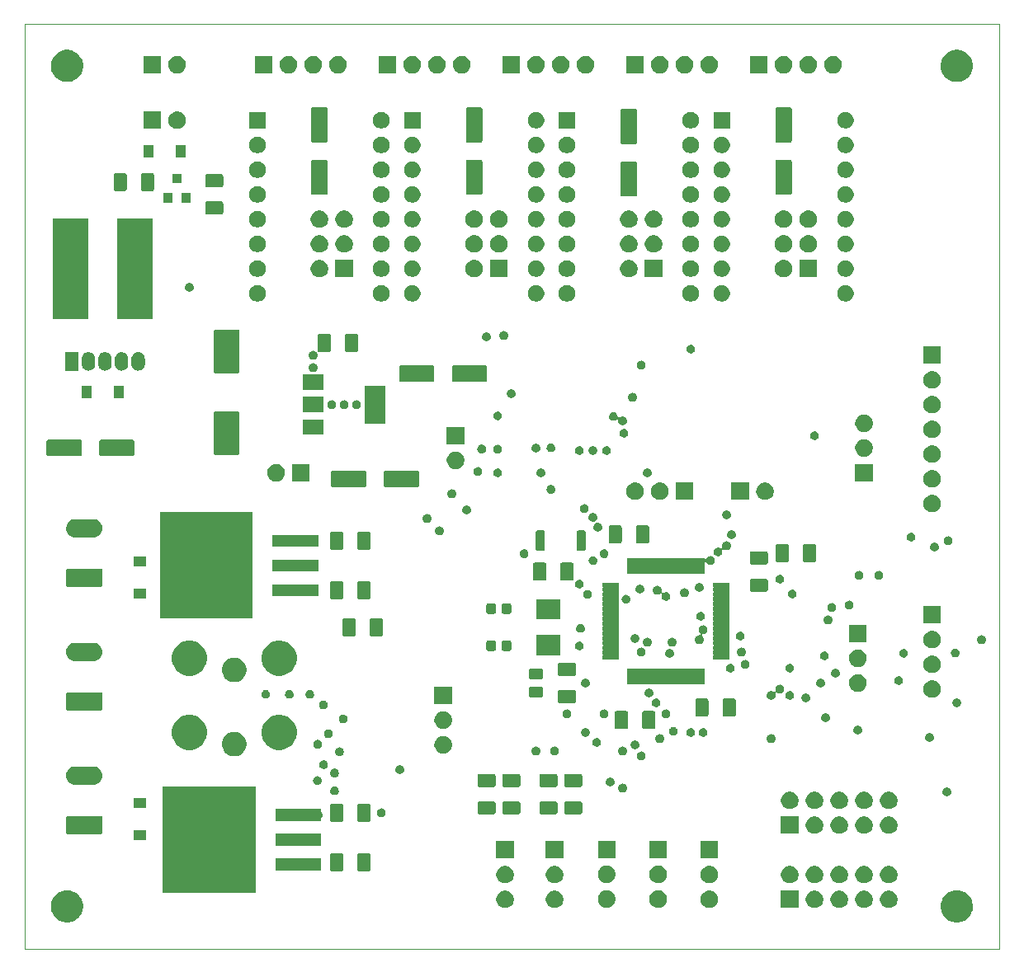
<source format=gbr>
G04 #@! TF.GenerationSoftware,KiCad,Pcbnew,(5.1.5)-3*
G04 #@! TF.CreationDate,2020-03-12T16:10:19+01:00*
G04 #@! TF.ProjectId,controller,636f6e74-726f-46c6-9c65-722e6b696361,rev?*
G04 #@! TF.SameCoordinates,Original*
G04 #@! TF.FileFunction,Soldermask,Top*
G04 #@! TF.FilePolarity,Negative*
%FSLAX46Y46*%
G04 Gerber Fmt 4.6, Leading zero omitted, Abs format (unit mm)*
G04 Created by KiCad (PCBNEW (5.1.5)-3) date 2020-03-12 16:10:19*
%MOMM*%
%LPD*%
G04 APERTURE LIST*
%ADD10C,0.050000*%
%ADD11C,0.100000*%
G04 APERTURE END LIST*
D10*
X125000000Y-25000000D02*
X125000000Y-120000000D01*
X25000000Y-120000000D02*
X125000000Y-120000000D01*
X25000000Y-25000000D02*
X25000000Y-120000000D01*
X25000000Y-25000000D02*
X125000000Y-25000000D01*
D11*
G36*
X120988566Y-114034000D02*
G01*
X121131579Y-114062447D01*
X121432042Y-114186903D01*
X121702451Y-114367585D01*
X121932415Y-114597549D01*
X122113097Y-114867958D01*
X122177625Y-115023741D01*
X122237553Y-115168422D01*
X122301000Y-115487389D01*
X122301000Y-115812611D01*
X122258702Y-116025256D01*
X122237553Y-116131579D01*
X122113097Y-116432042D01*
X121932415Y-116702451D01*
X121702451Y-116932415D01*
X121432042Y-117113097D01*
X121131579Y-117237553D01*
X121025256Y-117258702D01*
X120812611Y-117301000D01*
X120487389Y-117301000D01*
X120274744Y-117258702D01*
X120168421Y-117237553D01*
X119867958Y-117113097D01*
X119597549Y-116932415D01*
X119367585Y-116702451D01*
X119186903Y-116432042D01*
X119062447Y-116131579D01*
X119041298Y-116025256D01*
X118999000Y-115812611D01*
X118999000Y-115487389D01*
X119062447Y-115168422D01*
X119122376Y-115023741D01*
X119186903Y-114867958D01*
X119367585Y-114597549D01*
X119597549Y-114367585D01*
X119867958Y-114186903D01*
X120168421Y-114062447D01*
X120311434Y-114034000D01*
X120487389Y-113999000D01*
X120812611Y-113999000D01*
X120988566Y-114034000D01*
G37*
G36*
X29688566Y-114034000D02*
G01*
X29831579Y-114062447D01*
X30132042Y-114186903D01*
X30402451Y-114367585D01*
X30632415Y-114597549D01*
X30813097Y-114867958D01*
X30877625Y-115023741D01*
X30937553Y-115168422D01*
X31001000Y-115487389D01*
X31001000Y-115812611D01*
X30958702Y-116025256D01*
X30937553Y-116131579D01*
X30813097Y-116432042D01*
X30632415Y-116702451D01*
X30402451Y-116932415D01*
X30132042Y-117113097D01*
X29831579Y-117237553D01*
X29725256Y-117258702D01*
X29512611Y-117301000D01*
X29187389Y-117301000D01*
X28974744Y-117258702D01*
X28868421Y-117237553D01*
X28567958Y-117113097D01*
X28297549Y-116932415D01*
X28067585Y-116702451D01*
X27886903Y-116432042D01*
X27762447Y-116131579D01*
X27741298Y-116025256D01*
X27699000Y-115812611D01*
X27699000Y-115487389D01*
X27762447Y-115168422D01*
X27822376Y-115023741D01*
X27886903Y-114867958D01*
X28067585Y-114597549D01*
X28297549Y-114367585D01*
X28567958Y-114186903D01*
X28868421Y-114062447D01*
X29011434Y-114034000D01*
X29187389Y-113999000D01*
X29512611Y-113999000D01*
X29688566Y-114034000D01*
G37*
G36*
X113778512Y-114038927D02*
G01*
X113927812Y-114068624D01*
X114091784Y-114136544D01*
X114239354Y-114235147D01*
X114364853Y-114360646D01*
X114463456Y-114508216D01*
X114531376Y-114672188D01*
X114566000Y-114846259D01*
X114566000Y-115023741D01*
X114531376Y-115197812D01*
X114463456Y-115361784D01*
X114364853Y-115509354D01*
X114239354Y-115634853D01*
X114091784Y-115733456D01*
X113927812Y-115801376D01*
X113778512Y-115831073D01*
X113753742Y-115836000D01*
X113576258Y-115836000D01*
X113551488Y-115831073D01*
X113402188Y-115801376D01*
X113238216Y-115733456D01*
X113090646Y-115634853D01*
X112965147Y-115509354D01*
X112866544Y-115361784D01*
X112798624Y-115197812D01*
X112764000Y-115023741D01*
X112764000Y-114846259D01*
X112798624Y-114672188D01*
X112866544Y-114508216D01*
X112965147Y-114360646D01*
X113090646Y-114235147D01*
X113238216Y-114136544D01*
X113402188Y-114068624D01*
X113551488Y-114038927D01*
X113576258Y-114034000D01*
X113753742Y-114034000D01*
X113778512Y-114038927D01*
G37*
G36*
X74408512Y-114038927D02*
G01*
X74557812Y-114068624D01*
X74721784Y-114136544D01*
X74869354Y-114235147D01*
X74994853Y-114360646D01*
X75093456Y-114508216D01*
X75161376Y-114672188D01*
X75196000Y-114846259D01*
X75196000Y-115023741D01*
X75161376Y-115197812D01*
X75093456Y-115361784D01*
X74994853Y-115509354D01*
X74869354Y-115634853D01*
X74721784Y-115733456D01*
X74557812Y-115801376D01*
X74408512Y-115831073D01*
X74383742Y-115836000D01*
X74206258Y-115836000D01*
X74181488Y-115831073D01*
X74032188Y-115801376D01*
X73868216Y-115733456D01*
X73720646Y-115634853D01*
X73595147Y-115509354D01*
X73496544Y-115361784D01*
X73428624Y-115197812D01*
X73394000Y-115023741D01*
X73394000Y-114846259D01*
X73428624Y-114672188D01*
X73496544Y-114508216D01*
X73595147Y-114360646D01*
X73720646Y-114235147D01*
X73868216Y-114136544D01*
X74032188Y-114068624D01*
X74181488Y-114038927D01*
X74206258Y-114034000D01*
X74383742Y-114034000D01*
X74408512Y-114038927D01*
G37*
G36*
X79488512Y-114038927D02*
G01*
X79637812Y-114068624D01*
X79801784Y-114136544D01*
X79949354Y-114235147D01*
X80074853Y-114360646D01*
X80173456Y-114508216D01*
X80241376Y-114672188D01*
X80276000Y-114846259D01*
X80276000Y-115023741D01*
X80241376Y-115197812D01*
X80173456Y-115361784D01*
X80074853Y-115509354D01*
X79949354Y-115634853D01*
X79801784Y-115733456D01*
X79637812Y-115801376D01*
X79488512Y-115831073D01*
X79463742Y-115836000D01*
X79286258Y-115836000D01*
X79261488Y-115831073D01*
X79112188Y-115801376D01*
X78948216Y-115733456D01*
X78800646Y-115634853D01*
X78675147Y-115509354D01*
X78576544Y-115361784D01*
X78508624Y-115197812D01*
X78474000Y-115023741D01*
X78474000Y-114846259D01*
X78508624Y-114672188D01*
X78576544Y-114508216D01*
X78675147Y-114360646D01*
X78800646Y-114235147D01*
X78948216Y-114136544D01*
X79112188Y-114068624D01*
X79261488Y-114038927D01*
X79286258Y-114034000D01*
X79463742Y-114034000D01*
X79488512Y-114038927D01*
G37*
G36*
X95363512Y-114038927D02*
G01*
X95512812Y-114068624D01*
X95676784Y-114136544D01*
X95824354Y-114235147D01*
X95949853Y-114360646D01*
X96048456Y-114508216D01*
X96116376Y-114672188D01*
X96151000Y-114846259D01*
X96151000Y-115023741D01*
X96116376Y-115197812D01*
X96048456Y-115361784D01*
X95949853Y-115509354D01*
X95824354Y-115634853D01*
X95676784Y-115733456D01*
X95512812Y-115801376D01*
X95363512Y-115831073D01*
X95338742Y-115836000D01*
X95161258Y-115836000D01*
X95136488Y-115831073D01*
X94987188Y-115801376D01*
X94823216Y-115733456D01*
X94675646Y-115634853D01*
X94550147Y-115509354D01*
X94451544Y-115361784D01*
X94383624Y-115197812D01*
X94349000Y-115023741D01*
X94349000Y-114846259D01*
X94383624Y-114672188D01*
X94451544Y-114508216D01*
X94550147Y-114360646D01*
X94675646Y-114235147D01*
X94823216Y-114136544D01*
X94987188Y-114068624D01*
X95136488Y-114038927D01*
X95161258Y-114034000D01*
X95338742Y-114034000D01*
X95363512Y-114038927D01*
G37*
G36*
X104406000Y-115836000D02*
G01*
X102604000Y-115836000D01*
X102604000Y-114034000D01*
X104406000Y-114034000D01*
X104406000Y-115836000D01*
G37*
G36*
X108698512Y-114038927D02*
G01*
X108847812Y-114068624D01*
X109011784Y-114136544D01*
X109159354Y-114235147D01*
X109284853Y-114360646D01*
X109383456Y-114508216D01*
X109451376Y-114672188D01*
X109486000Y-114846259D01*
X109486000Y-115023741D01*
X109451376Y-115197812D01*
X109383456Y-115361784D01*
X109284853Y-115509354D01*
X109159354Y-115634853D01*
X109011784Y-115733456D01*
X108847812Y-115801376D01*
X108698512Y-115831073D01*
X108673742Y-115836000D01*
X108496258Y-115836000D01*
X108471488Y-115831073D01*
X108322188Y-115801376D01*
X108158216Y-115733456D01*
X108010646Y-115634853D01*
X107885147Y-115509354D01*
X107786544Y-115361784D01*
X107718624Y-115197812D01*
X107684000Y-115023741D01*
X107684000Y-114846259D01*
X107718624Y-114672188D01*
X107786544Y-114508216D01*
X107885147Y-114360646D01*
X108010646Y-114235147D01*
X108158216Y-114136544D01*
X108322188Y-114068624D01*
X108471488Y-114038927D01*
X108496258Y-114034000D01*
X108673742Y-114034000D01*
X108698512Y-114038927D01*
G37*
G36*
X106158512Y-114038927D02*
G01*
X106307812Y-114068624D01*
X106471784Y-114136544D01*
X106619354Y-114235147D01*
X106744853Y-114360646D01*
X106843456Y-114508216D01*
X106911376Y-114672188D01*
X106946000Y-114846259D01*
X106946000Y-115023741D01*
X106911376Y-115197812D01*
X106843456Y-115361784D01*
X106744853Y-115509354D01*
X106619354Y-115634853D01*
X106471784Y-115733456D01*
X106307812Y-115801376D01*
X106158512Y-115831073D01*
X106133742Y-115836000D01*
X105956258Y-115836000D01*
X105931488Y-115831073D01*
X105782188Y-115801376D01*
X105618216Y-115733456D01*
X105470646Y-115634853D01*
X105345147Y-115509354D01*
X105246544Y-115361784D01*
X105178624Y-115197812D01*
X105144000Y-115023741D01*
X105144000Y-114846259D01*
X105178624Y-114672188D01*
X105246544Y-114508216D01*
X105345147Y-114360646D01*
X105470646Y-114235147D01*
X105618216Y-114136544D01*
X105782188Y-114068624D01*
X105931488Y-114038927D01*
X105956258Y-114034000D01*
X106133742Y-114034000D01*
X106158512Y-114038927D01*
G37*
G36*
X111238512Y-114038927D02*
G01*
X111387812Y-114068624D01*
X111551784Y-114136544D01*
X111699354Y-114235147D01*
X111824853Y-114360646D01*
X111923456Y-114508216D01*
X111991376Y-114672188D01*
X112026000Y-114846259D01*
X112026000Y-115023741D01*
X111991376Y-115197812D01*
X111923456Y-115361784D01*
X111824853Y-115509354D01*
X111699354Y-115634853D01*
X111551784Y-115733456D01*
X111387812Y-115801376D01*
X111238512Y-115831073D01*
X111213742Y-115836000D01*
X111036258Y-115836000D01*
X111011488Y-115831073D01*
X110862188Y-115801376D01*
X110698216Y-115733456D01*
X110550646Y-115634853D01*
X110425147Y-115509354D01*
X110326544Y-115361784D01*
X110258624Y-115197812D01*
X110224000Y-115023741D01*
X110224000Y-114846259D01*
X110258624Y-114672188D01*
X110326544Y-114508216D01*
X110425147Y-114360646D01*
X110550646Y-114235147D01*
X110698216Y-114136544D01*
X110862188Y-114068624D01*
X111011488Y-114038927D01*
X111036258Y-114034000D01*
X111213742Y-114034000D01*
X111238512Y-114038927D01*
G37*
G36*
X84833512Y-114013927D02*
G01*
X84982812Y-114043624D01*
X85146784Y-114111544D01*
X85294354Y-114210147D01*
X85419853Y-114335646D01*
X85518456Y-114483216D01*
X85586376Y-114647188D01*
X85621000Y-114821259D01*
X85621000Y-114998741D01*
X85586376Y-115172812D01*
X85518456Y-115336784D01*
X85419853Y-115484354D01*
X85294354Y-115609853D01*
X85146784Y-115708456D01*
X84982812Y-115776376D01*
X84833512Y-115806073D01*
X84808742Y-115811000D01*
X84631258Y-115811000D01*
X84606488Y-115806073D01*
X84457188Y-115776376D01*
X84293216Y-115708456D01*
X84145646Y-115609853D01*
X84020147Y-115484354D01*
X83921544Y-115336784D01*
X83853624Y-115172812D01*
X83819000Y-114998741D01*
X83819000Y-114821259D01*
X83853624Y-114647188D01*
X83921544Y-114483216D01*
X84020147Y-114335646D01*
X84145646Y-114210147D01*
X84293216Y-114111544D01*
X84457188Y-114043624D01*
X84606488Y-114013927D01*
X84631258Y-114009000D01*
X84808742Y-114009000D01*
X84833512Y-114013927D01*
G37*
G36*
X90118512Y-114013927D02*
G01*
X90267812Y-114043624D01*
X90431784Y-114111544D01*
X90579354Y-114210147D01*
X90704853Y-114335646D01*
X90803456Y-114483216D01*
X90871376Y-114647188D01*
X90906000Y-114821259D01*
X90906000Y-114998741D01*
X90871376Y-115172812D01*
X90803456Y-115336784D01*
X90704853Y-115484354D01*
X90579354Y-115609853D01*
X90431784Y-115708456D01*
X90267812Y-115776376D01*
X90118512Y-115806073D01*
X90093742Y-115811000D01*
X89916258Y-115811000D01*
X89891488Y-115806073D01*
X89742188Y-115776376D01*
X89578216Y-115708456D01*
X89430646Y-115609853D01*
X89305147Y-115484354D01*
X89206544Y-115336784D01*
X89138624Y-115172812D01*
X89104000Y-114998741D01*
X89104000Y-114821259D01*
X89138624Y-114647188D01*
X89206544Y-114483216D01*
X89305147Y-114335646D01*
X89430646Y-114210147D01*
X89578216Y-114111544D01*
X89742188Y-114043624D01*
X89891488Y-114013927D01*
X89916258Y-114009000D01*
X90093742Y-114009000D01*
X90118512Y-114013927D01*
G37*
G36*
X48681000Y-114271000D02*
G01*
X39179000Y-114271000D01*
X39179000Y-103369000D01*
X48681000Y-103369000D01*
X48681000Y-114271000D01*
G37*
G36*
X108698512Y-111498927D02*
G01*
X108847812Y-111528624D01*
X109011784Y-111596544D01*
X109159354Y-111695147D01*
X109284853Y-111820646D01*
X109383456Y-111968216D01*
X109451376Y-112132188D01*
X109486000Y-112306259D01*
X109486000Y-112483741D01*
X109451376Y-112657812D01*
X109383456Y-112821784D01*
X109284853Y-112969354D01*
X109159354Y-113094853D01*
X109011784Y-113193456D01*
X108847812Y-113261376D01*
X108698512Y-113291073D01*
X108673742Y-113296000D01*
X108496258Y-113296000D01*
X108471488Y-113291073D01*
X108322188Y-113261376D01*
X108158216Y-113193456D01*
X108010646Y-113094853D01*
X107885147Y-112969354D01*
X107786544Y-112821784D01*
X107718624Y-112657812D01*
X107684000Y-112483741D01*
X107684000Y-112306259D01*
X107718624Y-112132188D01*
X107786544Y-111968216D01*
X107885147Y-111820646D01*
X108010646Y-111695147D01*
X108158216Y-111596544D01*
X108322188Y-111528624D01*
X108471488Y-111498927D01*
X108496258Y-111494000D01*
X108673742Y-111494000D01*
X108698512Y-111498927D01*
G37*
G36*
X106158512Y-111498927D02*
G01*
X106307812Y-111528624D01*
X106471784Y-111596544D01*
X106619354Y-111695147D01*
X106744853Y-111820646D01*
X106843456Y-111968216D01*
X106911376Y-112132188D01*
X106946000Y-112306259D01*
X106946000Y-112483741D01*
X106911376Y-112657812D01*
X106843456Y-112821784D01*
X106744853Y-112969354D01*
X106619354Y-113094853D01*
X106471784Y-113193456D01*
X106307812Y-113261376D01*
X106158512Y-113291073D01*
X106133742Y-113296000D01*
X105956258Y-113296000D01*
X105931488Y-113291073D01*
X105782188Y-113261376D01*
X105618216Y-113193456D01*
X105470646Y-113094853D01*
X105345147Y-112969354D01*
X105246544Y-112821784D01*
X105178624Y-112657812D01*
X105144000Y-112483741D01*
X105144000Y-112306259D01*
X105178624Y-112132188D01*
X105246544Y-111968216D01*
X105345147Y-111820646D01*
X105470646Y-111695147D01*
X105618216Y-111596544D01*
X105782188Y-111528624D01*
X105931488Y-111498927D01*
X105956258Y-111494000D01*
X106133742Y-111494000D01*
X106158512Y-111498927D01*
G37*
G36*
X113778512Y-111498927D02*
G01*
X113927812Y-111528624D01*
X114091784Y-111596544D01*
X114239354Y-111695147D01*
X114364853Y-111820646D01*
X114463456Y-111968216D01*
X114531376Y-112132188D01*
X114566000Y-112306259D01*
X114566000Y-112483741D01*
X114531376Y-112657812D01*
X114463456Y-112821784D01*
X114364853Y-112969354D01*
X114239354Y-113094853D01*
X114091784Y-113193456D01*
X113927812Y-113261376D01*
X113778512Y-113291073D01*
X113753742Y-113296000D01*
X113576258Y-113296000D01*
X113551488Y-113291073D01*
X113402188Y-113261376D01*
X113238216Y-113193456D01*
X113090646Y-113094853D01*
X112965147Y-112969354D01*
X112866544Y-112821784D01*
X112798624Y-112657812D01*
X112764000Y-112483741D01*
X112764000Y-112306259D01*
X112798624Y-112132188D01*
X112866544Y-111968216D01*
X112965147Y-111820646D01*
X113090646Y-111695147D01*
X113238216Y-111596544D01*
X113402188Y-111528624D01*
X113551488Y-111498927D01*
X113576258Y-111494000D01*
X113753742Y-111494000D01*
X113778512Y-111498927D01*
G37*
G36*
X103618512Y-111498927D02*
G01*
X103767812Y-111528624D01*
X103931784Y-111596544D01*
X104079354Y-111695147D01*
X104204853Y-111820646D01*
X104303456Y-111968216D01*
X104371376Y-112132188D01*
X104406000Y-112306259D01*
X104406000Y-112483741D01*
X104371376Y-112657812D01*
X104303456Y-112821784D01*
X104204853Y-112969354D01*
X104079354Y-113094853D01*
X103931784Y-113193456D01*
X103767812Y-113261376D01*
X103618512Y-113291073D01*
X103593742Y-113296000D01*
X103416258Y-113296000D01*
X103391488Y-113291073D01*
X103242188Y-113261376D01*
X103078216Y-113193456D01*
X102930646Y-113094853D01*
X102805147Y-112969354D01*
X102706544Y-112821784D01*
X102638624Y-112657812D01*
X102604000Y-112483741D01*
X102604000Y-112306259D01*
X102638624Y-112132188D01*
X102706544Y-111968216D01*
X102805147Y-111820646D01*
X102930646Y-111695147D01*
X103078216Y-111596544D01*
X103242188Y-111528624D01*
X103391488Y-111498927D01*
X103416258Y-111494000D01*
X103593742Y-111494000D01*
X103618512Y-111498927D01*
G37*
G36*
X111238512Y-111498927D02*
G01*
X111387812Y-111528624D01*
X111551784Y-111596544D01*
X111699354Y-111695147D01*
X111824853Y-111820646D01*
X111923456Y-111968216D01*
X111991376Y-112132188D01*
X112026000Y-112306259D01*
X112026000Y-112483741D01*
X111991376Y-112657812D01*
X111923456Y-112821784D01*
X111824853Y-112969354D01*
X111699354Y-113094853D01*
X111551784Y-113193456D01*
X111387812Y-113261376D01*
X111238512Y-113291073D01*
X111213742Y-113296000D01*
X111036258Y-113296000D01*
X111011488Y-113291073D01*
X110862188Y-113261376D01*
X110698216Y-113193456D01*
X110550646Y-113094853D01*
X110425147Y-112969354D01*
X110326544Y-112821784D01*
X110258624Y-112657812D01*
X110224000Y-112483741D01*
X110224000Y-112306259D01*
X110258624Y-112132188D01*
X110326544Y-111968216D01*
X110425147Y-111820646D01*
X110550646Y-111695147D01*
X110698216Y-111596544D01*
X110862188Y-111528624D01*
X111011488Y-111498927D01*
X111036258Y-111494000D01*
X111213742Y-111494000D01*
X111238512Y-111498927D01*
G37*
G36*
X95363512Y-111498927D02*
G01*
X95512812Y-111528624D01*
X95676784Y-111596544D01*
X95824354Y-111695147D01*
X95949853Y-111820646D01*
X96048456Y-111968216D01*
X96116376Y-112132188D01*
X96151000Y-112306259D01*
X96151000Y-112483741D01*
X96116376Y-112657812D01*
X96048456Y-112821784D01*
X95949853Y-112969354D01*
X95824354Y-113094853D01*
X95676784Y-113193456D01*
X95512812Y-113261376D01*
X95363512Y-113291073D01*
X95338742Y-113296000D01*
X95161258Y-113296000D01*
X95136488Y-113291073D01*
X94987188Y-113261376D01*
X94823216Y-113193456D01*
X94675646Y-113094853D01*
X94550147Y-112969354D01*
X94451544Y-112821784D01*
X94383624Y-112657812D01*
X94349000Y-112483741D01*
X94349000Y-112306259D01*
X94383624Y-112132188D01*
X94451544Y-111968216D01*
X94550147Y-111820646D01*
X94675646Y-111695147D01*
X94823216Y-111596544D01*
X94987188Y-111528624D01*
X95136488Y-111498927D01*
X95161258Y-111494000D01*
X95338742Y-111494000D01*
X95363512Y-111498927D01*
G37*
G36*
X79488512Y-111498927D02*
G01*
X79637812Y-111528624D01*
X79801784Y-111596544D01*
X79949354Y-111695147D01*
X80074853Y-111820646D01*
X80173456Y-111968216D01*
X80241376Y-112132188D01*
X80276000Y-112306259D01*
X80276000Y-112483741D01*
X80241376Y-112657812D01*
X80173456Y-112821784D01*
X80074853Y-112969354D01*
X79949354Y-113094853D01*
X79801784Y-113193456D01*
X79637812Y-113261376D01*
X79488512Y-113291073D01*
X79463742Y-113296000D01*
X79286258Y-113296000D01*
X79261488Y-113291073D01*
X79112188Y-113261376D01*
X78948216Y-113193456D01*
X78800646Y-113094853D01*
X78675147Y-112969354D01*
X78576544Y-112821784D01*
X78508624Y-112657812D01*
X78474000Y-112483741D01*
X78474000Y-112306259D01*
X78508624Y-112132188D01*
X78576544Y-111968216D01*
X78675147Y-111820646D01*
X78800646Y-111695147D01*
X78948216Y-111596544D01*
X79112188Y-111528624D01*
X79261488Y-111498927D01*
X79286258Y-111494000D01*
X79463742Y-111494000D01*
X79488512Y-111498927D01*
G37*
G36*
X74408512Y-111498927D02*
G01*
X74557812Y-111528624D01*
X74721784Y-111596544D01*
X74869354Y-111695147D01*
X74994853Y-111820646D01*
X75093456Y-111968216D01*
X75161376Y-112132188D01*
X75196000Y-112306259D01*
X75196000Y-112483741D01*
X75161376Y-112657812D01*
X75093456Y-112821784D01*
X74994853Y-112969354D01*
X74869354Y-113094853D01*
X74721784Y-113193456D01*
X74557812Y-113261376D01*
X74408512Y-113291073D01*
X74383742Y-113296000D01*
X74206258Y-113296000D01*
X74181488Y-113291073D01*
X74032188Y-113261376D01*
X73868216Y-113193456D01*
X73720646Y-113094853D01*
X73595147Y-112969354D01*
X73496544Y-112821784D01*
X73428624Y-112657812D01*
X73394000Y-112483741D01*
X73394000Y-112306259D01*
X73428624Y-112132188D01*
X73496544Y-111968216D01*
X73595147Y-111820646D01*
X73720646Y-111695147D01*
X73868216Y-111596544D01*
X74032188Y-111528624D01*
X74181488Y-111498927D01*
X74206258Y-111494000D01*
X74383742Y-111494000D01*
X74408512Y-111498927D01*
G37*
G36*
X84833512Y-111473927D02*
G01*
X84982812Y-111503624D01*
X85146784Y-111571544D01*
X85294354Y-111670147D01*
X85419853Y-111795646D01*
X85518456Y-111943216D01*
X85586376Y-112107188D01*
X85621000Y-112281259D01*
X85621000Y-112458741D01*
X85586376Y-112632812D01*
X85518456Y-112796784D01*
X85419853Y-112944354D01*
X85294354Y-113069853D01*
X85146784Y-113168456D01*
X84982812Y-113236376D01*
X84833512Y-113266073D01*
X84808742Y-113271000D01*
X84631258Y-113271000D01*
X84606488Y-113266073D01*
X84457188Y-113236376D01*
X84293216Y-113168456D01*
X84145646Y-113069853D01*
X84020147Y-112944354D01*
X83921544Y-112796784D01*
X83853624Y-112632812D01*
X83819000Y-112458741D01*
X83819000Y-112281259D01*
X83853624Y-112107188D01*
X83921544Y-111943216D01*
X84020147Y-111795646D01*
X84145646Y-111670147D01*
X84293216Y-111571544D01*
X84457188Y-111503624D01*
X84606488Y-111473927D01*
X84631258Y-111469000D01*
X84808742Y-111469000D01*
X84833512Y-111473927D01*
G37*
G36*
X90118512Y-111473927D02*
G01*
X90267812Y-111503624D01*
X90431784Y-111571544D01*
X90579354Y-111670147D01*
X90704853Y-111795646D01*
X90803456Y-111943216D01*
X90871376Y-112107188D01*
X90906000Y-112281259D01*
X90906000Y-112458741D01*
X90871376Y-112632812D01*
X90803456Y-112796784D01*
X90704853Y-112944354D01*
X90579354Y-113069853D01*
X90431784Y-113168456D01*
X90267812Y-113236376D01*
X90118512Y-113266073D01*
X90093742Y-113271000D01*
X89916258Y-113271000D01*
X89891488Y-113266073D01*
X89742188Y-113236376D01*
X89578216Y-113168456D01*
X89430646Y-113069853D01*
X89305147Y-112944354D01*
X89206544Y-112796784D01*
X89138624Y-112632812D01*
X89104000Y-112458741D01*
X89104000Y-112281259D01*
X89138624Y-112107188D01*
X89206544Y-111943216D01*
X89305147Y-111795646D01*
X89430646Y-111670147D01*
X89578216Y-111571544D01*
X89742188Y-111503624D01*
X89891488Y-111473927D01*
X89916258Y-111469000D01*
X90093742Y-111469000D01*
X90118512Y-111473927D01*
G37*
G36*
X57538604Y-110203347D02*
G01*
X57575144Y-110214432D01*
X57608821Y-110232433D01*
X57638341Y-110256659D01*
X57662567Y-110286179D01*
X57680568Y-110319856D01*
X57691653Y-110356396D01*
X57696000Y-110400538D01*
X57696000Y-111849462D01*
X57691653Y-111893604D01*
X57680568Y-111930144D01*
X57662567Y-111963821D01*
X57638341Y-111993341D01*
X57608821Y-112017567D01*
X57575144Y-112035568D01*
X57538604Y-112046653D01*
X57494462Y-112051000D01*
X56545538Y-112051000D01*
X56501396Y-112046653D01*
X56464856Y-112035568D01*
X56431179Y-112017567D01*
X56401659Y-111993341D01*
X56377433Y-111963821D01*
X56359432Y-111930144D01*
X56348347Y-111893604D01*
X56344000Y-111849462D01*
X56344000Y-110400538D01*
X56348347Y-110356396D01*
X56359432Y-110319856D01*
X56377433Y-110286179D01*
X56401659Y-110256659D01*
X56431179Y-110232433D01*
X56464856Y-110214432D01*
X56501396Y-110203347D01*
X56545538Y-110199000D01*
X57494462Y-110199000D01*
X57538604Y-110203347D01*
G37*
G36*
X60338604Y-110203347D02*
G01*
X60375144Y-110214432D01*
X60408821Y-110232433D01*
X60438341Y-110256659D01*
X60462567Y-110286179D01*
X60480568Y-110319856D01*
X60491653Y-110356396D01*
X60496000Y-110400538D01*
X60496000Y-111849462D01*
X60491653Y-111893604D01*
X60480568Y-111930144D01*
X60462567Y-111963821D01*
X60438341Y-111993341D01*
X60408821Y-112017567D01*
X60375144Y-112035568D01*
X60338604Y-112046653D01*
X60294462Y-112051000D01*
X59345538Y-112051000D01*
X59301396Y-112046653D01*
X59264856Y-112035568D01*
X59231179Y-112017567D01*
X59201659Y-111993341D01*
X59177433Y-111963821D01*
X59159432Y-111930144D01*
X59148347Y-111893604D01*
X59144000Y-111849462D01*
X59144000Y-110400538D01*
X59148347Y-110356396D01*
X59159432Y-110319856D01*
X59177433Y-110286179D01*
X59201659Y-110256659D01*
X59231179Y-110232433D01*
X59264856Y-110214432D01*
X59301396Y-110203347D01*
X59345538Y-110199000D01*
X60294462Y-110199000D01*
X60338604Y-110203347D01*
G37*
G36*
X55431000Y-111961000D02*
G01*
X50729000Y-111961000D01*
X50729000Y-110759000D01*
X55431000Y-110759000D01*
X55431000Y-111961000D01*
G37*
G36*
X75196000Y-110756000D02*
G01*
X73394000Y-110756000D01*
X73394000Y-108954000D01*
X75196000Y-108954000D01*
X75196000Y-110756000D01*
G37*
G36*
X80276000Y-110756000D02*
G01*
X78474000Y-110756000D01*
X78474000Y-108954000D01*
X80276000Y-108954000D01*
X80276000Y-110756000D01*
G37*
G36*
X96151000Y-110756000D02*
G01*
X94349000Y-110756000D01*
X94349000Y-108954000D01*
X96151000Y-108954000D01*
X96151000Y-110756000D01*
G37*
G36*
X90906000Y-110731000D02*
G01*
X89104000Y-110731000D01*
X89104000Y-108929000D01*
X90906000Y-108929000D01*
X90906000Y-110731000D01*
G37*
G36*
X85621000Y-110731000D02*
G01*
X83819000Y-110731000D01*
X83819000Y-108929000D01*
X85621000Y-108929000D01*
X85621000Y-110731000D01*
G37*
G36*
X55431000Y-109421000D02*
G01*
X50729000Y-109421000D01*
X50729000Y-108219000D01*
X55431000Y-108219000D01*
X55431000Y-109421000D01*
G37*
G36*
X37481000Y-108831000D02*
G01*
X36179000Y-108831000D01*
X36179000Y-107829000D01*
X37481000Y-107829000D01*
X37481000Y-108831000D01*
G37*
G36*
X32825915Y-106367934D02*
G01*
X32858424Y-106377795D01*
X32888382Y-106393809D01*
X32914641Y-106415359D01*
X32936191Y-106441618D01*
X32952205Y-106471576D01*
X32962066Y-106504085D01*
X32966000Y-106544029D01*
X32966000Y-108085971D01*
X32962066Y-108125915D01*
X32952205Y-108158424D01*
X32936191Y-108188382D01*
X32914641Y-108214641D01*
X32888382Y-108236191D01*
X32858424Y-108252205D01*
X32825915Y-108262066D01*
X32785971Y-108266000D01*
X29444029Y-108266000D01*
X29404085Y-108262066D01*
X29371576Y-108252205D01*
X29341618Y-108236191D01*
X29315359Y-108214641D01*
X29293809Y-108188382D01*
X29277795Y-108158424D01*
X29267934Y-108125915D01*
X29264000Y-108085971D01*
X29264000Y-106544029D01*
X29267934Y-106504085D01*
X29277795Y-106471576D01*
X29293809Y-106441618D01*
X29315359Y-106415359D01*
X29341618Y-106393809D01*
X29371576Y-106377795D01*
X29404085Y-106367934D01*
X29444029Y-106364000D01*
X32785971Y-106364000D01*
X32825915Y-106367934D01*
G37*
G36*
X104406000Y-108216000D02*
G01*
X102604000Y-108216000D01*
X102604000Y-106414000D01*
X104406000Y-106414000D01*
X104406000Y-108216000D01*
G37*
G36*
X108698512Y-106418927D02*
G01*
X108847812Y-106448624D01*
X109011784Y-106516544D01*
X109159354Y-106615147D01*
X109284853Y-106740646D01*
X109383456Y-106888216D01*
X109451376Y-107052188D01*
X109486000Y-107226259D01*
X109486000Y-107403741D01*
X109451376Y-107577812D01*
X109383456Y-107741784D01*
X109284853Y-107889354D01*
X109159354Y-108014853D01*
X109011784Y-108113456D01*
X108847812Y-108181376D01*
X108698512Y-108211073D01*
X108673742Y-108216000D01*
X108496258Y-108216000D01*
X108471488Y-108211073D01*
X108322188Y-108181376D01*
X108158216Y-108113456D01*
X108010646Y-108014853D01*
X107885147Y-107889354D01*
X107786544Y-107741784D01*
X107718624Y-107577812D01*
X107684000Y-107403741D01*
X107684000Y-107226259D01*
X107718624Y-107052188D01*
X107786544Y-106888216D01*
X107885147Y-106740646D01*
X108010646Y-106615147D01*
X108158216Y-106516544D01*
X108322188Y-106448624D01*
X108471488Y-106418927D01*
X108496258Y-106414000D01*
X108673742Y-106414000D01*
X108698512Y-106418927D01*
G37*
G36*
X111238512Y-106418927D02*
G01*
X111387812Y-106448624D01*
X111551784Y-106516544D01*
X111699354Y-106615147D01*
X111824853Y-106740646D01*
X111923456Y-106888216D01*
X111991376Y-107052188D01*
X112026000Y-107226259D01*
X112026000Y-107403741D01*
X111991376Y-107577812D01*
X111923456Y-107741784D01*
X111824853Y-107889354D01*
X111699354Y-108014853D01*
X111551784Y-108113456D01*
X111387812Y-108181376D01*
X111238512Y-108211073D01*
X111213742Y-108216000D01*
X111036258Y-108216000D01*
X111011488Y-108211073D01*
X110862188Y-108181376D01*
X110698216Y-108113456D01*
X110550646Y-108014853D01*
X110425147Y-107889354D01*
X110326544Y-107741784D01*
X110258624Y-107577812D01*
X110224000Y-107403741D01*
X110224000Y-107226259D01*
X110258624Y-107052188D01*
X110326544Y-106888216D01*
X110425147Y-106740646D01*
X110550646Y-106615147D01*
X110698216Y-106516544D01*
X110862188Y-106448624D01*
X111011488Y-106418927D01*
X111036258Y-106414000D01*
X111213742Y-106414000D01*
X111238512Y-106418927D01*
G37*
G36*
X106158512Y-106418927D02*
G01*
X106307812Y-106448624D01*
X106471784Y-106516544D01*
X106619354Y-106615147D01*
X106744853Y-106740646D01*
X106843456Y-106888216D01*
X106911376Y-107052188D01*
X106946000Y-107226259D01*
X106946000Y-107403741D01*
X106911376Y-107577812D01*
X106843456Y-107741784D01*
X106744853Y-107889354D01*
X106619354Y-108014853D01*
X106471784Y-108113456D01*
X106307812Y-108181376D01*
X106158512Y-108211073D01*
X106133742Y-108216000D01*
X105956258Y-108216000D01*
X105931488Y-108211073D01*
X105782188Y-108181376D01*
X105618216Y-108113456D01*
X105470646Y-108014853D01*
X105345147Y-107889354D01*
X105246544Y-107741784D01*
X105178624Y-107577812D01*
X105144000Y-107403741D01*
X105144000Y-107226259D01*
X105178624Y-107052188D01*
X105246544Y-106888216D01*
X105345147Y-106740646D01*
X105470646Y-106615147D01*
X105618216Y-106516544D01*
X105782188Y-106448624D01*
X105931488Y-106418927D01*
X105956258Y-106414000D01*
X106133742Y-106414000D01*
X106158512Y-106418927D01*
G37*
G36*
X113778512Y-106418927D02*
G01*
X113927812Y-106448624D01*
X114091784Y-106516544D01*
X114239354Y-106615147D01*
X114364853Y-106740646D01*
X114463456Y-106888216D01*
X114531376Y-107052188D01*
X114566000Y-107226259D01*
X114566000Y-107403741D01*
X114531376Y-107577812D01*
X114463456Y-107741784D01*
X114364853Y-107889354D01*
X114239354Y-108014853D01*
X114091784Y-108113456D01*
X113927812Y-108181376D01*
X113778512Y-108211073D01*
X113753742Y-108216000D01*
X113576258Y-108216000D01*
X113551488Y-108211073D01*
X113402188Y-108181376D01*
X113238216Y-108113456D01*
X113090646Y-108014853D01*
X112965147Y-107889354D01*
X112866544Y-107741784D01*
X112798624Y-107577812D01*
X112764000Y-107403741D01*
X112764000Y-107226259D01*
X112798624Y-107052188D01*
X112866544Y-106888216D01*
X112965147Y-106740646D01*
X113090646Y-106615147D01*
X113238216Y-106516544D01*
X113402188Y-106448624D01*
X113551488Y-106418927D01*
X113576258Y-106414000D01*
X113753742Y-106414000D01*
X113778512Y-106418927D01*
G37*
G36*
X60338604Y-105123347D02*
G01*
X60375144Y-105134432D01*
X60408821Y-105152433D01*
X60438341Y-105176659D01*
X60462567Y-105206179D01*
X60480568Y-105239856D01*
X60491653Y-105276396D01*
X60496000Y-105320538D01*
X60496000Y-106769462D01*
X60491653Y-106813604D01*
X60480568Y-106850144D01*
X60462567Y-106883821D01*
X60438341Y-106913341D01*
X60408821Y-106937567D01*
X60375144Y-106955568D01*
X60338604Y-106966653D01*
X60294462Y-106971000D01*
X59345538Y-106971000D01*
X59301396Y-106966653D01*
X59264856Y-106955568D01*
X59231179Y-106937567D01*
X59201659Y-106913341D01*
X59177433Y-106883821D01*
X59159432Y-106850144D01*
X59148347Y-106813604D01*
X59144000Y-106769462D01*
X59144000Y-105320538D01*
X59148347Y-105276396D01*
X59159432Y-105239856D01*
X59177433Y-105206179D01*
X59201659Y-105176659D01*
X59231179Y-105152433D01*
X59264856Y-105134432D01*
X59301396Y-105123347D01*
X59345538Y-105119000D01*
X60294462Y-105119000D01*
X60338604Y-105123347D01*
G37*
G36*
X57538604Y-105123347D02*
G01*
X57575144Y-105134432D01*
X57608821Y-105152433D01*
X57638341Y-105176659D01*
X57662567Y-105206179D01*
X57680568Y-105239856D01*
X57691653Y-105276396D01*
X57696000Y-105320538D01*
X57696000Y-106769462D01*
X57691653Y-106813604D01*
X57680568Y-106850144D01*
X57662567Y-106883821D01*
X57638341Y-106913341D01*
X57608821Y-106937567D01*
X57575144Y-106955568D01*
X57538604Y-106966653D01*
X57494462Y-106971000D01*
X56545538Y-106971000D01*
X56501396Y-106966653D01*
X56464856Y-106955568D01*
X56431179Y-106937567D01*
X56401659Y-106913341D01*
X56377433Y-106883821D01*
X56359432Y-106850144D01*
X56348347Y-106813604D01*
X56344000Y-106769462D01*
X56344000Y-105320538D01*
X56348347Y-105276396D01*
X56359432Y-105239856D01*
X56377433Y-105206179D01*
X56401659Y-105176659D01*
X56431179Y-105152433D01*
X56464856Y-105134432D01*
X56501396Y-105123347D01*
X56545538Y-105119000D01*
X57494462Y-105119000D01*
X57538604Y-105123347D01*
G37*
G36*
X55431000Y-105909813D02*
G01*
X55433402Y-105934199D01*
X55440515Y-105957648D01*
X55452066Y-105979259D01*
X55457440Y-105985807D01*
X55511272Y-106066373D01*
X55545269Y-106148448D01*
X55562600Y-106235579D01*
X55562600Y-106324421D01*
X55545269Y-106411552D01*
X55520406Y-106471576D01*
X55511271Y-106493629D01*
X55504284Y-106504085D01*
X55457440Y-106574193D01*
X55452066Y-106580741D01*
X55440515Y-106602352D01*
X55433402Y-106625801D01*
X55431000Y-106650187D01*
X55431000Y-106881000D01*
X50729000Y-106881000D01*
X50729000Y-105679000D01*
X55431000Y-105679000D01*
X55431000Y-105909813D01*
G37*
G36*
X61726552Y-105611331D02*
G01*
X61808627Y-105645328D01*
X61808629Y-105645329D01*
X61882496Y-105694686D01*
X61945314Y-105757504D01*
X61993087Y-105829000D01*
X61994672Y-105831373D01*
X62028669Y-105913448D01*
X62046000Y-106000579D01*
X62046000Y-106089421D01*
X62028669Y-106176552D01*
X61994672Y-106258627D01*
X61945315Y-106332495D01*
X61882495Y-106395315D01*
X61854531Y-106414000D01*
X61808629Y-106444671D01*
X61808628Y-106444672D01*
X61808627Y-106444672D01*
X61726552Y-106478669D01*
X61639421Y-106496000D01*
X61550579Y-106496000D01*
X61463448Y-106478669D01*
X61381373Y-106444672D01*
X61381372Y-106444672D01*
X61381371Y-106444671D01*
X61335469Y-106414000D01*
X61307505Y-106395315D01*
X61244685Y-106332495D01*
X61195328Y-106258627D01*
X61161331Y-106176552D01*
X61144000Y-106089421D01*
X61144000Y-106000579D01*
X61161331Y-105913448D01*
X61195328Y-105831373D01*
X61196914Y-105829000D01*
X61244686Y-105757504D01*
X61307504Y-105694686D01*
X61381371Y-105645329D01*
X61381373Y-105645328D01*
X61463448Y-105611331D01*
X61550579Y-105594000D01*
X61639421Y-105594000D01*
X61726552Y-105611331D01*
G37*
G36*
X82048604Y-104868347D02*
G01*
X82085144Y-104879432D01*
X82118821Y-104897433D01*
X82148341Y-104921659D01*
X82172567Y-104951179D01*
X82190568Y-104984856D01*
X82201653Y-105021396D01*
X82206000Y-105065538D01*
X82206000Y-106014462D01*
X82201653Y-106058604D01*
X82190568Y-106095144D01*
X82172567Y-106128821D01*
X82148341Y-106158341D01*
X82118821Y-106182567D01*
X82085144Y-106200568D01*
X82048604Y-106211653D01*
X82004462Y-106216000D01*
X80555538Y-106216000D01*
X80511396Y-106211653D01*
X80474856Y-106200568D01*
X80441179Y-106182567D01*
X80411659Y-106158341D01*
X80387433Y-106128821D01*
X80369432Y-106095144D01*
X80358347Y-106058604D01*
X80354000Y-106014462D01*
X80354000Y-105065538D01*
X80358347Y-105021396D01*
X80369432Y-104984856D01*
X80387433Y-104951179D01*
X80411659Y-104921659D01*
X80441179Y-104897433D01*
X80474856Y-104879432D01*
X80511396Y-104868347D01*
X80555538Y-104864000D01*
X82004462Y-104864000D01*
X82048604Y-104868347D01*
G37*
G36*
X73158604Y-104868347D02*
G01*
X73195144Y-104879432D01*
X73228821Y-104897433D01*
X73258341Y-104921659D01*
X73282567Y-104951179D01*
X73300568Y-104984856D01*
X73311653Y-105021396D01*
X73316000Y-105065538D01*
X73316000Y-106014462D01*
X73311653Y-106058604D01*
X73300568Y-106095144D01*
X73282567Y-106128821D01*
X73258341Y-106158341D01*
X73228821Y-106182567D01*
X73195144Y-106200568D01*
X73158604Y-106211653D01*
X73114462Y-106216000D01*
X71665538Y-106216000D01*
X71621396Y-106211653D01*
X71584856Y-106200568D01*
X71551179Y-106182567D01*
X71521659Y-106158341D01*
X71497433Y-106128821D01*
X71479432Y-106095144D01*
X71468347Y-106058604D01*
X71464000Y-106014462D01*
X71464000Y-105065538D01*
X71468347Y-105021396D01*
X71479432Y-104984856D01*
X71497433Y-104951179D01*
X71521659Y-104921659D01*
X71551179Y-104897433D01*
X71584856Y-104879432D01*
X71621396Y-104868347D01*
X71665538Y-104864000D01*
X73114462Y-104864000D01*
X73158604Y-104868347D01*
G37*
G36*
X75698604Y-104868347D02*
G01*
X75735144Y-104879432D01*
X75768821Y-104897433D01*
X75798341Y-104921659D01*
X75822567Y-104951179D01*
X75840568Y-104984856D01*
X75851653Y-105021396D01*
X75856000Y-105065538D01*
X75856000Y-106014462D01*
X75851653Y-106058604D01*
X75840568Y-106095144D01*
X75822567Y-106128821D01*
X75798341Y-106158341D01*
X75768821Y-106182567D01*
X75735144Y-106200568D01*
X75698604Y-106211653D01*
X75654462Y-106216000D01*
X74205538Y-106216000D01*
X74161396Y-106211653D01*
X74124856Y-106200568D01*
X74091179Y-106182567D01*
X74061659Y-106158341D01*
X74037433Y-106128821D01*
X74019432Y-106095144D01*
X74008347Y-106058604D01*
X74004000Y-106014462D01*
X74004000Y-105065538D01*
X74008347Y-105021396D01*
X74019432Y-104984856D01*
X74037433Y-104951179D01*
X74061659Y-104921659D01*
X74091179Y-104897433D01*
X74124856Y-104879432D01*
X74161396Y-104868347D01*
X74205538Y-104864000D01*
X75654462Y-104864000D01*
X75698604Y-104868347D01*
G37*
G36*
X79508604Y-104868347D02*
G01*
X79545144Y-104879432D01*
X79578821Y-104897433D01*
X79608341Y-104921659D01*
X79632567Y-104951179D01*
X79650568Y-104984856D01*
X79661653Y-105021396D01*
X79666000Y-105065538D01*
X79666000Y-106014462D01*
X79661653Y-106058604D01*
X79650568Y-106095144D01*
X79632567Y-106128821D01*
X79608341Y-106158341D01*
X79578821Y-106182567D01*
X79545144Y-106200568D01*
X79508604Y-106211653D01*
X79464462Y-106216000D01*
X78015538Y-106216000D01*
X77971396Y-106211653D01*
X77934856Y-106200568D01*
X77901179Y-106182567D01*
X77871659Y-106158341D01*
X77847433Y-106128821D01*
X77829432Y-106095144D01*
X77818347Y-106058604D01*
X77814000Y-106014462D01*
X77814000Y-105065538D01*
X77818347Y-105021396D01*
X77829432Y-104984856D01*
X77847433Y-104951179D01*
X77871659Y-104921659D01*
X77901179Y-104897433D01*
X77934856Y-104879432D01*
X77971396Y-104868347D01*
X78015538Y-104864000D01*
X79464462Y-104864000D01*
X79508604Y-104868347D01*
G37*
G36*
X113778512Y-103878927D02*
G01*
X113927812Y-103908624D01*
X114091784Y-103976544D01*
X114239354Y-104075147D01*
X114364853Y-104200646D01*
X114463456Y-104348216D01*
X114531376Y-104512188D01*
X114561073Y-104661488D01*
X114566000Y-104686258D01*
X114566000Y-104863742D01*
X114565084Y-104868347D01*
X114531376Y-105037812D01*
X114463456Y-105201784D01*
X114364853Y-105349354D01*
X114239354Y-105474853D01*
X114091784Y-105573456D01*
X113927812Y-105641376D01*
X113778512Y-105671073D01*
X113753742Y-105676000D01*
X113576258Y-105676000D01*
X113551488Y-105671073D01*
X113402188Y-105641376D01*
X113238216Y-105573456D01*
X113090646Y-105474853D01*
X112965147Y-105349354D01*
X112866544Y-105201784D01*
X112798624Y-105037812D01*
X112764916Y-104868347D01*
X112764000Y-104863742D01*
X112764000Y-104686258D01*
X112768927Y-104661488D01*
X112798624Y-104512188D01*
X112866544Y-104348216D01*
X112965147Y-104200646D01*
X113090646Y-104075147D01*
X113238216Y-103976544D01*
X113402188Y-103908624D01*
X113551488Y-103878927D01*
X113576258Y-103874000D01*
X113753742Y-103874000D01*
X113778512Y-103878927D01*
G37*
G36*
X111238512Y-103878927D02*
G01*
X111387812Y-103908624D01*
X111551784Y-103976544D01*
X111699354Y-104075147D01*
X111824853Y-104200646D01*
X111923456Y-104348216D01*
X111991376Y-104512188D01*
X112021073Y-104661488D01*
X112026000Y-104686258D01*
X112026000Y-104863742D01*
X112025084Y-104868347D01*
X111991376Y-105037812D01*
X111923456Y-105201784D01*
X111824853Y-105349354D01*
X111699354Y-105474853D01*
X111551784Y-105573456D01*
X111387812Y-105641376D01*
X111238512Y-105671073D01*
X111213742Y-105676000D01*
X111036258Y-105676000D01*
X111011488Y-105671073D01*
X110862188Y-105641376D01*
X110698216Y-105573456D01*
X110550646Y-105474853D01*
X110425147Y-105349354D01*
X110326544Y-105201784D01*
X110258624Y-105037812D01*
X110224916Y-104868347D01*
X110224000Y-104863742D01*
X110224000Y-104686258D01*
X110228927Y-104661488D01*
X110258624Y-104512188D01*
X110326544Y-104348216D01*
X110425147Y-104200646D01*
X110550646Y-104075147D01*
X110698216Y-103976544D01*
X110862188Y-103908624D01*
X111011488Y-103878927D01*
X111036258Y-103874000D01*
X111213742Y-103874000D01*
X111238512Y-103878927D01*
G37*
G36*
X108698512Y-103878927D02*
G01*
X108847812Y-103908624D01*
X109011784Y-103976544D01*
X109159354Y-104075147D01*
X109284853Y-104200646D01*
X109383456Y-104348216D01*
X109451376Y-104512188D01*
X109481073Y-104661488D01*
X109486000Y-104686258D01*
X109486000Y-104863742D01*
X109485084Y-104868347D01*
X109451376Y-105037812D01*
X109383456Y-105201784D01*
X109284853Y-105349354D01*
X109159354Y-105474853D01*
X109011784Y-105573456D01*
X108847812Y-105641376D01*
X108698512Y-105671073D01*
X108673742Y-105676000D01*
X108496258Y-105676000D01*
X108471488Y-105671073D01*
X108322188Y-105641376D01*
X108158216Y-105573456D01*
X108010646Y-105474853D01*
X107885147Y-105349354D01*
X107786544Y-105201784D01*
X107718624Y-105037812D01*
X107684916Y-104868347D01*
X107684000Y-104863742D01*
X107684000Y-104686258D01*
X107688927Y-104661488D01*
X107718624Y-104512188D01*
X107786544Y-104348216D01*
X107885147Y-104200646D01*
X108010646Y-104075147D01*
X108158216Y-103976544D01*
X108322188Y-103908624D01*
X108471488Y-103878927D01*
X108496258Y-103874000D01*
X108673742Y-103874000D01*
X108698512Y-103878927D01*
G37*
G36*
X103618512Y-103878927D02*
G01*
X103767812Y-103908624D01*
X103931784Y-103976544D01*
X104079354Y-104075147D01*
X104204853Y-104200646D01*
X104303456Y-104348216D01*
X104371376Y-104512188D01*
X104401073Y-104661488D01*
X104406000Y-104686258D01*
X104406000Y-104863742D01*
X104405084Y-104868347D01*
X104371376Y-105037812D01*
X104303456Y-105201784D01*
X104204853Y-105349354D01*
X104079354Y-105474853D01*
X103931784Y-105573456D01*
X103767812Y-105641376D01*
X103618512Y-105671073D01*
X103593742Y-105676000D01*
X103416258Y-105676000D01*
X103391488Y-105671073D01*
X103242188Y-105641376D01*
X103078216Y-105573456D01*
X102930646Y-105474853D01*
X102805147Y-105349354D01*
X102706544Y-105201784D01*
X102638624Y-105037812D01*
X102604916Y-104868347D01*
X102604000Y-104863742D01*
X102604000Y-104686258D01*
X102608927Y-104661488D01*
X102638624Y-104512188D01*
X102706544Y-104348216D01*
X102805147Y-104200646D01*
X102930646Y-104075147D01*
X103078216Y-103976544D01*
X103242188Y-103908624D01*
X103391488Y-103878927D01*
X103416258Y-103874000D01*
X103593742Y-103874000D01*
X103618512Y-103878927D01*
G37*
G36*
X106158512Y-103878927D02*
G01*
X106307812Y-103908624D01*
X106471784Y-103976544D01*
X106619354Y-104075147D01*
X106744853Y-104200646D01*
X106843456Y-104348216D01*
X106911376Y-104512188D01*
X106941073Y-104661488D01*
X106946000Y-104686258D01*
X106946000Y-104863742D01*
X106945084Y-104868347D01*
X106911376Y-105037812D01*
X106843456Y-105201784D01*
X106744853Y-105349354D01*
X106619354Y-105474853D01*
X106471784Y-105573456D01*
X106307812Y-105641376D01*
X106158512Y-105671073D01*
X106133742Y-105676000D01*
X105956258Y-105676000D01*
X105931488Y-105671073D01*
X105782188Y-105641376D01*
X105618216Y-105573456D01*
X105470646Y-105474853D01*
X105345147Y-105349354D01*
X105246544Y-105201784D01*
X105178624Y-105037812D01*
X105144916Y-104868347D01*
X105144000Y-104863742D01*
X105144000Y-104686258D01*
X105148927Y-104661488D01*
X105178624Y-104512188D01*
X105246544Y-104348216D01*
X105345147Y-104200646D01*
X105470646Y-104075147D01*
X105618216Y-103976544D01*
X105782188Y-103908624D01*
X105931488Y-103878927D01*
X105956258Y-103874000D01*
X106133742Y-103874000D01*
X106158512Y-103878927D01*
G37*
G36*
X37481000Y-105531000D02*
G01*
X36179000Y-105531000D01*
X36179000Y-104529000D01*
X37481000Y-104529000D01*
X37481000Y-105531000D01*
G37*
G36*
X119765552Y-103452331D02*
G01*
X119847627Y-103486328D01*
X119847629Y-103486329D01*
X119863455Y-103496904D01*
X119921495Y-103535685D01*
X119984315Y-103598505D01*
X120033672Y-103672373D01*
X120067669Y-103754448D01*
X120085000Y-103841579D01*
X120085000Y-103930421D01*
X120067669Y-104017552D01*
X120033672Y-104099627D01*
X120033671Y-104099629D01*
X119984314Y-104173496D01*
X119921496Y-104236314D01*
X119847629Y-104285671D01*
X119847628Y-104285672D01*
X119847627Y-104285672D01*
X119765552Y-104319669D01*
X119678421Y-104337000D01*
X119589579Y-104337000D01*
X119502448Y-104319669D01*
X119420373Y-104285672D01*
X119420372Y-104285672D01*
X119420371Y-104285671D01*
X119346504Y-104236314D01*
X119283686Y-104173496D01*
X119234329Y-104099629D01*
X119234328Y-104099627D01*
X119200331Y-104017552D01*
X119183000Y-103930421D01*
X119183000Y-103841579D01*
X119200331Y-103754448D01*
X119234328Y-103672373D01*
X119283685Y-103598505D01*
X119346505Y-103535685D01*
X119404545Y-103496904D01*
X119420371Y-103486329D01*
X119420373Y-103486328D01*
X119502448Y-103452331D01*
X119589579Y-103435000D01*
X119678421Y-103435000D01*
X119765552Y-103452331D01*
G37*
G36*
X56925952Y-103350731D02*
G01*
X57008027Y-103384728D01*
X57008029Y-103384729D01*
X57031733Y-103400568D01*
X57047053Y-103410804D01*
X57081896Y-103434086D01*
X57144714Y-103496904D01*
X57179805Y-103549420D01*
X57194072Y-103570773D01*
X57228069Y-103652848D01*
X57245400Y-103739979D01*
X57245400Y-103828821D01*
X57228069Y-103915952D01*
X57194072Y-103998027D01*
X57194071Y-103998029D01*
X57144714Y-104071896D01*
X57081896Y-104134714D01*
X57008029Y-104184071D01*
X57008028Y-104184072D01*
X57008027Y-104184072D01*
X56925952Y-104218069D01*
X56838821Y-104235400D01*
X56749979Y-104235400D01*
X56662848Y-104218069D01*
X56580773Y-104184072D01*
X56580772Y-104184072D01*
X56580771Y-104184071D01*
X56506904Y-104134714D01*
X56444086Y-104071896D01*
X56394729Y-103998029D01*
X56394728Y-103998027D01*
X56360731Y-103915952D01*
X56343400Y-103828821D01*
X56343400Y-103739979D01*
X56360731Y-103652848D01*
X56394728Y-103570773D01*
X56408996Y-103549420D01*
X56444086Y-103496904D01*
X56506904Y-103434086D01*
X56541748Y-103410804D01*
X56557067Y-103400568D01*
X56580771Y-103384729D01*
X56580773Y-103384728D01*
X56662848Y-103350731D01*
X56749979Y-103333400D01*
X56838821Y-103333400D01*
X56925952Y-103350731D01*
G37*
G36*
X86491552Y-103071331D02*
G01*
X86573627Y-103105328D01*
X86573629Y-103105329D01*
X86610813Y-103130175D01*
X86647495Y-103154685D01*
X86710315Y-103217505D01*
X86731411Y-103249078D01*
X86737777Y-103258604D01*
X86759672Y-103291373D01*
X86793669Y-103373448D01*
X86811000Y-103460579D01*
X86811000Y-103549421D01*
X86793669Y-103636552D01*
X86778831Y-103672373D01*
X86759671Y-103718629D01*
X86710314Y-103792496D01*
X86647496Y-103855314D01*
X86573629Y-103904671D01*
X86573628Y-103904672D01*
X86573627Y-103904672D01*
X86491552Y-103938669D01*
X86404421Y-103956000D01*
X86315579Y-103956000D01*
X86228448Y-103938669D01*
X86146373Y-103904672D01*
X86146372Y-103904672D01*
X86146371Y-103904671D01*
X86072504Y-103855314D01*
X86009686Y-103792496D01*
X85960329Y-103718629D01*
X85941169Y-103672373D01*
X85926331Y-103636552D01*
X85909000Y-103549421D01*
X85909000Y-103460579D01*
X85926331Y-103373448D01*
X85960328Y-103291373D01*
X85982224Y-103258604D01*
X85988589Y-103249078D01*
X86009685Y-103217505D01*
X86072505Y-103154685D01*
X86109187Y-103130175D01*
X86146371Y-103105329D01*
X86146373Y-103105328D01*
X86228448Y-103071331D01*
X86315579Y-103054000D01*
X86404421Y-103054000D01*
X86491552Y-103071331D01*
G37*
G36*
X79508604Y-102068347D02*
G01*
X79545144Y-102079432D01*
X79578821Y-102097433D01*
X79608341Y-102121659D01*
X79632567Y-102151179D01*
X79650568Y-102184856D01*
X79661653Y-102221396D01*
X79666000Y-102265538D01*
X79666000Y-103214462D01*
X79661653Y-103258604D01*
X79650568Y-103295144D01*
X79632567Y-103328821D01*
X79608341Y-103358341D01*
X79578821Y-103382567D01*
X79545144Y-103400568D01*
X79508604Y-103411653D01*
X79464462Y-103416000D01*
X78015538Y-103416000D01*
X77971396Y-103411653D01*
X77934856Y-103400568D01*
X77901179Y-103382567D01*
X77871659Y-103358341D01*
X77847433Y-103328821D01*
X77829432Y-103295144D01*
X77818347Y-103258604D01*
X77814000Y-103214462D01*
X77814000Y-102265538D01*
X77818347Y-102221396D01*
X77829432Y-102184856D01*
X77847433Y-102151179D01*
X77871659Y-102121659D01*
X77901179Y-102097433D01*
X77934856Y-102079432D01*
X77971396Y-102068347D01*
X78015538Y-102064000D01*
X79464462Y-102064000D01*
X79508604Y-102068347D01*
G37*
G36*
X82048604Y-102068347D02*
G01*
X82085144Y-102079432D01*
X82118821Y-102097433D01*
X82148341Y-102121659D01*
X82172567Y-102151179D01*
X82190568Y-102184856D01*
X82201653Y-102221396D01*
X82206000Y-102265538D01*
X82206000Y-103214462D01*
X82201653Y-103258604D01*
X82190568Y-103295144D01*
X82172567Y-103328821D01*
X82148341Y-103358341D01*
X82118821Y-103382567D01*
X82085144Y-103400568D01*
X82048604Y-103411653D01*
X82004462Y-103416000D01*
X80555538Y-103416000D01*
X80511396Y-103411653D01*
X80474856Y-103400568D01*
X80441179Y-103382567D01*
X80411659Y-103358341D01*
X80387433Y-103328821D01*
X80369432Y-103295144D01*
X80358347Y-103258604D01*
X80354000Y-103214462D01*
X80354000Y-102265538D01*
X80358347Y-102221396D01*
X80369432Y-102184856D01*
X80387433Y-102151179D01*
X80411659Y-102121659D01*
X80441179Y-102097433D01*
X80474856Y-102079432D01*
X80511396Y-102068347D01*
X80555538Y-102064000D01*
X82004462Y-102064000D01*
X82048604Y-102068347D01*
G37*
G36*
X75698604Y-102068347D02*
G01*
X75735144Y-102079432D01*
X75768821Y-102097433D01*
X75798341Y-102121659D01*
X75822567Y-102151179D01*
X75840568Y-102184856D01*
X75851653Y-102221396D01*
X75856000Y-102265538D01*
X75856000Y-103214462D01*
X75851653Y-103258604D01*
X75840568Y-103295144D01*
X75822567Y-103328821D01*
X75798341Y-103358341D01*
X75768821Y-103382567D01*
X75735144Y-103400568D01*
X75698604Y-103411653D01*
X75654462Y-103416000D01*
X74205538Y-103416000D01*
X74161396Y-103411653D01*
X74124856Y-103400568D01*
X74091179Y-103382567D01*
X74061659Y-103358341D01*
X74037433Y-103328821D01*
X74019432Y-103295144D01*
X74008347Y-103258604D01*
X74004000Y-103214462D01*
X74004000Y-102265538D01*
X74008347Y-102221396D01*
X74019432Y-102184856D01*
X74037433Y-102151179D01*
X74061659Y-102121659D01*
X74091179Y-102097433D01*
X74124856Y-102079432D01*
X74161396Y-102068347D01*
X74205538Y-102064000D01*
X75654462Y-102064000D01*
X75698604Y-102068347D01*
G37*
G36*
X73158604Y-102068347D02*
G01*
X73195144Y-102079432D01*
X73228821Y-102097433D01*
X73258341Y-102121659D01*
X73282567Y-102151179D01*
X73300568Y-102184856D01*
X73311653Y-102221396D01*
X73316000Y-102265538D01*
X73316000Y-103214462D01*
X73311653Y-103258604D01*
X73300568Y-103295144D01*
X73282567Y-103328821D01*
X73258341Y-103358341D01*
X73228821Y-103382567D01*
X73195144Y-103400568D01*
X73158604Y-103411653D01*
X73114462Y-103416000D01*
X71665538Y-103416000D01*
X71621396Y-103411653D01*
X71584856Y-103400568D01*
X71551179Y-103382567D01*
X71521659Y-103358341D01*
X71497433Y-103328821D01*
X71479432Y-103295144D01*
X71468347Y-103258604D01*
X71464000Y-103214462D01*
X71464000Y-102265538D01*
X71468347Y-102221396D01*
X71479432Y-102184856D01*
X71497433Y-102151179D01*
X71521659Y-102121659D01*
X71551179Y-102097433D01*
X71584856Y-102079432D01*
X71621396Y-102068347D01*
X71665538Y-102064000D01*
X73114462Y-102064000D01*
X73158604Y-102068347D01*
G37*
G36*
X85221552Y-102436331D02*
G01*
X85303627Y-102470328D01*
X85303629Y-102470329D01*
X85340813Y-102495175D01*
X85377495Y-102519685D01*
X85440315Y-102582505D01*
X85489672Y-102656373D01*
X85523669Y-102738448D01*
X85541000Y-102825579D01*
X85541000Y-102914421D01*
X85523669Y-103001552D01*
X85489672Y-103083627D01*
X85442193Y-103154685D01*
X85440314Y-103157496D01*
X85377496Y-103220314D01*
X85303629Y-103269671D01*
X85303628Y-103269672D01*
X85303627Y-103269672D01*
X85221552Y-103303669D01*
X85134421Y-103321000D01*
X85045579Y-103321000D01*
X84958448Y-103303669D01*
X84876373Y-103269672D01*
X84876372Y-103269672D01*
X84876371Y-103269671D01*
X84802504Y-103220314D01*
X84739686Y-103157496D01*
X84737808Y-103154685D01*
X84690328Y-103083627D01*
X84656331Y-103001552D01*
X84639000Y-102914421D01*
X84639000Y-102825579D01*
X84656331Y-102738448D01*
X84690328Y-102656373D01*
X84739685Y-102582505D01*
X84802505Y-102519685D01*
X84839187Y-102495175D01*
X84876371Y-102470329D01*
X84876373Y-102470328D01*
X84958448Y-102436331D01*
X85045579Y-102419000D01*
X85134421Y-102419000D01*
X85221552Y-102436331D01*
G37*
G36*
X55176352Y-102306331D02*
G01*
X55258427Y-102340328D01*
X55258429Y-102340329D01*
X55280791Y-102355271D01*
X55332295Y-102389685D01*
X55395115Y-102452505D01*
X55444472Y-102526373D01*
X55478469Y-102608448D01*
X55495800Y-102695579D01*
X55495800Y-102784421D01*
X55478469Y-102871552D01*
X55444472Y-102953627D01*
X55412450Y-103001552D01*
X55395114Y-103027496D01*
X55332296Y-103090314D01*
X55258429Y-103139671D01*
X55258428Y-103139672D01*
X55258427Y-103139672D01*
X55176352Y-103173669D01*
X55089221Y-103191000D01*
X55000379Y-103191000D01*
X54913248Y-103173669D01*
X54831173Y-103139672D01*
X54831172Y-103139672D01*
X54831171Y-103139671D01*
X54757304Y-103090314D01*
X54694486Y-103027496D01*
X54677151Y-103001552D01*
X54645128Y-102953627D01*
X54611131Y-102871552D01*
X54593800Y-102784421D01*
X54593800Y-102695579D01*
X54611131Y-102608448D01*
X54645128Y-102526373D01*
X54694485Y-102452505D01*
X54757305Y-102389685D01*
X54808809Y-102355271D01*
X54831171Y-102340329D01*
X54831173Y-102340328D01*
X54913248Y-102306331D01*
X55000379Y-102289000D01*
X55089221Y-102289000D01*
X55176352Y-102306331D01*
G37*
G36*
X32201425Y-101297760D02*
G01*
X32201428Y-101297761D01*
X32201429Y-101297761D01*
X32380693Y-101352140D01*
X32380696Y-101352142D01*
X32380697Y-101352142D01*
X32545903Y-101440446D01*
X32690712Y-101559288D01*
X32809554Y-101704097D01*
X32897858Y-101869303D01*
X32897860Y-101869307D01*
X32952239Y-102048571D01*
X32952240Y-102048575D01*
X32970601Y-102235000D01*
X32952240Y-102421425D01*
X32952239Y-102421428D01*
X32952239Y-102421429D01*
X32897860Y-102600693D01*
X32897858Y-102600696D01*
X32897858Y-102600697D01*
X32809554Y-102765903D01*
X32690712Y-102910712D01*
X32545903Y-103029554D01*
X32404139Y-103105328D01*
X32380693Y-103117860D01*
X32201429Y-103172239D01*
X32201428Y-103172239D01*
X32201425Y-103172240D01*
X32061718Y-103186000D01*
X30168282Y-103186000D01*
X30028575Y-103172240D01*
X30028572Y-103172239D01*
X30028571Y-103172239D01*
X29849307Y-103117860D01*
X29825861Y-103105328D01*
X29684097Y-103029554D01*
X29539288Y-102910712D01*
X29420446Y-102765903D01*
X29332142Y-102600697D01*
X29332142Y-102600696D01*
X29332140Y-102600693D01*
X29277761Y-102421429D01*
X29277761Y-102421428D01*
X29277760Y-102421425D01*
X29259399Y-102235000D01*
X29277760Y-102048575D01*
X29277761Y-102048571D01*
X29332140Y-101869307D01*
X29332142Y-101869303D01*
X29420446Y-101704097D01*
X29539288Y-101559288D01*
X29684097Y-101440446D01*
X29849303Y-101352142D01*
X29849304Y-101352142D01*
X29849307Y-101352140D01*
X30028571Y-101297761D01*
X30028572Y-101297761D01*
X30028575Y-101297760D01*
X30168282Y-101284000D01*
X32061718Y-101284000D01*
X32201425Y-101297760D01*
G37*
G36*
X56925952Y-101521931D02*
G01*
X57008027Y-101555928D01*
X57008029Y-101555929D01*
X57013056Y-101559288D01*
X57081895Y-101605285D01*
X57144715Y-101668105D01*
X57194072Y-101741973D01*
X57228069Y-101824048D01*
X57245400Y-101911179D01*
X57245400Y-102000021D01*
X57228069Y-102087152D01*
X57194072Y-102169227D01*
X57144715Y-102243095D01*
X57081895Y-102305915D01*
X57045213Y-102330425D01*
X57008029Y-102355271D01*
X57008028Y-102355272D01*
X57008027Y-102355272D01*
X56925952Y-102389269D01*
X56838821Y-102406600D01*
X56749979Y-102406600D01*
X56662848Y-102389269D01*
X56580773Y-102355272D01*
X56580772Y-102355272D01*
X56580771Y-102355271D01*
X56543587Y-102330425D01*
X56506905Y-102305915D01*
X56444085Y-102243095D01*
X56394728Y-102169227D01*
X56360731Y-102087152D01*
X56343400Y-102000021D01*
X56343400Y-101911179D01*
X56360731Y-101824048D01*
X56394728Y-101741973D01*
X56444085Y-101668105D01*
X56506905Y-101605285D01*
X56575744Y-101559288D01*
X56580771Y-101555929D01*
X56580773Y-101555928D01*
X56662848Y-101521931D01*
X56749979Y-101504600D01*
X56838821Y-101504600D01*
X56925952Y-101521931D01*
G37*
G36*
X63631552Y-101166331D02*
G01*
X63713627Y-101200328D01*
X63713629Y-101200329D01*
X63787496Y-101249686D01*
X63850314Y-101312504D01*
X63895077Y-101379495D01*
X63899672Y-101386373D01*
X63933669Y-101468448D01*
X63951000Y-101555579D01*
X63951000Y-101644421D01*
X63933669Y-101731552D01*
X63899672Y-101813627D01*
X63862471Y-101869303D01*
X63850314Y-101887496D01*
X63787496Y-101950314D01*
X63713629Y-101999671D01*
X63713628Y-101999672D01*
X63713627Y-101999672D01*
X63631552Y-102033669D01*
X63544421Y-102051000D01*
X63455579Y-102051000D01*
X63368448Y-102033669D01*
X63286373Y-101999672D01*
X63286372Y-101999672D01*
X63286371Y-101999671D01*
X63212504Y-101950314D01*
X63149686Y-101887496D01*
X63137530Y-101869303D01*
X63100328Y-101813627D01*
X63066331Y-101731552D01*
X63049000Y-101644421D01*
X63049000Y-101555579D01*
X63066331Y-101468448D01*
X63100328Y-101386373D01*
X63104924Y-101379495D01*
X63149686Y-101312504D01*
X63212504Y-101249686D01*
X63286371Y-101200329D01*
X63286373Y-101200328D01*
X63368448Y-101166331D01*
X63455579Y-101149000D01*
X63544421Y-101149000D01*
X63631552Y-101166331D01*
G37*
G36*
X55808352Y-100658331D02*
G01*
X55890427Y-100692328D01*
X55890429Y-100692329D01*
X55927613Y-100717175D01*
X55964295Y-100741685D01*
X56027115Y-100804505D01*
X56076472Y-100878373D01*
X56110469Y-100960448D01*
X56127800Y-101047579D01*
X56127800Y-101136421D01*
X56110469Y-101223552D01*
X56079730Y-101297761D01*
X56076471Y-101305629D01*
X56027114Y-101379496D01*
X55964296Y-101442314D01*
X55890429Y-101491671D01*
X55890428Y-101491672D01*
X55890427Y-101491672D01*
X55808352Y-101525669D01*
X55721221Y-101543000D01*
X55632379Y-101543000D01*
X55545248Y-101525669D01*
X55463173Y-101491672D01*
X55463172Y-101491672D01*
X55463171Y-101491671D01*
X55389304Y-101442314D01*
X55326486Y-101379496D01*
X55277129Y-101305629D01*
X55273870Y-101297761D01*
X55243131Y-101223552D01*
X55225800Y-101136421D01*
X55225800Y-101047579D01*
X55243131Y-100960448D01*
X55277128Y-100878373D01*
X55326485Y-100804505D01*
X55389305Y-100741685D01*
X55425987Y-100717175D01*
X55463171Y-100692329D01*
X55463173Y-100692328D01*
X55545248Y-100658331D01*
X55632379Y-100641000D01*
X55721221Y-100641000D01*
X55808352Y-100658331D01*
G37*
G36*
X88396552Y-99769331D02*
G01*
X88478627Y-99803328D01*
X88478629Y-99803329D01*
X88552496Y-99852686D01*
X88615314Y-99915504D01*
X88661635Y-99984827D01*
X88664672Y-99989373D01*
X88698669Y-100071448D01*
X88716000Y-100158579D01*
X88716000Y-100247421D01*
X88698669Y-100334552D01*
X88664672Y-100416627D01*
X88664671Y-100416629D01*
X88615314Y-100490496D01*
X88552496Y-100553314D01*
X88478629Y-100602671D01*
X88478628Y-100602672D01*
X88478627Y-100602672D01*
X88396552Y-100636669D01*
X88309421Y-100654000D01*
X88220579Y-100654000D01*
X88133448Y-100636669D01*
X88051373Y-100602672D01*
X88051372Y-100602672D01*
X88051371Y-100602671D01*
X87977504Y-100553314D01*
X87914686Y-100490496D01*
X87865329Y-100416629D01*
X87865328Y-100416627D01*
X87831331Y-100334552D01*
X87814000Y-100247421D01*
X87814000Y-100158579D01*
X87831331Y-100071448D01*
X87865328Y-99989373D01*
X87868366Y-99984827D01*
X87914686Y-99915504D01*
X87977504Y-99852686D01*
X88051371Y-99803329D01*
X88051373Y-99803328D01*
X88133448Y-99769331D01*
X88220579Y-99752000D01*
X88309421Y-99752000D01*
X88396552Y-99769331D01*
G37*
G36*
X46874903Y-97787075D02*
G01*
X47085677Y-97874380D01*
X47102571Y-97881378D01*
X47307466Y-98018285D01*
X47481715Y-98192534D01*
X47618622Y-98397429D01*
X47618623Y-98397431D01*
X47712925Y-98625097D01*
X47761000Y-98866786D01*
X47761000Y-99113214D01*
X47712925Y-99354903D01*
X47628977Y-99557573D01*
X47618622Y-99582571D01*
X47481715Y-99787466D01*
X47307466Y-99961715D01*
X47102571Y-100098622D01*
X47102570Y-100098623D01*
X47102569Y-100098623D01*
X46874903Y-100192925D01*
X46633214Y-100241000D01*
X46386786Y-100241000D01*
X46145097Y-100192925D01*
X45917431Y-100098623D01*
X45917430Y-100098623D01*
X45917429Y-100098622D01*
X45712534Y-99961715D01*
X45538285Y-99787466D01*
X45401378Y-99582571D01*
X45391024Y-99557573D01*
X45307075Y-99354903D01*
X45259000Y-99113214D01*
X45259000Y-98866786D01*
X45307075Y-98625097D01*
X45401377Y-98397431D01*
X45401378Y-98397429D01*
X45538285Y-98192534D01*
X45712534Y-98018285D01*
X45917429Y-97881378D01*
X45934324Y-97874380D01*
X46145097Y-97787075D01*
X46386786Y-97739000D01*
X46633214Y-97739000D01*
X46874903Y-97787075D01*
G37*
G36*
X57433952Y-99337531D02*
G01*
X57516027Y-99371528D01*
X57516029Y-99371529D01*
X57537725Y-99386026D01*
X57589895Y-99420885D01*
X57652715Y-99483705D01*
X57702072Y-99557573D01*
X57736069Y-99639648D01*
X57753400Y-99726779D01*
X57753400Y-99815621D01*
X57736069Y-99902752D01*
X57702072Y-99984827D01*
X57702071Y-99984829D01*
X57677225Y-100022013D01*
X57652715Y-100058695D01*
X57589895Y-100121515D01*
X57579188Y-100128669D01*
X57516029Y-100170871D01*
X57516028Y-100170872D01*
X57516027Y-100170872D01*
X57433952Y-100204869D01*
X57346821Y-100222200D01*
X57257979Y-100222200D01*
X57170848Y-100204869D01*
X57088773Y-100170872D01*
X57088772Y-100170872D01*
X57088771Y-100170871D01*
X57025612Y-100128669D01*
X57014905Y-100121515D01*
X56952085Y-100058695D01*
X56927575Y-100022013D01*
X56902729Y-99984829D01*
X56902728Y-99984827D01*
X56868731Y-99902752D01*
X56851400Y-99815621D01*
X56851400Y-99726779D01*
X56868731Y-99639648D01*
X56902728Y-99557573D01*
X56952085Y-99483705D01*
X57014905Y-99420885D01*
X57067075Y-99386026D01*
X57088771Y-99371529D01*
X57088773Y-99371528D01*
X57170848Y-99337531D01*
X57257979Y-99320200D01*
X57346821Y-99320200D01*
X57433952Y-99337531D01*
G37*
G36*
X79506552Y-99261331D02*
G01*
X79588627Y-99295328D01*
X79588629Y-99295329D01*
X79593370Y-99298497D01*
X79662495Y-99344685D01*
X79725315Y-99407505D01*
X79774672Y-99481373D01*
X79808669Y-99563448D01*
X79826000Y-99650579D01*
X79826000Y-99739421D01*
X79808669Y-99826552D01*
X79774672Y-99908627D01*
X79774671Y-99908629D01*
X79725314Y-99982496D01*
X79662496Y-100045314D01*
X79588629Y-100094671D01*
X79588628Y-100094672D01*
X79588627Y-100094672D01*
X79506552Y-100128669D01*
X79419421Y-100146000D01*
X79330579Y-100146000D01*
X79243448Y-100128669D01*
X79161373Y-100094672D01*
X79161372Y-100094672D01*
X79161371Y-100094671D01*
X79087504Y-100045314D01*
X79024686Y-99982496D01*
X78975329Y-99908629D01*
X78975328Y-99908627D01*
X78941331Y-99826552D01*
X78924000Y-99739421D01*
X78924000Y-99650579D01*
X78941331Y-99563448D01*
X78975328Y-99481373D01*
X79024685Y-99407505D01*
X79087505Y-99344685D01*
X79156630Y-99298497D01*
X79161371Y-99295329D01*
X79161373Y-99295328D01*
X79243448Y-99261331D01*
X79330579Y-99244000D01*
X79419421Y-99244000D01*
X79506552Y-99261331D01*
G37*
G36*
X77601552Y-99261331D02*
G01*
X77683627Y-99295328D01*
X77683629Y-99295329D01*
X77688370Y-99298497D01*
X77757495Y-99344685D01*
X77820315Y-99407505D01*
X77869672Y-99481373D01*
X77903669Y-99563448D01*
X77921000Y-99650579D01*
X77921000Y-99739421D01*
X77903669Y-99826552D01*
X77869672Y-99908627D01*
X77869671Y-99908629D01*
X77820314Y-99982496D01*
X77757496Y-100045314D01*
X77683629Y-100094671D01*
X77683628Y-100094672D01*
X77683627Y-100094672D01*
X77601552Y-100128669D01*
X77514421Y-100146000D01*
X77425579Y-100146000D01*
X77338448Y-100128669D01*
X77256373Y-100094672D01*
X77256372Y-100094672D01*
X77256371Y-100094671D01*
X77182504Y-100045314D01*
X77119686Y-99982496D01*
X77070329Y-99908629D01*
X77070328Y-99908627D01*
X77036331Y-99826552D01*
X77019000Y-99739421D01*
X77019000Y-99650579D01*
X77036331Y-99563448D01*
X77070328Y-99481373D01*
X77119685Y-99407505D01*
X77182505Y-99344685D01*
X77251630Y-99298497D01*
X77256371Y-99295329D01*
X77256373Y-99295328D01*
X77338448Y-99261331D01*
X77425579Y-99244000D01*
X77514421Y-99244000D01*
X77601552Y-99261331D01*
G37*
G36*
X86491552Y-99261331D02*
G01*
X86573627Y-99295328D01*
X86573629Y-99295329D01*
X86578370Y-99298497D01*
X86647495Y-99344685D01*
X86710315Y-99407505D01*
X86759672Y-99481373D01*
X86793669Y-99563448D01*
X86811000Y-99650579D01*
X86811000Y-99739421D01*
X86793669Y-99826552D01*
X86759672Y-99908627D01*
X86759671Y-99908629D01*
X86710314Y-99982496D01*
X86647496Y-100045314D01*
X86573629Y-100094671D01*
X86573628Y-100094672D01*
X86573627Y-100094672D01*
X86491552Y-100128669D01*
X86404421Y-100146000D01*
X86315579Y-100146000D01*
X86228448Y-100128669D01*
X86146373Y-100094672D01*
X86146372Y-100094672D01*
X86146371Y-100094671D01*
X86072504Y-100045314D01*
X86009686Y-99982496D01*
X85960329Y-99908629D01*
X85960328Y-99908627D01*
X85926331Y-99826552D01*
X85909000Y-99739421D01*
X85909000Y-99650579D01*
X85926331Y-99563448D01*
X85960328Y-99481373D01*
X86009685Y-99407505D01*
X86072505Y-99344685D01*
X86141630Y-99298497D01*
X86146371Y-99295329D01*
X86146373Y-99295328D01*
X86228448Y-99261331D01*
X86315579Y-99244000D01*
X86404421Y-99244000D01*
X86491552Y-99261331D01*
G37*
G36*
X68058512Y-98163927D02*
G01*
X68207812Y-98193624D01*
X68371784Y-98261544D01*
X68519354Y-98360147D01*
X68644853Y-98485646D01*
X68743456Y-98633216D01*
X68811376Y-98797188D01*
X68839295Y-98937552D01*
X68846000Y-98971258D01*
X68846000Y-99148742D01*
X68841073Y-99173512D01*
X68811376Y-99322812D01*
X68743456Y-99486784D01*
X68644853Y-99634354D01*
X68519354Y-99759853D01*
X68371784Y-99858456D01*
X68207812Y-99926376D01*
X68058512Y-99956073D01*
X68033742Y-99961000D01*
X67856258Y-99961000D01*
X67831488Y-99956073D01*
X67682188Y-99926376D01*
X67518216Y-99858456D01*
X67370646Y-99759853D01*
X67245147Y-99634354D01*
X67146544Y-99486784D01*
X67078624Y-99322812D01*
X67048927Y-99173512D01*
X67044000Y-99148742D01*
X67044000Y-98971258D01*
X67050705Y-98937552D01*
X67078624Y-98797188D01*
X67146544Y-98633216D01*
X67245147Y-98485646D01*
X67370646Y-98360147D01*
X67518216Y-98261544D01*
X67682188Y-98193624D01*
X67831488Y-98163927D01*
X67856258Y-98159000D01*
X68033742Y-98159000D01*
X68058512Y-98163927D01*
G37*
G36*
X51635331Y-96058211D02*
G01*
X51963092Y-96193974D01*
X52258070Y-96391072D01*
X52508928Y-96641930D01*
X52706026Y-96936908D01*
X52841789Y-97264669D01*
X52911000Y-97612616D01*
X52911000Y-97967384D01*
X52841789Y-98315331D01*
X52706026Y-98643092D01*
X52508928Y-98938070D01*
X52258070Y-99188928D01*
X51963092Y-99386026D01*
X51635331Y-99521789D01*
X51287384Y-99591000D01*
X50932616Y-99591000D01*
X50584669Y-99521789D01*
X50256908Y-99386026D01*
X49961930Y-99188928D01*
X49711072Y-98938070D01*
X49513974Y-98643092D01*
X49378211Y-98315331D01*
X49309000Y-97967384D01*
X49309000Y-97612616D01*
X49378211Y-97264669D01*
X49513974Y-96936908D01*
X49711072Y-96641930D01*
X49961930Y-96391072D01*
X50256908Y-96193974D01*
X50584669Y-96058211D01*
X50932616Y-95989000D01*
X51287384Y-95989000D01*
X51635331Y-96058211D01*
G37*
G36*
X42435331Y-96058211D02*
G01*
X42763092Y-96193974D01*
X43058070Y-96391072D01*
X43308928Y-96641930D01*
X43506026Y-96936908D01*
X43641789Y-97264669D01*
X43711000Y-97612616D01*
X43711000Y-97967384D01*
X43641789Y-98315331D01*
X43506026Y-98643092D01*
X43308928Y-98938070D01*
X43058070Y-99188928D01*
X42763092Y-99386026D01*
X42435331Y-99521789D01*
X42087384Y-99591000D01*
X41732616Y-99591000D01*
X41384669Y-99521789D01*
X41056908Y-99386026D01*
X40761930Y-99188928D01*
X40511072Y-98938070D01*
X40313974Y-98643092D01*
X40178211Y-98315331D01*
X40109000Y-97967384D01*
X40109000Y-97612616D01*
X40178211Y-97264669D01*
X40313974Y-96936908D01*
X40511072Y-96641930D01*
X40761930Y-96391072D01*
X41056908Y-96193974D01*
X41384669Y-96058211D01*
X41732616Y-95989000D01*
X42087384Y-95989000D01*
X42435331Y-96058211D01*
G37*
G36*
X87761552Y-98626331D02*
G01*
X87843627Y-98660328D01*
X87843629Y-98660329D01*
X87864759Y-98674448D01*
X87917495Y-98709685D01*
X87980315Y-98772505D01*
X88029672Y-98846373D01*
X88063669Y-98928448D01*
X88081000Y-99015579D01*
X88081000Y-99104421D01*
X88063669Y-99191552D01*
X88049968Y-99224628D01*
X88029671Y-99273629D01*
X88004825Y-99310813D01*
X87980315Y-99347495D01*
X87917495Y-99410315D01*
X87916959Y-99410673D01*
X87843629Y-99459671D01*
X87843628Y-99459672D01*
X87843627Y-99459672D01*
X87761552Y-99493669D01*
X87674421Y-99511000D01*
X87585579Y-99511000D01*
X87498448Y-99493669D01*
X87416373Y-99459672D01*
X87416372Y-99459672D01*
X87416371Y-99459671D01*
X87343041Y-99410673D01*
X87342505Y-99410315D01*
X87279685Y-99347495D01*
X87255175Y-99310813D01*
X87230329Y-99273629D01*
X87210032Y-99224628D01*
X87196331Y-99191552D01*
X87179000Y-99104421D01*
X87179000Y-99015579D01*
X87196331Y-98928448D01*
X87230328Y-98846373D01*
X87279685Y-98772505D01*
X87342505Y-98709685D01*
X87395241Y-98674448D01*
X87416371Y-98660329D01*
X87416373Y-98660328D01*
X87498448Y-98626331D01*
X87585579Y-98609000D01*
X87674421Y-98609000D01*
X87761552Y-98626331D01*
G37*
G36*
X55200553Y-98577332D02*
G01*
X55277005Y-98609000D01*
X55282630Y-98611330D01*
X55305080Y-98626331D01*
X55356496Y-98660686D01*
X55419316Y-98723506D01*
X55443826Y-98760188D01*
X55468550Y-98797189D01*
X55468673Y-98797374D01*
X55502670Y-98879449D01*
X55520001Y-98966580D01*
X55520001Y-99055422D01*
X55502670Y-99142553D01*
X55468673Y-99224628D01*
X55419316Y-99298496D01*
X55356496Y-99361316D01*
X55341211Y-99371529D01*
X55282630Y-99410672D01*
X55282629Y-99410673D01*
X55282628Y-99410673D01*
X55200553Y-99444670D01*
X55113422Y-99462001D01*
X55024580Y-99462001D01*
X54937449Y-99444670D01*
X54855374Y-99410673D01*
X54855373Y-99410673D01*
X54855372Y-99410672D01*
X54796791Y-99371529D01*
X54781506Y-99361316D01*
X54718686Y-99298496D01*
X54669329Y-99224628D01*
X54635332Y-99142553D01*
X54618001Y-99055422D01*
X54618001Y-98966580D01*
X54635332Y-98879449D01*
X54669329Y-98797374D01*
X54669453Y-98797189D01*
X54694176Y-98760188D01*
X54718686Y-98723506D01*
X54781506Y-98660686D01*
X54832922Y-98626331D01*
X54855372Y-98611330D01*
X54860997Y-98609000D01*
X54937449Y-98577332D01*
X55024580Y-98560001D01*
X55113422Y-98560001D01*
X55200553Y-98577332D01*
G37*
G36*
X83824552Y-98372331D02*
G01*
X83906627Y-98406328D01*
X83906629Y-98406329D01*
X83980496Y-98455686D01*
X84043314Y-98518504D01*
X84088077Y-98585495D01*
X84092672Y-98592373D01*
X84126669Y-98674448D01*
X84144000Y-98761579D01*
X84144000Y-98850421D01*
X84126669Y-98937552D01*
X84094349Y-99015579D01*
X84092671Y-99019629D01*
X84043314Y-99093496D01*
X83980496Y-99156314D01*
X83906629Y-99205671D01*
X83906628Y-99205672D01*
X83906627Y-99205672D01*
X83824552Y-99239669D01*
X83737421Y-99257000D01*
X83648579Y-99257000D01*
X83561448Y-99239669D01*
X83479373Y-99205672D01*
X83479372Y-99205672D01*
X83479371Y-99205671D01*
X83405504Y-99156314D01*
X83342686Y-99093496D01*
X83293329Y-99019629D01*
X83291651Y-99015579D01*
X83259331Y-98937552D01*
X83242000Y-98850421D01*
X83242000Y-98761579D01*
X83259331Y-98674448D01*
X83293328Y-98592373D01*
X83297924Y-98585495D01*
X83342686Y-98518504D01*
X83405504Y-98455686D01*
X83479371Y-98406329D01*
X83479373Y-98406328D01*
X83561448Y-98372331D01*
X83648579Y-98355000D01*
X83737421Y-98355000D01*
X83824552Y-98372331D01*
G37*
G36*
X101731552Y-97991331D02*
G01*
X101813627Y-98025328D01*
X101813629Y-98025329D01*
X101850813Y-98050175D01*
X101887495Y-98074685D01*
X101950315Y-98137505D01*
X101964677Y-98159000D01*
X101996281Y-98206297D01*
X101999672Y-98211373D01*
X102033669Y-98293448D01*
X102051000Y-98380579D01*
X102051000Y-98469421D01*
X102033669Y-98556552D01*
X101999672Y-98638627D01*
X101999671Y-98638629D01*
X101993199Y-98648315D01*
X101952193Y-98709685D01*
X101950314Y-98712496D01*
X101887496Y-98775314D01*
X101813629Y-98824671D01*
X101813628Y-98824672D01*
X101813627Y-98824672D01*
X101731552Y-98858669D01*
X101644421Y-98876000D01*
X101555579Y-98876000D01*
X101468448Y-98858669D01*
X101386373Y-98824672D01*
X101386372Y-98824672D01*
X101386371Y-98824671D01*
X101312504Y-98775314D01*
X101249686Y-98712496D01*
X101247808Y-98709685D01*
X101206801Y-98648315D01*
X101200329Y-98638629D01*
X101200328Y-98638627D01*
X101166331Y-98556552D01*
X101149000Y-98469421D01*
X101149000Y-98380579D01*
X101166331Y-98293448D01*
X101200328Y-98211373D01*
X101203720Y-98206297D01*
X101235323Y-98159000D01*
X101249685Y-98137505D01*
X101312505Y-98074685D01*
X101349187Y-98050175D01*
X101386371Y-98025329D01*
X101386373Y-98025328D01*
X101468448Y-97991331D01*
X101555579Y-97974000D01*
X101644421Y-97974000D01*
X101731552Y-97991331D01*
G37*
G36*
X90301552Y-97991331D02*
G01*
X90383627Y-98025328D01*
X90383629Y-98025329D01*
X90420813Y-98050175D01*
X90457495Y-98074685D01*
X90520315Y-98137505D01*
X90534677Y-98159000D01*
X90566281Y-98206297D01*
X90569672Y-98211373D01*
X90603669Y-98293448D01*
X90621000Y-98380579D01*
X90621000Y-98469421D01*
X90603669Y-98556552D01*
X90569672Y-98638627D01*
X90569671Y-98638629D01*
X90563199Y-98648315D01*
X90522193Y-98709685D01*
X90520314Y-98712496D01*
X90457496Y-98775314D01*
X90383629Y-98824671D01*
X90383628Y-98824672D01*
X90383627Y-98824672D01*
X90301552Y-98858669D01*
X90214421Y-98876000D01*
X90125579Y-98876000D01*
X90038448Y-98858669D01*
X89956373Y-98824672D01*
X89956372Y-98824672D01*
X89956371Y-98824671D01*
X89882504Y-98775314D01*
X89819686Y-98712496D01*
X89817808Y-98709685D01*
X89776801Y-98648315D01*
X89770329Y-98638629D01*
X89770328Y-98638627D01*
X89736331Y-98556552D01*
X89719000Y-98469421D01*
X89719000Y-98380579D01*
X89736331Y-98293448D01*
X89770328Y-98211373D01*
X89773720Y-98206297D01*
X89805323Y-98159000D01*
X89819685Y-98137505D01*
X89882505Y-98074685D01*
X89919187Y-98050175D01*
X89956371Y-98025329D01*
X89956373Y-98025328D01*
X90038448Y-97991331D01*
X90125579Y-97974000D01*
X90214421Y-97974000D01*
X90301552Y-97991331D01*
G37*
G36*
X117987552Y-97864331D02*
G01*
X118069627Y-97898328D01*
X118069629Y-97898329D01*
X118104384Y-97921552D01*
X118143495Y-97947685D01*
X118206315Y-98010505D01*
X118211513Y-98018285D01*
X118251077Y-98077495D01*
X118255672Y-98084373D01*
X118289669Y-98166448D01*
X118307000Y-98253579D01*
X118307000Y-98342421D01*
X118289669Y-98429552D01*
X118266433Y-98485647D01*
X118255671Y-98511629D01*
X118230825Y-98548813D01*
X118211769Y-98577333D01*
X118206314Y-98585496D01*
X118143496Y-98648314D01*
X118069629Y-98697671D01*
X118069628Y-98697672D01*
X118069627Y-98697672D01*
X117987552Y-98731669D01*
X117900421Y-98749000D01*
X117811579Y-98749000D01*
X117724448Y-98731669D01*
X117642373Y-98697672D01*
X117642372Y-98697672D01*
X117642371Y-98697671D01*
X117568504Y-98648314D01*
X117505686Y-98585496D01*
X117500232Y-98577333D01*
X117481175Y-98548813D01*
X117456329Y-98511629D01*
X117445567Y-98485647D01*
X117422331Y-98429552D01*
X117405000Y-98342421D01*
X117405000Y-98253579D01*
X117422331Y-98166448D01*
X117456328Y-98084373D01*
X117460924Y-98077495D01*
X117500487Y-98018285D01*
X117505685Y-98010505D01*
X117568505Y-97947685D01*
X117607616Y-97921552D01*
X117642371Y-97898329D01*
X117642373Y-97898328D01*
X117724448Y-97864331D01*
X117811579Y-97847000D01*
X117900421Y-97847000D01*
X117987552Y-97864331D01*
G37*
G36*
X56292753Y-97485132D02*
G01*
X56374828Y-97519129D01*
X56374830Y-97519130D01*
X56411224Y-97543448D01*
X56448696Y-97568486D01*
X56511516Y-97631306D01*
X56560873Y-97705174D01*
X56594870Y-97787249D01*
X56612201Y-97874380D01*
X56612201Y-97963222D01*
X56594870Y-98050353D01*
X56560873Y-98132428D01*
X56560872Y-98132430D01*
X56511515Y-98206297D01*
X56448697Y-98269115D01*
X56374830Y-98318472D01*
X56374829Y-98318473D01*
X56374828Y-98318473D01*
X56292753Y-98352470D01*
X56205622Y-98369801D01*
X56116780Y-98369801D01*
X56029649Y-98352470D01*
X55947574Y-98318473D01*
X55947573Y-98318473D01*
X55947572Y-98318472D01*
X55873705Y-98269115D01*
X55810887Y-98206297D01*
X55761530Y-98132430D01*
X55761529Y-98132428D01*
X55727532Y-98050353D01*
X55710201Y-97963222D01*
X55710201Y-97874380D01*
X55727532Y-97787249D01*
X55761529Y-97705174D01*
X55810886Y-97631306D01*
X55873706Y-97568486D01*
X55911178Y-97543448D01*
X55947572Y-97519130D01*
X55947574Y-97519129D01*
X56029649Y-97485132D01*
X56116780Y-97467801D01*
X56205622Y-97467801D01*
X56292753Y-97485132D01*
G37*
G36*
X93476552Y-97356331D02*
G01*
X93558627Y-97390328D01*
X93558629Y-97390329D01*
X93579759Y-97404448D01*
X93632495Y-97439685D01*
X93695315Y-97502505D01*
X93744672Y-97576373D01*
X93778669Y-97658448D01*
X93796000Y-97745579D01*
X93796000Y-97834421D01*
X93778669Y-97921552D01*
X93758738Y-97969668D01*
X93744671Y-98003629D01*
X93734879Y-98018284D01*
X93697193Y-98074685D01*
X93695314Y-98077496D01*
X93632496Y-98140314D01*
X93558629Y-98189671D01*
X93558628Y-98189672D01*
X93558627Y-98189672D01*
X93476552Y-98223669D01*
X93389421Y-98241000D01*
X93300579Y-98241000D01*
X93213448Y-98223669D01*
X93131373Y-98189672D01*
X93131372Y-98189672D01*
X93131371Y-98189671D01*
X93057504Y-98140314D01*
X92994686Y-98077496D01*
X92992808Y-98074685D01*
X92955121Y-98018284D01*
X92945329Y-98003629D01*
X92931262Y-97969668D01*
X92911331Y-97921552D01*
X92894000Y-97834421D01*
X92894000Y-97745579D01*
X92911331Y-97658448D01*
X92945328Y-97576373D01*
X92994685Y-97502505D01*
X93057505Y-97439685D01*
X93110241Y-97404448D01*
X93131371Y-97390329D01*
X93131373Y-97390328D01*
X93213448Y-97356331D01*
X93300579Y-97339000D01*
X93389421Y-97339000D01*
X93476552Y-97356331D01*
G37*
G36*
X94746552Y-97356331D02*
G01*
X94828627Y-97390328D01*
X94828629Y-97390329D01*
X94849759Y-97404448D01*
X94902495Y-97439685D01*
X94965315Y-97502505D01*
X95014672Y-97576373D01*
X95048669Y-97658448D01*
X95066000Y-97745579D01*
X95066000Y-97834421D01*
X95048669Y-97921552D01*
X95028738Y-97969668D01*
X95014671Y-98003629D01*
X95004879Y-98018284D01*
X94967193Y-98074685D01*
X94965314Y-98077496D01*
X94902496Y-98140314D01*
X94828629Y-98189671D01*
X94828628Y-98189672D01*
X94828627Y-98189672D01*
X94746552Y-98223669D01*
X94659421Y-98241000D01*
X94570579Y-98241000D01*
X94483448Y-98223669D01*
X94401373Y-98189672D01*
X94401372Y-98189672D01*
X94401371Y-98189671D01*
X94327504Y-98140314D01*
X94264686Y-98077496D01*
X94262808Y-98074685D01*
X94225121Y-98018284D01*
X94215329Y-98003629D01*
X94201262Y-97969668D01*
X94181331Y-97921552D01*
X94164000Y-97834421D01*
X94164000Y-97745579D01*
X94181331Y-97658448D01*
X94215328Y-97576373D01*
X94264685Y-97502505D01*
X94327505Y-97439685D01*
X94380241Y-97404448D01*
X94401371Y-97390329D01*
X94401373Y-97390328D01*
X94483448Y-97356331D01*
X94570579Y-97339000D01*
X94659421Y-97339000D01*
X94746552Y-97356331D01*
G37*
G36*
X82681552Y-97356331D02*
G01*
X82763627Y-97390328D01*
X82763629Y-97390329D01*
X82784759Y-97404448D01*
X82837495Y-97439685D01*
X82900315Y-97502505D01*
X82949672Y-97576373D01*
X82983669Y-97658448D01*
X83001000Y-97745579D01*
X83001000Y-97834421D01*
X82983669Y-97921552D01*
X82963738Y-97969668D01*
X82949671Y-98003629D01*
X82939879Y-98018284D01*
X82902193Y-98074685D01*
X82900314Y-98077496D01*
X82837496Y-98140314D01*
X82763629Y-98189671D01*
X82763628Y-98189672D01*
X82763627Y-98189672D01*
X82681552Y-98223669D01*
X82594421Y-98241000D01*
X82505579Y-98241000D01*
X82418448Y-98223669D01*
X82336373Y-98189672D01*
X82336372Y-98189672D01*
X82336371Y-98189671D01*
X82262504Y-98140314D01*
X82199686Y-98077496D01*
X82197808Y-98074685D01*
X82160121Y-98018284D01*
X82150329Y-98003629D01*
X82136262Y-97969668D01*
X82116331Y-97921552D01*
X82099000Y-97834421D01*
X82099000Y-97745579D01*
X82116331Y-97658448D01*
X82150328Y-97576373D01*
X82199685Y-97502505D01*
X82262505Y-97439685D01*
X82315241Y-97404448D01*
X82336371Y-97390329D01*
X82336373Y-97390328D01*
X82418448Y-97356331D01*
X82505579Y-97339000D01*
X82594421Y-97339000D01*
X82681552Y-97356331D01*
G37*
G36*
X91686552Y-97241331D02*
G01*
X91768627Y-97275328D01*
X91768629Y-97275329D01*
X91788496Y-97288604D01*
X91842495Y-97324685D01*
X91905315Y-97387505D01*
X91954672Y-97461373D01*
X91988669Y-97543448D01*
X92006000Y-97630579D01*
X92006000Y-97719421D01*
X91988669Y-97806552D01*
X91954672Y-97888627D01*
X91954671Y-97888629D01*
X91932672Y-97921552D01*
X91905315Y-97962495D01*
X91842495Y-98025315D01*
X91842474Y-98025329D01*
X91768629Y-98074671D01*
X91768628Y-98074672D01*
X91768627Y-98074672D01*
X91686552Y-98108669D01*
X91599421Y-98126000D01*
X91510579Y-98126000D01*
X91423448Y-98108669D01*
X91341373Y-98074672D01*
X91341372Y-98074672D01*
X91341371Y-98074671D01*
X91267526Y-98025329D01*
X91267505Y-98025315D01*
X91204685Y-97962495D01*
X91177328Y-97921552D01*
X91155329Y-97888629D01*
X91155328Y-97888627D01*
X91121331Y-97806552D01*
X91104000Y-97719421D01*
X91104000Y-97630579D01*
X91121331Y-97543448D01*
X91155328Y-97461373D01*
X91204685Y-97387505D01*
X91267505Y-97324685D01*
X91321504Y-97288604D01*
X91341371Y-97275329D01*
X91341373Y-97275328D01*
X91423448Y-97241331D01*
X91510579Y-97224000D01*
X91599421Y-97224000D01*
X91686552Y-97241331D01*
G37*
G36*
X110621552Y-97102331D02*
G01*
X110703627Y-97136328D01*
X110703629Y-97136329D01*
X110740813Y-97161175D01*
X110777495Y-97185685D01*
X110840315Y-97248505D01*
X110889672Y-97322373D01*
X110923669Y-97404448D01*
X110941000Y-97491579D01*
X110941000Y-97580421D01*
X110923669Y-97667552D01*
X110889672Y-97749627D01*
X110840315Y-97823495D01*
X110777495Y-97886315D01*
X110759516Y-97898328D01*
X110703629Y-97935671D01*
X110703628Y-97935672D01*
X110703627Y-97935672D01*
X110621552Y-97969669D01*
X110534421Y-97987000D01*
X110445579Y-97987000D01*
X110358448Y-97969669D01*
X110276373Y-97935672D01*
X110276372Y-97935672D01*
X110276371Y-97935671D01*
X110220484Y-97898328D01*
X110202505Y-97886315D01*
X110139685Y-97823495D01*
X110090328Y-97749627D01*
X110056331Y-97667552D01*
X110039000Y-97580421D01*
X110039000Y-97491579D01*
X110056331Y-97404448D01*
X110090328Y-97322373D01*
X110139685Y-97248505D01*
X110202505Y-97185685D01*
X110239187Y-97161175D01*
X110276371Y-97136329D01*
X110276373Y-97136328D01*
X110358448Y-97102331D01*
X110445579Y-97085000D01*
X110534421Y-97085000D01*
X110621552Y-97102331D01*
G37*
G36*
X89548604Y-95598347D02*
G01*
X89585144Y-95609432D01*
X89618821Y-95627433D01*
X89648341Y-95651659D01*
X89672567Y-95681179D01*
X89690568Y-95714856D01*
X89701653Y-95751396D01*
X89706000Y-95795538D01*
X89706000Y-97244462D01*
X89701653Y-97288604D01*
X89690568Y-97325144D01*
X89672567Y-97358821D01*
X89648341Y-97388341D01*
X89618821Y-97412567D01*
X89585144Y-97430568D01*
X89548604Y-97441653D01*
X89504462Y-97446000D01*
X88555538Y-97446000D01*
X88511396Y-97441653D01*
X88474856Y-97430568D01*
X88441179Y-97412567D01*
X88411659Y-97388341D01*
X88387433Y-97358821D01*
X88369432Y-97325144D01*
X88358347Y-97288604D01*
X88354000Y-97244462D01*
X88354000Y-95795538D01*
X88358347Y-95751396D01*
X88369432Y-95714856D01*
X88387433Y-95681179D01*
X88411659Y-95651659D01*
X88441179Y-95627433D01*
X88474856Y-95609432D01*
X88511396Y-95598347D01*
X88555538Y-95594000D01*
X89504462Y-95594000D01*
X89548604Y-95598347D01*
G37*
G36*
X86748604Y-95598347D02*
G01*
X86785144Y-95609432D01*
X86818821Y-95627433D01*
X86848341Y-95651659D01*
X86872567Y-95681179D01*
X86890568Y-95714856D01*
X86901653Y-95751396D01*
X86906000Y-95795538D01*
X86906000Y-97244462D01*
X86901653Y-97288604D01*
X86890568Y-97325144D01*
X86872567Y-97358821D01*
X86848341Y-97388341D01*
X86818821Y-97412567D01*
X86785144Y-97430568D01*
X86748604Y-97441653D01*
X86704462Y-97446000D01*
X85755538Y-97446000D01*
X85711396Y-97441653D01*
X85674856Y-97430568D01*
X85641179Y-97412567D01*
X85611659Y-97388341D01*
X85587433Y-97358821D01*
X85569432Y-97325144D01*
X85558347Y-97288604D01*
X85554000Y-97244462D01*
X85554000Y-95795538D01*
X85558347Y-95751396D01*
X85569432Y-95714856D01*
X85587433Y-95681179D01*
X85611659Y-95651659D01*
X85641179Y-95627433D01*
X85674856Y-95609432D01*
X85711396Y-95598347D01*
X85755538Y-95594000D01*
X86704462Y-95594000D01*
X86748604Y-95598347D01*
G37*
G36*
X68058512Y-95623927D02*
G01*
X68207812Y-95653624D01*
X68371784Y-95721544D01*
X68519354Y-95820147D01*
X68644853Y-95945646D01*
X68743456Y-96093216D01*
X68811376Y-96257188D01*
X68839295Y-96397552D01*
X68846000Y-96431258D01*
X68846000Y-96608742D01*
X68841073Y-96633512D01*
X68811376Y-96782812D01*
X68743456Y-96946784D01*
X68644853Y-97094354D01*
X68519354Y-97219853D01*
X68371784Y-97318456D01*
X68207812Y-97386376D01*
X68058512Y-97416073D01*
X68033742Y-97421000D01*
X67856258Y-97421000D01*
X67831488Y-97416073D01*
X67682188Y-97386376D01*
X67518216Y-97318456D01*
X67370646Y-97219853D01*
X67245147Y-97094354D01*
X67146544Y-96946784D01*
X67078624Y-96782812D01*
X67048927Y-96633512D01*
X67044000Y-96608742D01*
X67044000Y-96431258D01*
X67050705Y-96397552D01*
X67078624Y-96257188D01*
X67146544Y-96093216D01*
X67245147Y-95945646D01*
X67370646Y-95820147D01*
X67518216Y-95721544D01*
X67682188Y-95653624D01*
X67831488Y-95623927D01*
X67856258Y-95619000D01*
X68033742Y-95619000D01*
X68058512Y-95623927D01*
G37*
G36*
X57816753Y-95961132D02*
G01*
X57884031Y-95989000D01*
X57898830Y-95995130D01*
X57972697Y-96044487D01*
X58035515Y-96107305D01*
X58078512Y-96171653D01*
X58084873Y-96181174D01*
X58118870Y-96263249D01*
X58136201Y-96350380D01*
X58136201Y-96439222D01*
X58118870Y-96526353D01*
X58084873Y-96608428D01*
X58084872Y-96608430D01*
X58035515Y-96682297D01*
X57972697Y-96745115D01*
X57898830Y-96794472D01*
X57898829Y-96794473D01*
X57898828Y-96794473D01*
X57816753Y-96828470D01*
X57729622Y-96845801D01*
X57640780Y-96845801D01*
X57553649Y-96828470D01*
X57471574Y-96794473D01*
X57471573Y-96794473D01*
X57471572Y-96794472D01*
X57397705Y-96745115D01*
X57334887Y-96682297D01*
X57285530Y-96608430D01*
X57285529Y-96608428D01*
X57251532Y-96526353D01*
X57234201Y-96439222D01*
X57234201Y-96350380D01*
X57251532Y-96263249D01*
X57285529Y-96181174D01*
X57291891Y-96171653D01*
X57334887Y-96107305D01*
X57397705Y-96044487D01*
X57471572Y-95995130D01*
X57486371Y-95989000D01*
X57553649Y-95961132D01*
X57640780Y-95943801D01*
X57729622Y-95943801D01*
X57816753Y-95961132D01*
G37*
G36*
X107319552Y-95832331D02*
G01*
X107396972Y-95864400D01*
X107401629Y-95866329D01*
X107438813Y-95891175D01*
X107475495Y-95915685D01*
X107538315Y-95978505D01*
X107587672Y-96052373D01*
X107621669Y-96134448D01*
X107639000Y-96221579D01*
X107639000Y-96310421D01*
X107621669Y-96397552D01*
X107587672Y-96479627D01*
X107587671Y-96479629D01*
X107538314Y-96553496D01*
X107475496Y-96616314D01*
X107401629Y-96665671D01*
X107401628Y-96665672D01*
X107401627Y-96665672D01*
X107319552Y-96699669D01*
X107232421Y-96717000D01*
X107143579Y-96717000D01*
X107056448Y-96699669D01*
X106974373Y-96665672D01*
X106974372Y-96665672D01*
X106974371Y-96665671D01*
X106900504Y-96616314D01*
X106837686Y-96553496D01*
X106788329Y-96479629D01*
X106788328Y-96479627D01*
X106754331Y-96397552D01*
X106737000Y-96310421D01*
X106737000Y-96221579D01*
X106754331Y-96134448D01*
X106788328Y-96052373D01*
X106837685Y-95978505D01*
X106900505Y-95915685D01*
X106937187Y-95891175D01*
X106974371Y-95866329D01*
X106979028Y-95864400D01*
X107056448Y-95832331D01*
X107143579Y-95815000D01*
X107232421Y-95815000D01*
X107319552Y-95832331D01*
G37*
G36*
X80776552Y-95451331D02*
G01*
X80858627Y-95485328D01*
X80858629Y-95485329D01*
X80863198Y-95488382D01*
X80932495Y-95534685D01*
X80995315Y-95597505D01*
X81044672Y-95671373D01*
X81078669Y-95753448D01*
X81096000Y-95840579D01*
X81096000Y-95929421D01*
X81078669Y-96016552D01*
X81044672Y-96098627D01*
X80995878Y-96171653D01*
X80995314Y-96172496D01*
X80932496Y-96235314D01*
X80858629Y-96284671D01*
X80858628Y-96284672D01*
X80858627Y-96284672D01*
X80776552Y-96318669D01*
X80689421Y-96336000D01*
X80600579Y-96336000D01*
X80513448Y-96318669D01*
X80431373Y-96284672D01*
X80431372Y-96284672D01*
X80431371Y-96284671D01*
X80357504Y-96235314D01*
X80294686Y-96172496D01*
X80294123Y-96171653D01*
X80245328Y-96098627D01*
X80211331Y-96016552D01*
X80194000Y-95929421D01*
X80194000Y-95840579D01*
X80211331Y-95753448D01*
X80245328Y-95671373D01*
X80294685Y-95597505D01*
X80357505Y-95534685D01*
X80426802Y-95488382D01*
X80431371Y-95485329D01*
X80431373Y-95485328D01*
X80513448Y-95451331D01*
X80600579Y-95434000D01*
X80689421Y-95434000D01*
X80776552Y-95451331D01*
G37*
G36*
X90936552Y-95451331D02*
G01*
X91018627Y-95485328D01*
X91018629Y-95485329D01*
X91023198Y-95488382D01*
X91092495Y-95534685D01*
X91155315Y-95597505D01*
X91204672Y-95671373D01*
X91238669Y-95753448D01*
X91256000Y-95840579D01*
X91256000Y-95929421D01*
X91238669Y-96016552D01*
X91204672Y-96098627D01*
X91155878Y-96171653D01*
X91155314Y-96172496D01*
X91092496Y-96235314D01*
X91018629Y-96284671D01*
X91018628Y-96284672D01*
X91018627Y-96284672D01*
X90936552Y-96318669D01*
X90849421Y-96336000D01*
X90760579Y-96336000D01*
X90673448Y-96318669D01*
X90591373Y-96284672D01*
X90591372Y-96284672D01*
X90591371Y-96284671D01*
X90517504Y-96235314D01*
X90454686Y-96172496D01*
X90454123Y-96171653D01*
X90405328Y-96098627D01*
X90371331Y-96016552D01*
X90354000Y-95929421D01*
X90354000Y-95840579D01*
X90371331Y-95753448D01*
X90405328Y-95671373D01*
X90454685Y-95597505D01*
X90517505Y-95534685D01*
X90586802Y-95488382D01*
X90591371Y-95485329D01*
X90591373Y-95485328D01*
X90673448Y-95451331D01*
X90760579Y-95434000D01*
X90849421Y-95434000D01*
X90936552Y-95451331D01*
G37*
G36*
X84586552Y-95451331D02*
G01*
X84668627Y-95485328D01*
X84668629Y-95485329D01*
X84673198Y-95488382D01*
X84742495Y-95534685D01*
X84805315Y-95597505D01*
X84854672Y-95671373D01*
X84888669Y-95753448D01*
X84906000Y-95840579D01*
X84906000Y-95929421D01*
X84888669Y-96016552D01*
X84854672Y-96098627D01*
X84805878Y-96171653D01*
X84805314Y-96172496D01*
X84742496Y-96235314D01*
X84668629Y-96284671D01*
X84668628Y-96284672D01*
X84668627Y-96284672D01*
X84586552Y-96318669D01*
X84499421Y-96336000D01*
X84410579Y-96336000D01*
X84323448Y-96318669D01*
X84241373Y-96284672D01*
X84241372Y-96284672D01*
X84241371Y-96284671D01*
X84167504Y-96235314D01*
X84104686Y-96172496D01*
X84104123Y-96171653D01*
X84055328Y-96098627D01*
X84021331Y-96016552D01*
X84004000Y-95929421D01*
X84004000Y-95840579D01*
X84021331Y-95753448D01*
X84055328Y-95671373D01*
X84104685Y-95597505D01*
X84167505Y-95534685D01*
X84236802Y-95488382D01*
X84241371Y-95485329D01*
X84241373Y-95485328D01*
X84323448Y-95451331D01*
X84410579Y-95434000D01*
X84499421Y-95434000D01*
X84586552Y-95451331D01*
G37*
G36*
X95003604Y-94328347D02*
G01*
X95040144Y-94339432D01*
X95073821Y-94357433D01*
X95103341Y-94381659D01*
X95127567Y-94411179D01*
X95145568Y-94444856D01*
X95156653Y-94481396D01*
X95161000Y-94525538D01*
X95161000Y-95974462D01*
X95156653Y-96018604D01*
X95145568Y-96055144D01*
X95127567Y-96088821D01*
X95103341Y-96118341D01*
X95073821Y-96142567D01*
X95040144Y-96160568D01*
X95003604Y-96171653D01*
X94959462Y-96176000D01*
X94010538Y-96176000D01*
X93966396Y-96171653D01*
X93929856Y-96160568D01*
X93896179Y-96142567D01*
X93866659Y-96118341D01*
X93842433Y-96088821D01*
X93824432Y-96055144D01*
X93813347Y-96018604D01*
X93809000Y-95974462D01*
X93809000Y-94525538D01*
X93813347Y-94481396D01*
X93824432Y-94444856D01*
X93842433Y-94411179D01*
X93866659Y-94381659D01*
X93896179Y-94357433D01*
X93929856Y-94339432D01*
X93966396Y-94328347D01*
X94010538Y-94324000D01*
X94959462Y-94324000D01*
X95003604Y-94328347D01*
G37*
G36*
X97803604Y-94328347D02*
G01*
X97840144Y-94339432D01*
X97873821Y-94357433D01*
X97903341Y-94381659D01*
X97927567Y-94411179D01*
X97945568Y-94444856D01*
X97956653Y-94481396D01*
X97961000Y-94525538D01*
X97961000Y-95974462D01*
X97956653Y-96018604D01*
X97945568Y-96055144D01*
X97927567Y-96088821D01*
X97903341Y-96118341D01*
X97873821Y-96142567D01*
X97840144Y-96160568D01*
X97803604Y-96171653D01*
X97759462Y-96176000D01*
X96810538Y-96176000D01*
X96766396Y-96171653D01*
X96729856Y-96160568D01*
X96696179Y-96142567D01*
X96666659Y-96118341D01*
X96642433Y-96088821D01*
X96624432Y-96055144D01*
X96613347Y-96018604D01*
X96609000Y-95974462D01*
X96609000Y-94525538D01*
X96613347Y-94481396D01*
X96624432Y-94444856D01*
X96642433Y-94411179D01*
X96666659Y-94381659D01*
X96696179Y-94357433D01*
X96729856Y-94339432D01*
X96766396Y-94328347D01*
X96810538Y-94324000D01*
X97759462Y-94324000D01*
X97803604Y-94328347D01*
G37*
G36*
X32825915Y-93667934D02*
G01*
X32858424Y-93677795D01*
X32888382Y-93693809D01*
X32914641Y-93715359D01*
X32936191Y-93741618D01*
X32952205Y-93771576D01*
X32962066Y-93804085D01*
X32966000Y-93844029D01*
X32966000Y-95385971D01*
X32962066Y-95425915D01*
X32952205Y-95458424D01*
X32936191Y-95488382D01*
X32914641Y-95514641D01*
X32888382Y-95536191D01*
X32858424Y-95552205D01*
X32825915Y-95562066D01*
X32785971Y-95566000D01*
X29444029Y-95566000D01*
X29404085Y-95562066D01*
X29371576Y-95552205D01*
X29341618Y-95536191D01*
X29315359Y-95514641D01*
X29293809Y-95488382D01*
X29277795Y-95458424D01*
X29267934Y-95425915D01*
X29264000Y-95385971D01*
X29264000Y-93844029D01*
X29267934Y-93804085D01*
X29277795Y-93771576D01*
X29293809Y-93741618D01*
X29315359Y-93715359D01*
X29341618Y-93693809D01*
X29371576Y-93677795D01*
X29404085Y-93667934D01*
X29444029Y-93664000D01*
X32785971Y-93664000D01*
X32825915Y-93667934D01*
G37*
G36*
X55782952Y-94536931D02*
G01*
X55865027Y-94570928D01*
X55865029Y-94570929D01*
X55885061Y-94584314D01*
X55938895Y-94620285D01*
X56001715Y-94683105D01*
X56051072Y-94756973D01*
X56085069Y-94839048D01*
X56102400Y-94926179D01*
X56102400Y-95015021D01*
X56085069Y-95102152D01*
X56054617Y-95175668D01*
X56051071Y-95184229D01*
X56001714Y-95258096D01*
X55938896Y-95320914D01*
X55865029Y-95370271D01*
X55865028Y-95370272D01*
X55865027Y-95370272D01*
X55782952Y-95404269D01*
X55695821Y-95421600D01*
X55606979Y-95421600D01*
X55519848Y-95404269D01*
X55437773Y-95370272D01*
X55437772Y-95370272D01*
X55437771Y-95370271D01*
X55363904Y-95320914D01*
X55301086Y-95258096D01*
X55251729Y-95184229D01*
X55248183Y-95175668D01*
X55217731Y-95102152D01*
X55200400Y-95015021D01*
X55200400Y-94926179D01*
X55217731Y-94839048D01*
X55251728Y-94756973D01*
X55301085Y-94683105D01*
X55363905Y-94620285D01*
X55417739Y-94584314D01*
X55437771Y-94570929D01*
X55437773Y-94570928D01*
X55519848Y-94536931D01*
X55606979Y-94519600D01*
X55695821Y-94519600D01*
X55782952Y-94536931D01*
G37*
G36*
X89920552Y-94308331D02*
G01*
X90002627Y-94342328D01*
X90002629Y-94342329D01*
X90076496Y-94391686D01*
X90139314Y-94454504D01*
X90184077Y-94521495D01*
X90188672Y-94528373D01*
X90222669Y-94610448D01*
X90240000Y-94697579D01*
X90240000Y-94786421D01*
X90222669Y-94873552D01*
X90200869Y-94926180D01*
X90188671Y-94955629D01*
X90139314Y-95029496D01*
X90076496Y-95092314D01*
X90002629Y-95141671D01*
X90002628Y-95141672D01*
X90002627Y-95141672D01*
X89920552Y-95175669D01*
X89833421Y-95193000D01*
X89744579Y-95193000D01*
X89657448Y-95175669D01*
X89575373Y-95141672D01*
X89575372Y-95141672D01*
X89575371Y-95141671D01*
X89501504Y-95092314D01*
X89438686Y-95029496D01*
X89389329Y-94955629D01*
X89377131Y-94926180D01*
X89355331Y-94873552D01*
X89338000Y-94786421D01*
X89338000Y-94697579D01*
X89355331Y-94610448D01*
X89389328Y-94528373D01*
X89393924Y-94521495D01*
X89438686Y-94454504D01*
X89501504Y-94391686D01*
X89575371Y-94342329D01*
X89575373Y-94342328D01*
X89657448Y-94308331D01*
X89744579Y-94291000D01*
X89833421Y-94291000D01*
X89920552Y-94308331D01*
G37*
G36*
X120781552Y-94308331D02*
G01*
X120863627Y-94342328D01*
X120863629Y-94342329D01*
X120937496Y-94391686D01*
X121000314Y-94454504D01*
X121045077Y-94521495D01*
X121049672Y-94528373D01*
X121083669Y-94610448D01*
X121101000Y-94697579D01*
X121101000Y-94786421D01*
X121083669Y-94873552D01*
X121061869Y-94926180D01*
X121049671Y-94955629D01*
X121000314Y-95029496D01*
X120937496Y-95092314D01*
X120863629Y-95141671D01*
X120863628Y-95141672D01*
X120863627Y-95141672D01*
X120781552Y-95175669D01*
X120694421Y-95193000D01*
X120605579Y-95193000D01*
X120518448Y-95175669D01*
X120436373Y-95141672D01*
X120436372Y-95141672D01*
X120436371Y-95141671D01*
X120362504Y-95092314D01*
X120299686Y-95029496D01*
X120250329Y-94955629D01*
X120238131Y-94926180D01*
X120216331Y-94873552D01*
X120199000Y-94786421D01*
X120199000Y-94697579D01*
X120216331Y-94610448D01*
X120250328Y-94528373D01*
X120254924Y-94521495D01*
X120299686Y-94454504D01*
X120362504Y-94391686D01*
X120436371Y-94342329D01*
X120436373Y-94342328D01*
X120518448Y-94308331D01*
X120605579Y-94291000D01*
X120694421Y-94291000D01*
X120781552Y-94308331D01*
G37*
G36*
X68846000Y-94881000D02*
G01*
X67044000Y-94881000D01*
X67044000Y-93079000D01*
X68846000Y-93079000D01*
X68846000Y-94881000D01*
G37*
G36*
X81413604Y-93438347D02*
G01*
X81450144Y-93449432D01*
X81483821Y-93467433D01*
X81513341Y-93491659D01*
X81537567Y-93521179D01*
X81555568Y-93554856D01*
X81566653Y-93591396D01*
X81571000Y-93635538D01*
X81571000Y-94584462D01*
X81566653Y-94628604D01*
X81555568Y-94665144D01*
X81537567Y-94698821D01*
X81513341Y-94728341D01*
X81483821Y-94752567D01*
X81450144Y-94770568D01*
X81413604Y-94781653D01*
X81369462Y-94786000D01*
X79920538Y-94786000D01*
X79876396Y-94781653D01*
X79839856Y-94770568D01*
X79806179Y-94752567D01*
X79776659Y-94728341D01*
X79752433Y-94698821D01*
X79734432Y-94665144D01*
X79723347Y-94628604D01*
X79719000Y-94584462D01*
X79719000Y-93635538D01*
X79723347Y-93591396D01*
X79734432Y-93554856D01*
X79752433Y-93521179D01*
X79776659Y-93491659D01*
X79806179Y-93467433D01*
X79839856Y-93449432D01*
X79876396Y-93438347D01*
X79920538Y-93434000D01*
X81369462Y-93434000D01*
X81413604Y-93438347D01*
G37*
G36*
X105287552Y-93800331D02*
G01*
X105369627Y-93834328D01*
X105369629Y-93834329D01*
X105443496Y-93883686D01*
X105506314Y-93946504D01*
X105555068Y-94019468D01*
X105555672Y-94020373D01*
X105589669Y-94102448D01*
X105607000Y-94189579D01*
X105607000Y-94278421D01*
X105589669Y-94365552D01*
X105574075Y-94403198D01*
X105555671Y-94447629D01*
X105533108Y-94481396D01*
X105506315Y-94521495D01*
X105443495Y-94584315D01*
X105406813Y-94608825D01*
X105369629Y-94633671D01*
X105369628Y-94633672D01*
X105369627Y-94633672D01*
X105287552Y-94667669D01*
X105200421Y-94685000D01*
X105111579Y-94685000D01*
X105024448Y-94667669D01*
X104942373Y-94633672D01*
X104942372Y-94633672D01*
X104942371Y-94633671D01*
X104905187Y-94608825D01*
X104868505Y-94584315D01*
X104805685Y-94521495D01*
X104778892Y-94481396D01*
X104756329Y-94447629D01*
X104737925Y-94403198D01*
X104722331Y-94365552D01*
X104705000Y-94278421D01*
X104705000Y-94189579D01*
X104722331Y-94102448D01*
X104756328Y-94020373D01*
X104756933Y-94019468D01*
X104805686Y-93946504D01*
X104868504Y-93883686D01*
X104942371Y-93834329D01*
X104942373Y-93834328D01*
X105024448Y-93800331D01*
X105111579Y-93783000D01*
X105200421Y-93783000D01*
X105287552Y-93800331D01*
G37*
G36*
X103636552Y-93546331D02*
G01*
X103718627Y-93580328D01*
X103718629Y-93580329D01*
X103739759Y-93594448D01*
X103792495Y-93629685D01*
X103855315Y-93692505D01*
X103877502Y-93725710D01*
X103890159Y-93744652D01*
X103904672Y-93766373D01*
X103938669Y-93848448D01*
X103956000Y-93935579D01*
X103956000Y-94024421D01*
X103938669Y-94111552D01*
X103914581Y-94169704D01*
X103904671Y-94193629D01*
X103855314Y-94267496D01*
X103792496Y-94330314D01*
X103718629Y-94379671D01*
X103718628Y-94379672D01*
X103718627Y-94379672D01*
X103636552Y-94413669D01*
X103549421Y-94431000D01*
X103460579Y-94431000D01*
X103373448Y-94413669D01*
X103291373Y-94379672D01*
X103291372Y-94379672D01*
X103291371Y-94379671D01*
X103217504Y-94330314D01*
X103154686Y-94267496D01*
X103105329Y-94193629D01*
X103095419Y-94169704D01*
X103071331Y-94111552D01*
X103054000Y-94024421D01*
X103054000Y-93935579D01*
X103071331Y-93848448D01*
X103105328Y-93766373D01*
X103119842Y-93744652D01*
X103132498Y-93725710D01*
X103154685Y-93692505D01*
X103217505Y-93629685D01*
X103270241Y-93594448D01*
X103291371Y-93580329D01*
X103291373Y-93580328D01*
X103373448Y-93546331D01*
X103460579Y-93529000D01*
X103549421Y-93529000D01*
X103636552Y-93546331D01*
G37*
G36*
X102620552Y-92911331D02*
G01*
X102702627Y-92945328D01*
X102702629Y-92945329D01*
X102739813Y-92970175D01*
X102776495Y-92994685D01*
X102839315Y-93057505D01*
X102853677Y-93079000D01*
X102884612Y-93125296D01*
X102888672Y-93131373D01*
X102922669Y-93213448D01*
X102940000Y-93300579D01*
X102940000Y-93389421D01*
X102922669Y-93476552D01*
X102890234Y-93554856D01*
X102888671Y-93558629D01*
X102864737Y-93594448D01*
X102839315Y-93632495D01*
X102776495Y-93695315D01*
X102762898Y-93704400D01*
X102702629Y-93744671D01*
X102702628Y-93744672D01*
X102702627Y-93744672D01*
X102620552Y-93778669D01*
X102533421Y-93796000D01*
X102444579Y-93796000D01*
X102357448Y-93778669D01*
X102275373Y-93744672D01*
X102275372Y-93744672D01*
X102275371Y-93744671D01*
X102223729Y-93710164D01*
X102202120Y-93698614D01*
X102178671Y-93691501D01*
X102154285Y-93689099D01*
X102129899Y-93691501D01*
X102106450Y-93698614D01*
X102084839Y-93710165D01*
X102065897Y-93725710D01*
X102050351Y-93744652D01*
X102038800Y-93766262D01*
X102031687Y-93789711D01*
X102029285Y-93814097D01*
X102031687Y-93838484D01*
X102051000Y-93935579D01*
X102051000Y-94024421D01*
X102033669Y-94111552D01*
X102009581Y-94169704D01*
X101999671Y-94193629D01*
X101950314Y-94267496D01*
X101887496Y-94330314D01*
X101813629Y-94379671D01*
X101813628Y-94379672D01*
X101813627Y-94379672D01*
X101731552Y-94413669D01*
X101644421Y-94431000D01*
X101555579Y-94431000D01*
X101468448Y-94413669D01*
X101386373Y-94379672D01*
X101386372Y-94379672D01*
X101386371Y-94379671D01*
X101312504Y-94330314D01*
X101249686Y-94267496D01*
X101200329Y-94193629D01*
X101190419Y-94169704D01*
X101166331Y-94111552D01*
X101149000Y-94024421D01*
X101149000Y-93935579D01*
X101166331Y-93848448D01*
X101200328Y-93766373D01*
X101214842Y-93744652D01*
X101227498Y-93725710D01*
X101249685Y-93692505D01*
X101312505Y-93629685D01*
X101365241Y-93594448D01*
X101386371Y-93580329D01*
X101386373Y-93580328D01*
X101468448Y-93546331D01*
X101555579Y-93529000D01*
X101644421Y-93529000D01*
X101731552Y-93546331D01*
X101813627Y-93580328D01*
X101813629Y-93580329D01*
X101859531Y-93611000D01*
X101865270Y-93614835D01*
X101886880Y-93626386D01*
X101910329Y-93633499D01*
X101934715Y-93635901D01*
X101959101Y-93633499D01*
X101982550Y-93626386D01*
X102004161Y-93614835D01*
X102023103Y-93599290D01*
X102038649Y-93580348D01*
X102050200Y-93558738D01*
X102057313Y-93535289D01*
X102059715Y-93510903D01*
X102057313Y-93486516D01*
X102038000Y-93389421D01*
X102038000Y-93300579D01*
X102055331Y-93213448D01*
X102089328Y-93131373D01*
X102093389Y-93125296D01*
X102124323Y-93079000D01*
X102138685Y-93057505D01*
X102201505Y-92994685D01*
X102238187Y-92970175D01*
X102275371Y-92945329D01*
X102275373Y-92945328D01*
X102357448Y-92911331D01*
X102444579Y-92894000D01*
X102533421Y-92894000D01*
X102620552Y-92911331D01*
G37*
G36*
X49864752Y-93444731D02*
G01*
X49946827Y-93478728D01*
X49946829Y-93478729D01*
X49948089Y-93479571D01*
X50020695Y-93528085D01*
X50083515Y-93590905D01*
X50107223Y-93626386D01*
X50132356Y-93664000D01*
X50132872Y-93664773D01*
X50166869Y-93746848D01*
X50184200Y-93833979D01*
X50184200Y-93922821D01*
X50166869Y-94009952D01*
X50139380Y-94076315D01*
X50132871Y-94092029D01*
X50119826Y-94111552D01*
X50083776Y-94165505D01*
X50083514Y-94165896D01*
X50020696Y-94228714D01*
X49946829Y-94278071D01*
X49946828Y-94278072D01*
X49946827Y-94278072D01*
X49864752Y-94312069D01*
X49777621Y-94329400D01*
X49688779Y-94329400D01*
X49601648Y-94312069D01*
X49519573Y-94278072D01*
X49519572Y-94278072D01*
X49519571Y-94278071D01*
X49445704Y-94228714D01*
X49382886Y-94165896D01*
X49382625Y-94165505D01*
X49346574Y-94111552D01*
X49333529Y-94092029D01*
X49327020Y-94076315D01*
X49299531Y-94009952D01*
X49282200Y-93922821D01*
X49282200Y-93833979D01*
X49299531Y-93746848D01*
X49333528Y-93664773D01*
X49334045Y-93664000D01*
X49359177Y-93626386D01*
X49382885Y-93590905D01*
X49445705Y-93528085D01*
X49518311Y-93479571D01*
X49519571Y-93478729D01*
X49519573Y-93478728D01*
X49601648Y-93444731D01*
X49688779Y-93427400D01*
X49777621Y-93427400D01*
X49864752Y-93444731D01*
G37*
G36*
X54385952Y-93444731D02*
G01*
X54468027Y-93478728D01*
X54468029Y-93478729D01*
X54469289Y-93479571D01*
X54541895Y-93528085D01*
X54604715Y-93590905D01*
X54628423Y-93626386D01*
X54653556Y-93664000D01*
X54654072Y-93664773D01*
X54688069Y-93746848D01*
X54705400Y-93833979D01*
X54705400Y-93922821D01*
X54688069Y-94009952D01*
X54660580Y-94076315D01*
X54654071Y-94092029D01*
X54641026Y-94111552D01*
X54604976Y-94165505D01*
X54604714Y-94165896D01*
X54541896Y-94228714D01*
X54468029Y-94278071D01*
X54468028Y-94278072D01*
X54468027Y-94278072D01*
X54385952Y-94312069D01*
X54298821Y-94329400D01*
X54209979Y-94329400D01*
X54122848Y-94312069D01*
X54040773Y-94278072D01*
X54040772Y-94278072D01*
X54040771Y-94278071D01*
X53966904Y-94228714D01*
X53904086Y-94165896D01*
X53903825Y-94165505D01*
X53867774Y-94111552D01*
X53854729Y-94092029D01*
X53848220Y-94076315D01*
X53820731Y-94009952D01*
X53803400Y-93922821D01*
X53803400Y-93833979D01*
X53820731Y-93746848D01*
X53854728Y-93664773D01*
X53855245Y-93664000D01*
X53880377Y-93626386D01*
X53904085Y-93590905D01*
X53966905Y-93528085D01*
X54039511Y-93479571D01*
X54040771Y-93478729D01*
X54040773Y-93478728D01*
X54122848Y-93444731D01*
X54209979Y-93427400D01*
X54298821Y-93427400D01*
X54385952Y-93444731D01*
G37*
G36*
X52303152Y-93444731D02*
G01*
X52385227Y-93478728D01*
X52385229Y-93478729D01*
X52386489Y-93479571D01*
X52459095Y-93528085D01*
X52521915Y-93590905D01*
X52545623Y-93626386D01*
X52570756Y-93664000D01*
X52571272Y-93664773D01*
X52605269Y-93746848D01*
X52622600Y-93833979D01*
X52622600Y-93922821D01*
X52605269Y-94009952D01*
X52577780Y-94076315D01*
X52571271Y-94092029D01*
X52558226Y-94111552D01*
X52522176Y-94165505D01*
X52521914Y-94165896D01*
X52459096Y-94228714D01*
X52385229Y-94278071D01*
X52385228Y-94278072D01*
X52385227Y-94278072D01*
X52303152Y-94312069D01*
X52216021Y-94329400D01*
X52127179Y-94329400D01*
X52040048Y-94312069D01*
X51957973Y-94278072D01*
X51957972Y-94278072D01*
X51957971Y-94278071D01*
X51884104Y-94228714D01*
X51821286Y-94165896D01*
X51821025Y-94165505D01*
X51784974Y-94111552D01*
X51771929Y-94092029D01*
X51765420Y-94076315D01*
X51737931Y-94009952D01*
X51720600Y-93922821D01*
X51720600Y-93833979D01*
X51737931Y-93746848D01*
X51771928Y-93664773D01*
X51772445Y-93664000D01*
X51797577Y-93626386D01*
X51821285Y-93590905D01*
X51884105Y-93528085D01*
X51956711Y-93479571D01*
X51957971Y-93478729D01*
X51957973Y-93478728D01*
X52040048Y-93444731D01*
X52127179Y-93427400D01*
X52216021Y-93427400D01*
X52303152Y-93444731D01*
G37*
G36*
X118214769Y-92447188D02*
G01*
X118372812Y-92478624D01*
X118536784Y-92546544D01*
X118684354Y-92645147D01*
X118809853Y-92770646D01*
X118908456Y-92918216D01*
X118976376Y-93082188D01*
X119005511Y-93228663D01*
X119011000Y-93256258D01*
X119011000Y-93433742D01*
X119009915Y-93439196D01*
X118976376Y-93607812D01*
X118908456Y-93771784D01*
X118809853Y-93919354D01*
X118684354Y-94044853D01*
X118536784Y-94143456D01*
X118372812Y-94211376D01*
X118223512Y-94241073D01*
X118198742Y-94246000D01*
X118021258Y-94246000D01*
X117996488Y-94241073D01*
X117847188Y-94211376D01*
X117683216Y-94143456D01*
X117535646Y-94044853D01*
X117410147Y-93919354D01*
X117311544Y-93771784D01*
X117243624Y-93607812D01*
X117210085Y-93439196D01*
X117209000Y-93433742D01*
X117209000Y-93256258D01*
X117214489Y-93228663D01*
X117243624Y-93082188D01*
X117311544Y-92918216D01*
X117410147Y-92770646D01*
X117535646Y-92645147D01*
X117683216Y-92546544D01*
X117847188Y-92478624D01*
X118005231Y-92447188D01*
X118021258Y-92444000D01*
X118198742Y-92444000D01*
X118214769Y-92447188D01*
G37*
G36*
X78054468Y-93113565D02*
G01*
X78093138Y-93125296D01*
X78128777Y-93144346D01*
X78160017Y-93169983D01*
X78185654Y-93201223D01*
X78204704Y-93236862D01*
X78216435Y-93275532D01*
X78221000Y-93321888D01*
X78221000Y-93973112D01*
X78216435Y-94019468D01*
X78204704Y-94058138D01*
X78185654Y-94093777D01*
X78160017Y-94125017D01*
X78128777Y-94150654D01*
X78093138Y-94169704D01*
X78054468Y-94181435D01*
X78008112Y-94186000D01*
X76931888Y-94186000D01*
X76885532Y-94181435D01*
X76846862Y-94169704D01*
X76811223Y-94150654D01*
X76779983Y-94125017D01*
X76754346Y-94093777D01*
X76735296Y-94058138D01*
X76723565Y-94019468D01*
X76719000Y-93973112D01*
X76719000Y-93321888D01*
X76723565Y-93275532D01*
X76735296Y-93236862D01*
X76754346Y-93201223D01*
X76779983Y-93169983D01*
X76811223Y-93144346D01*
X76846862Y-93125296D01*
X76885532Y-93113565D01*
X76931888Y-93109000D01*
X78008112Y-93109000D01*
X78054468Y-93113565D01*
G37*
G36*
X89186552Y-93292331D02*
G01*
X89267164Y-93325722D01*
X89268629Y-93326329D01*
X89305813Y-93351175D01*
X89342495Y-93375685D01*
X89405315Y-93438505D01*
X89412616Y-93449432D01*
X89440832Y-93491659D01*
X89454672Y-93512373D01*
X89488669Y-93594448D01*
X89506000Y-93681579D01*
X89506000Y-93770421D01*
X89488669Y-93857552D01*
X89461633Y-93922821D01*
X89454671Y-93939629D01*
X89405314Y-94013496D01*
X89342496Y-94076314D01*
X89268629Y-94125671D01*
X89268628Y-94125672D01*
X89268627Y-94125672D01*
X89186552Y-94159669D01*
X89099421Y-94177000D01*
X89010579Y-94177000D01*
X88923448Y-94159669D01*
X88841373Y-94125672D01*
X88841372Y-94125672D01*
X88841371Y-94125671D01*
X88767504Y-94076314D01*
X88704686Y-94013496D01*
X88655329Y-93939629D01*
X88648367Y-93922821D01*
X88621331Y-93857552D01*
X88604000Y-93770421D01*
X88604000Y-93681579D01*
X88621331Y-93594448D01*
X88655328Y-93512373D01*
X88669169Y-93491659D01*
X88697384Y-93449432D01*
X88704685Y-93438505D01*
X88767505Y-93375685D01*
X88804187Y-93351175D01*
X88841371Y-93326329D01*
X88842836Y-93325722D01*
X88923448Y-93292331D01*
X89010579Y-93275000D01*
X89099421Y-93275000D01*
X89186552Y-93292331D01*
G37*
G36*
X110603512Y-91813927D02*
G01*
X110752812Y-91843624D01*
X110916784Y-91911544D01*
X111064354Y-92010147D01*
X111189853Y-92135646D01*
X111288456Y-92283216D01*
X111356376Y-92447188D01*
X111384295Y-92587552D01*
X111391000Y-92621258D01*
X111391000Y-92798742D01*
X111387500Y-92816335D01*
X111356376Y-92972812D01*
X111288456Y-93136784D01*
X111189853Y-93284354D01*
X111064354Y-93409853D01*
X110916784Y-93508456D01*
X110752812Y-93576376D01*
X110603512Y-93606073D01*
X110578742Y-93611000D01*
X110401258Y-93611000D01*
X110376488Y-93606073D01*
X110227188Y-93576376D01*
X110063216Y-93508456D01*
X109915646Y-93409853D01*
X109790147Y-93284354D01*
X109691544Y-93136784D01*
X109623624Y-92972812D01*
X109592500Y-92816335D01*
X109589000Y-92798742D01*
X109589000Y-92621258D01*
X109595705Y-92587552D01*
X109623624Y-92447188D01*
X109691544Y-92283216D01*
X109790147Y-92135646D01*
X109915646Y-92010147D01*
X110063216Y-91911544D01*
X110227188Y-91843624D01*
X110376488Y-91813927D01*
X110401258Y-91809000D01*
X110578742Y-91809000D01*
X110603512Y-91813927D01*
G37*
G36*
X82681552Y-92276331D02*
G01*
X82763627Y-92310328D01*
X82763629Y-92310329D01*
X82764633Y-92311000D01*
X82837495Y-92359685D01*
X82900315Y-92422505D01*
X82949672Y-92496373D01*
X82983669Y-92578448D01*
X83001000Y-92665579D01*
X83001000Y-92754421D01*
X82983669Y-92841552D01*
X82949672Y-92923627D01*
X82902193Y-92994685D01*
X82900314Y-92997496D01*
X82837496Y-93060314D01*
X82763629Y-93109671D01*
X82763628Y-93109672D01*
X82763627Y-93109672D01*
X82681552Y-93143669D01*
X82594421Y-93161000D01*
X82505579Y-93161000D01*
X82418448Y-93143669D01*
X82336373Y-93109672D01*
X82336372Y-93109672D01*
X82336371Y-93109671D01*
X82262504Y-93060314D01*
X82199686Y-92997496D01*
X82197808Y-92994685D01*
X82150328Y-92923627D01*
X82116331Y-92841552D01*
X82099000Y-92754421D01*
X82099000Y-92665579D01*
X82116331Y-92578448D01*
X82150328Y-92496373D01*
X82199685Y-92422505D01*
X82262505Y-92359685D01*
X82335367Y-92311000D01*
X82336371Y-92310329D01*
X82336373Y-92310328D01*
X82418448Y-92276331D01*
X82505579Y-92259000D01*
X82594421Y-92259000D01*
X82681552Y-92276331D01*
G37*
G36*
X106811552Y-92276331D02*
G01*
X106893627Y-92310328D01*
X106893629Y-92310329D01*
X106894633Y-92311000D01*
X106967495Y-92359685D01*
X107030315Y-92422505D01*
X107079672Y-92496373D01*
X107113669Y-92578448D01*
X107131000Y-92665579D01*
X107131000Y-92754421D01*
X107113669Y-92841552D01*
X107079672Y-92923627D01*
X107032193Y-92994685D01*
X107030314Y-92997496D01*
X106967496Y-93060314D01*
X106893629Y-93109671D01*
X106893628Y-93109672D01*
X106893627Y-93109672D01*
X106811552Y-93143669D01*
X106724421Y-93161000D01*
X106635579Y-93161000D01*
X106548448Y-93143669D01*
X106466373Y-93109672D01*
X106466372Y-93109672D01*
X106466371Y-93109671D01*
X106392504Y-93060314D01*
X106329686Y-92997496D01*
X106327808Y-92994685D01*
X106280328Y-92923627D01*
X106246331Y-92841552D01*
X106229000Y-92754421D01*
X106229000Y-92665579D01*
X106246331Y-92578448D01*
X106280328Y-92496373D01*
X106329685Y-92422505D01*
X106392505Y-92359685D01*
X106465367Y-92311000D01*
X106466371Y-92310329D01*
X106466373Y-92310328D01*
X106548448Y-92276331D01*
X106635579Y-92259000D01*
X106724421Y-92259000D01*
X106811552Y-92276331D01*
G37*
G36*
X114812552Y-92022331D02*
G01*
X114894627Y-92056328D01*
X114894629Y-92056329D01*
X114931813Y-92081175D01*
X114968495Y-92105685D01*
X115031315Y-92168505D01*
X115080672Y-92242373D01*
X115114669Y-92324448D01*
X115132000Y-92411579D01*
X115132000Y-92500421D01*
X115114669Y-92587552D01*
X115082349Y-92665579D01*
X115080671Y-92669629D01*
X115031314Y-92743496D01*
X114968496Y-92806314D01*
X114894629Y-92855671D01*
X114894628Y-92855672D01*
X114894627Y-92855672D01*
X114812552Y-92889669D01*
X114725421Y-92907000D01*
X114636579Y-92907000D01*
X114549448Y-92889669D01*
X114467373Y-92855672D01*
X114467372Y-92855672D01*
X114467371Y-92855671D01*
X114393504Y-92806314D01*
X114330686Y-92743496D01*
X114281329Y-92669629D01*
X114279651Y-92665579D01*
X114247331Y-92587552D01*
X114230000Y-92500421D01*
X114230000Y-92411579D01*
X114247331Y-92324448D01*
X114281328Y-92242373D01*
X114330685Y-92168505D01*
X114393505Y-92105685D01*
X114430187Y-92081175D01*
X114467371Y-92056329D01*
X114467373Y-92056328D01*
X114549448Y-92022331D01*
X114636579Y-92005000D01*
X114725421Y-92005000D01*
X114812552Y-92022331D01*
G37*
G36*
X87225295Y-91210323D02*
G01*
X87232309Y-91212451D01*
X87246077Y-91219810D01*
X87268716Y-91229187D01*
X87292749Y-91233967D01*
X87317253Y-91233967D01*
X87341286Y-91229186D01*
X87363923Y-91219810D01*
X87377691Y-91212451D01*
X87384705Y-91210323D01*
X87398140Y-91209000D01*
X87711860Y-91209000D01*
X87725295Y-91210323D01*
X87732309Y-91212451D01*
X87746077Y-91219810D01*
X87768716Y-91229187D01*
X87792749Y-91233967D01*
X87817253Y-91233967D01*
X87841286Y-91229186D01*
X87863923Y-91219810D01*
X87877691Y-91212451D01*
X87884705Y-91210323D01*
X87898140Y-91209000D01*
X88211860Y-91209000D01*
X88225295Y-91210323D01*
X88232309Y-91212451D01*
X88246077Y-91219810D01*
X88268716Y-91229187D01*
X88292749Y-91233967D01*
X88317253Y-91233967D01*
X88341286Y-91229186D01*
X88363923Y-91219810D01*
X88377691Y-91212451D01*
X88384705Y-91210323D01*
X88398140Y-91209000D01*
X88711860Y-91209000D01*
X88725295Y-91210323D01*
X88732309Y-91212451D01*
X88746077Y-91219810D01*
X88768716Y-91229187D01*
X88792749Y-91233967D01*
X88817253Y-91233967D01*
X88841286Y-91229186D01*
X88863923Y-91219810D01*
X88877691Y-91212451D01*
X88884705Y-91210323D01*
X88898140Y-91209000D01*
X89211860Y-91209000D01*
X89225295Y-91210323D01*
X89232309Y-91212451D01*
X89246077Y-91219810D01*
X89268716Y-91229187D01*
X89292749Y-91233967D01*
X89317253Y-91233967D01*
X89341286Y-91229186D01*
X89363923Y-91219810D01*
X89377691Y-91212451D01*
X89384705Y-91210323D01*
X89398140Y-91209000D01*
X89711860Y-91209000D01*
X89725295Y-91210323D01*
X89732309Y-91212451D01*
X89746077Y-91219810D01*
X89768716Y-91229187D01*
X89792749Y-91233967D01*
X89817253Y-91233967D01*
X89841286Y-91229186D01*
X89863923Y-91219810D01*
X89877691Y-91212451D01*
X89884705Y-91210323D01*
X89898140Y-91209000D01*
X90211860Y-91209000D01*
X90225295Y-91210323D01*
X90232309Y-91212451D01*
X90246077Y-91219810D01*
X90268716Y-91229187D01*
X90292749Y-91233967D01*
X90317253Y-91233967D01*
X90341286Y-91229186D01*
X90363923Y-91219810D01*
X90377691Y-91212451D01*
X90384705Y-91210323D01*
X90398140Y-91209000D01*
X90711860Y-91209000D01*
X90725295Y-91210323D01*
X90732309Y-91212451D01*
X90746077Y-91219810D01*
X90768716Y-91229187D01*
X90792749Y-91233967D01*
X90817253Y-91233967D01*
X90841286Y-91229186D01*
X90863923Y-91219810D01*
X90877691Y-91212451D01*
X90884705Y-91210323D01*
X90898140Y-91209000D01*
X91211860Y-91209000D01*
X91225295Y-91210323D01*
X91232309Y-91212451D01*
X91246077Y-91219810D01*
X91268716Y-91229187D01*
X91292749Y-91233967D01*
X91317253Y-91233967D01*
X91341286Y-91229186D01*
X91363923Y-91219810D01*
X91377691Y-91212451D01*
X91384705Y-91210323D01*
X91398140Y-91209000D01*
X91711860Y-91209000D01*
X91725295Y-91210323D01*
X91732309Y-91212451D01*
X91746077Y-91219810D01*
X91768716Y-91229187D01*
X91792749Y-91233967D01*
X91817253Y-91233967D01*
X91841286Y-91229186D01*
X91863923Y-91219810D01*
X91877691Y-91212451D01*
X91884705Y-91210323D01*
X91898140Y-91209000D01*
X92211860Y-91209000D01*
X92225295Y-91210323D01*
X92232309Y-91212451D01*
X92246077Y-91219810D01*
X92268716Y-91229187D01*
X92292749Y-91233967D01*
X92317253Y-91233967D01*
X92341286Y-91229186D01*
X92363923Y-91219810D01*
X92377691Y-91212451D01*
X92384705Y-91210323D01*
X92398140Y-91209000D01*
X92711860Y-91209000D01*
X92725295Y-91210323D01*
X92732309Y-91212451D01*
X92746077Y-91219810D01*
X92768716Y-91229187D01*
X92792749Y-91233967D01*
X92817253Y-91233967D01*
X92841286Y-91229186D01*
X92863923Y-91219810D01*
X92877691Y-91212451D01*
X92884705Y-91210323D01*
X92898140Y-91209000D01*
X93211860Y-91209000D01*
X93225295Y-91210323D01*
X93232309Y-91212451D01*
X93246077Y-91219810D01*
X93268716Y-91229187D01*
X93292749Y-91233967D01*
X93317253Y-91233967D01*
X93341286Y-91229186D01*
X93363923Y-91219810D01*
X93377691Y-91212451D01*
X93384705Y-91210323D01*
X93398140Y-91209000D01*
X93711860Y-91209000D01*
X93725295Y-91210323D01*
X93732309Y-91212451D01*
X93746077Y-91219810D01*
X93768716Y-91229187D01*
X93792749Y-91233967D01*
X93817253Y-91233967D01*
X93841286Y-91229186D01*
X93863923Y-91219810D01*
X93877691Y-91212451D01*
X93884705Y-91210323D01*
X93898140Y-91209000D01*
X94211860Y-91209000D01*
X94225295Y-91210323D01*
X94232309Y-91212451D01*
X94246077Y-91219810D01*
X94268716Y-91229187D01*
X94292749Y-91233967D01*
X94317253Y-91233967D01*
X94341286Y-91229186D01*
X94363923Y-91219810D01*
X94377691Y-91212451D01*
X94384705Y-91210323D01*
X94398140Y-91209000D01*
X94711860Y-91209000D01*
X94725295Y-91210323D01*
X94732310Y-91212451D01*
X94738776Y-91215908D01*
X94744442Y-91220558D01*
X94749092Y-91226224D01*
X94752549Y-91232690D01*
X94754677Y-91239705D01*
X94756000Y-91253140D01*
X94756000Y-92816860D01*
X94754677Y-92830295D01*
X94752549Y-92837310D01*
X94749092Y-92843776D01*
X94744442Y-92849442D01*
X94738776Y-92854092D01*
X94732310Y-92857549D01*
X94725295Y-92859677D01*
X94711860Y-92861000D01*
X94398140Y-92861000D01*
X94384705Y-92859677D01*
X94377691Y-92857549D01*
X94363923Y-92850190D01*
X94341284Y-92840813D01*
X94317251Y-92836033D01*
X94292747Y-92836033D01*
X94268714Y-92840814D01*
X94246077Y-92850190D01*
X94232309Y-92857549D01*
X94225295Y-92859677D01*
X94211860Y-92861000D01*
X93898140Y-92861000D01*
X93884705Y-92859677D01*
X93877691Y-92857549D01*
X93863923Y-92850190D01*
X93841284Y-92840813D01*
X93817251Y-92836033D01*
X93792747Y-92836033D01*
X93768714Y-92840814D01*
X93746077Y-92850190D01*
X93732309Y-92857549D01*
X93725295Y-92859677D01*
X93711860Y-92861000D01*
X93398140Y-92861000D01*
X93384705Y-92859677D01*
X93377691Y-92857549D01*
X93363923Y-92850190D01*
X93341284Y-92840813D01*
X93317251Y-92836033D01*
X93292747Y-92836033D01*
X93268714Y-92840814D01*
X93246077Y-92850190D01*
X93232309Y-92857549D01*
X93225295Y-92859677D01*
X93211860Y-92861000D01*
X92898140Y-92861000D01*
X92884705Y-92859677D01*
X92877691Y-92857549D01*
X92863923Y-92850190D01*
X92841284Y-92840813D01*
X92817251Y-92836033D01*
X92792747Y-92836033D01*
X92768714Y-92840814D01*
X92746077Y-92850190D01*
X92732309Y-92857549D01*
X92725295Y-92859677D01*
X92711860Y-92861000D01*
X92398140Y-92861000D01*
X92384705Y-92859677D01*
X92377691Y-92857549D01*
X92363923Y-92850190D01*
X92341284Y-92840813D01*
X92317251Y-92836033D01*
X92292747Y-92836033D01*
X92268714Y-92840814D01*
X92246077Y-92850190D01*
X92232309Y-92857549D01*
X92225295Y-92859677D01*
X92211860Y-92861000D01*
X91898140Y-92861000D01*
X91884705Y-92859677D01*
X91877691Y-92857549D01*
X91863923Y-92850190D01*
X91841284Y-92840813D01*
X91817251Y-92836033D01*
X91792747Y-92836033D01*
X91768714Y-92840814D01*
X91746077Y-92850190D01*
X91732309Y-92857549D01*
X91725295Y-92859677D01*
X91711860Y-92861000D01*
X91398140Y-92861000D01*
X91384705Y-92859677D01*
X91377691Y-92857549D01*
X91363923Y-92850190D01*
X91341284Y-92840813D01*
X91317251Y-92836033D01*
X91292747Y-92836033D01*
X91268714Y-92840814D01*
X91246077Y-92850190D01*
X91232309Y-92857549D01*
X91225295Y-92859677D01*
X91211860Y-92861000D01*
X90898140Y-92861000D01*
X90884705Y-92859677D01*
X90877691Y-92857549D01*
X90863923Y-92850190D01*
X90841284Y-92840813D01*
X90817251Y-92836033D01*
X90792747Y-92836033D01*
X90768714Y-92840814D01*
X90746077Y-92850190D01*
X90732309Y-92857549D01*
X90725295Y-92859677D01*
X90711860Y-92861000D01*
X90398140Y-92861000D01*
X90384705Y-92859677D01*
X90377691Y-92857549D01*
X90363923Y-92850190D01*
X90341284Y-92840813D01*
X90317251Y-92836033D01*
X90292747Y-92836033D01*
X90268714Y-92840814D01*
X90246077Y-92850190D01*
X90232309Y-92857549D01*
X90225295Y-92859677D01*
X90211860Y-92861000D01*
X89898140Y-92861000D01*
X89884705Y-92859677D01*
X89877691Y-92857549D01*
X89863923Y-92850190D01*
X89841284Y-92840813D01*
X89817251Y-92836033D01*
X89792747Y-92836033D01*
X89768714Y-92840814D01*
X89746077Y-92850190D01*
X89732309Y-92857549D01*
X89725295Y-92859677D01*
X89711860Y-92861000D01*
X89398140Y-92861000D01*
X89384705Y-92859677D01*
X89377691Y-92857549D01*
X89363923Y-92850190D01*
X89341284Y-92840813D01*
X89317251Y-92836033D01*
X89292747Y-92836033D01*
X89268714Y-92840814D01*
X89246077Y-92850190D01*
X89232309Y-92857549D01*
X89225295Y-92859677D01*
X89211860Y-92861000D01*
X88898140Y-92861000D01*
X88884705Y-92859677D01*
X88877691Y-92857549D01*
X88863923Y-92850190D01*
X88841284Y-92840813D01*
X88817251Y-92836033D01*
X88792747Y-92836033D01*
X88768714Y-92840814D01*
X88746077Y-92850190D01*
X88732309Y-92857549D01*
X88725295Y-92859677D01*
X88711860Y-92861000D01*
X88398140Y-92861000D01*
X88384705Y-92859677D01*
X88377691Y-92857549D01*
X88363923Y-92850190D01*
X88341284Y-92840813D01*
X88317251Y-92836033D01*
X88292747Y-92836033D01*
X88268714Y-92840814D01*
X88246077Y-92850190D01*
X88232309Y-92857549D01*
X88225295Y-92859677D01*
X88211860Y-92861000D01*
X87898140Y-92861000D01*
X87884705Y-92859677D01*
X87877691Y-92857549D01*
X87863923Y-92850190D01*
X87841284Y-92840813D01*
X87817251Y-92836033D01*
X87792747Y-92836033D01*
X87768714Y-92840814D01*
X87746077Y-92850190D01*
X87732309Y-92857549D01*
X87725295Y-92859677D01*
X87711860Y-92861000D01*
X87398140Y-92861000D01*
X87384705Y-92859677D01*
X87377691Y-92857549D01*
X87363923Y-92850190D01*
X87341284Y-92840813D01*
X87317251Y-92836033D01*
X87292747Y-92836033D01*
X87268714Y-92840814D01*
X87246077Y-92850190D01*
X87232309Y-92857549D01*
X87225295Y-92859677D01*
X87211860Y-92861000D01*
X86898140Y-92861000D01*
X86884705Y-92859677D01*
X86877690Y-92857549D01*
X86871224Y-92854092D01*
X86865558Y-92849442D01*
X86860908Y-92843776D01*
X86857451Y-92837310D01*
X86855323Y-92830295D01*
X86854000Y-92816860D01*
X86854000Y-91253140D01*
X86855323Y-91239705D01*
X86857451Y-91232690D01*
X86860908Y-91226224D01*
X86865558Y-91220558D01*
X86871224Y-91215908D01*
X86877690Y-91212451D01*
X86884705Y-91210323D01*
X86898140Y-91209000D01*
X87211860Y-91209000D01*
X87225295Y-91210323D01*
G37*
G36*
X46874903Y-90167075D02*
G01*
X47096208Y-90258742D01*
X47102571Y-90261378D01*
X47307466Y-90398285D01*
X47481715Y-90572534D01*
X47618622Y-90777429D01*
X47618623Y-90777431D01*
X47712925Y-91005097D01*
X47761000Y-91246786D01*
X47761000Y-91493214D01*
X47712925Y-91734903D01*
X47627794Y-91940429D01*
X47618622Y-91962571D01*
X47481715Y-92167466D01*
X47307466Y-92341715D01*
X47102571Y-92478622D01*
X47102570Y-92478623D01*
X47102569Y-92478623D01*
X46874903Y-92572925D01*
X46633214Y-92621000D01*
X46386786Y-92621000D01*
X46145097Y-92572925D01*
X45917431Y-92478623D01*
X45917430Y-92478623D01*
X45917429Y-92478622D01*
X45712534Y-92341715D01*
X45538285Y-92167466D01*
X45401378Y-91962571D01*
X45392207Y-91940429D01*
X45307075Y-91734903D01*
X45259000Y-91493214D01*
X45259000Y-91246786D01*
X45307075Y-91005097D01*
X45401377Y-90777431D01*
X45401378Y-90777429D01*
X45538285Y-90572534D01*
X45712534Y-90398285D01*
X45917429Y-90261378D01*
X45923793Y-90258742D01*
X46145097Y-90167075D01*
X46386786Y-90119000D01*
X46633214Y-90119000D01*
X46874903Y-90167075D01*
G37*
G36*
X78054468Y-91238565D02*
G01*
X78093138Y-91250296D01*
X78128777Y-91269346D01*
X78160017Y-91294983D01*
X78185654Y-91326223D01*
X78204704Y-91361862D01*
X78216435Y-91400532D01*
X78221000Y-91446888D01*
X78221000Y-92098112D01*
X78216435Y-92144468D01*
X78204704Y-92183138D01*
X78185654Y-92218777D01*
X78160017Y-92250017D01*
X78128777Y-92275654D01*
X78093138Y-92294704D01*
X78054468Y-92306435D01*
X78008112Y-92311000D01*
X76931888Y-92311000D01*
X76885532Y-92306435D01*
X76846862Y-92294704D01*
X76811223Y-92275654D01*
X76779983Y-92250017D01*
X76754346Y-92218777D01*
X76735296Y-92183138D01*
X76723565Y-92144468D01*
X76719000Y-92098112D01*
X76719000Y-91446888D01*
X76723565Y-91400532D01*
X76735296Y-91361862D01*
X76754346Y-91326223D01*
X76779983Y-91294983D01*
X76811223Y-91269346D01*
X76846862Y-91250296D01*
X76885532Y-91238565D01*
X76931888Y-91234000D01*
X78008112Y-91234000D01*
X78054468Y-91238565D01*
G37*
G36*
X108335552Y-91260331D02*
G01*
X108417627Y-91294328D01*
X108417629Y-91294329D01*
X108491496Y-91343686D01*
X108554314Y-91406504D01*
X108601082Y-91476496D01*
X108603672Y-91480373D01*
X108637669Y-91562448D01*
X108655000Y-91649579D01*
X108655000Y-91738421D01*
X108637669Y-91825552D01*
X108606090Y-91901789D01*
X108603671Y-91907629D01*
X108581754Y-91940429D01*
X108554777Y-91980804D01*
X108554314Y-91981496D01*
X108491496Y-92044314D01*
X108417629Y-92093671D01*
X108417628Y-92093672D01*
X108417627Y-92093672D01*
X108335552Y-92127669D01*
X108248421Y-92145000D01*
X108159579Y-92145000D01*
X108072448Y-92127669D01*
X107990373Y-92093672D01*
X107990372Y-92093672D01*
X107990371Y-92093671D01*
X107916504Y-92044314D01*
X107853686Y-91981496D01*
X107853224Y-91980804D01*
X107826246Y-91940429D01*
X107804329Y-91907629D01*
X107801910Y-91901789D01*
X107770331Y-91825552D01*
X107753000Y-91738421D01*
X107753000Y-91649579D01*
X107770331Y-91562448D01*
X107804328Y-91480373D01*
X107806919Y-91476496D01*
X107853686Y-91406504D01*
X107916504Y-91343686D01*
X107990371Y-91294329D01*
X107990373Y-91294328D01*
X108072448Y-91260331D01*
X108159579Y-91243000D01*
X108248421Y-91243000D01*
X108335552Y-91260331D01*
G37*
G36*
X81413604Y-90638347D02*
G01*
X81450144Y-90649432D01*
X81483821Y-90667433D01*
X81513341Y-90691659D01*
X81537567Y-90721179D01*
X81555568Y-90754856D01*
X81566653Y-90791396D01*
X81571000Y-90835538D01*
X81571000Y-91784462D01*
X81566653Y-91828604D01*
X81555568Y-91865144D01*
X81537567Y-91898821D01*
X81513341Y-91928341D01*
X81483821Y-91952567D01*
X81450144Y-91970568D01*
X81413604Y-91981653D01*
X81369462Y-91986000D01*
X79920538Y-91986000D01*
X79876396Y-91981653D01*
X79839856Y-91970568D01*
X79806179Y-91952567D01*
X79776659Y-91928341D01*
X79752433Y-91898821D01*
X79734432Y-91865144D01*
X79723347Y-91828604D01*
X79719000Y-91784462D01*
X79719000Y-90835538D01*
X79723347Y-90791396D01*
X79734432Y-90754856D01*
X79752433Y-90721179D01*
X79776659Y-90691659D01*
X79806179Y-90667433D01*
X79839856Y-90649432D01*
X79876396Y-90638347D01*
X79920538Y-90634000D01*
X81369462Y-90634000D01*
X81413604Y-90638347D01*
G37*
G36*
X42435331Y-88438211D02*
G01*
X42763092Y-88573974D01*
X43058070Y-88771072D01*
X43308928Y-89021930D01*
X43506026Y-89316908D01*
X43641789Y-89644669D01*
X43711000Y-89992616D01*
X43711000Y-90347384D01*
X43641789Y-90695331D01*
X43506026Y-91023092D01*
X43308928Y-91318070D01*
X43058070Y-91568928D01*
X42763092Y-91766026D01*
X42435331Y-91901789D01*
X42087384Y-91971000D01*
X41732616Y-91971000D01*
X41384669Y-91901789D01*
X41056908Y-91766026D01*
X40761930Y-91568928D01*
X40511072Y-91318070D01*
X40313974Y-91023092D01*
X40178211Y-90695331D01*
X40109000Y-90347384D01*
X40109000Y-89992616D01*
X40178211Y-89644669D01*
X40313974Y-89316908D01*
X40511072Y-89021930D01*
X40761930Y-88771072D01*
X41056908Y-88573974D01*
X41384669Y-88438211D01*
X41732616Y-88369000D01*
X42087384Y-88369000D01*
X42435331Y-88438211D01*
G37*
G36*
X51635331Y-88438211D02*
G01*
X51963092Y-88573974D01*
X52258070Y-88771072D01*
X52508928Y-89021930D01*
X52706026Y-89316908D01*
X52841789Y-89644669D01*
X52911000Y-89992616D01*
X52911000Y-90347384D01*
X52841789Y-90695331D01*
X52706026Y-91023092D01*
X52508928Y-91318070D01*
X52258070Y-91568928D01*
X51963092Y-91766026D01*
X51635331Y-91901789D01*
X51287384Y-91971000D01*
X50932616Y-91971000D01*
X50584669Y-91901789D01*
X50256908Y-91766026D01*
X49961930Y-91568928D01*
X49711072Y-91318070D01*
X49513974Y-91023092D01*
X49378211Y-90695331D01*
X49309000Y-90347384D01*
X49309000Y-89992616D01*
X49378211Y-89644669D01*
X49513974Y-89316908D01*
X49711072Y-89021930D01*
X49961930Y-88771072D01*
X50256908Y-88573974D01*
X50584669Y-88438211D01*
X50932616Y-88369000D01*
X51287384Y-88369000D01*
X51635331Y-88438211D01*
G37*
G36*
X118214769Y-89907188D02*
G01*
X118372812Y-89938624D01*
X118536784Y-90006544D01*
X118684354Y-90105147D01*
X118809853Y-90230646D01*
X118908456Y-90378216D01*
X118976376Y-90542188D01*
X119003702Y-90679571D01*
X119011000Y-90716258D01*
X119011000Y-90893742D01*
X119009456Y-90901504D01*
X118976376Y-91067812D01*
X118908456Y-91231784D01*
X118809853Y-91379354D01*
X118684354Y-91504853D01*
X118536784Y-91603456D01*
X118372812Y-91671376D01*
X118223512Y-91701073D01*
X118198742Y-91706000D01*
X118021258Y-91706000D01*
X117996488Y-91701073D01*
X117847188Y-91671376D01*
X117683216Y-91603456D01*
X117535646Y-91504853D01*
X117410147Y-91379354D01*
X117311544Y-91231784D01*
X117243624Y-91067812D01*
X117210544Y-90901504D01*
X117209000Y-90893742D01*
X117209000Y-90716258D01*
X117216298Y-90679571D01*
X117243624Y-90542188D01*
X117311544Y-90378216D01*
X117410147Y-90230646D01*
X117535646Y-90105147D01*
X117683216Y-90006544D01*
X117847188Y-89938624D01*
X118005231Y-89907188D01*
X118021258Y-89904000D01*
X118198742Y-89904000D01*
X118214769Y-89907188D01*
G37*
G36*
X97540552Y-90755331D02*
G01*
X97622627Y-90789328D01*
X97622629Y-90789329D01*
X97625722Y-90791396D01*
X97692007Y-90835686D01*
X97696496Y-90838686D01*
X97759314Y-90901504D01*
X97806668Y-90972373D01*
X97808672Y-90975373D01*
X97842669Y-91057448D01*
X97860000Y-91144579D01*
X97860000Y-91233421D01*
X97842669Y-91320552D01*
X97809914Y-91399629D01*
X97808671Y-91402629D01*
X97806081Y-91406505D01*
X97761320Y-91473495D01*
X97759314Y-91476496D01*
X97696496Y-91539314D01*
X97622629Y-91588671D01*
X97622628Y-91588672D01*
X97622627Y-91588672D01*
X97540552Y-91622669D01*
X97453421Y-91640000D01*
X97364579Y-91640000D01*
X97277448Y-91622669D01*
X97195373Y-91588672D01*
X97195372Y-91588672D01*
X97195371Y-91588671D01*
X97121504Y-91539314D01*
X97058686Y-91476496D01*
X97056681Y-91473495D01*
X97011919Y-91406505D01*
X97009329Y-91402629D01*
X97008086Y-91399629D01*
X96975331Y-91320552D01*
X96958000Y-91233421D01*
X96958000Y-91144579D01*
X96975331Y-91057448D01*
X97009328Y-90975373D01*
X97011333Y-90972373D01*
X97058686Y-90901504D01*
X97121504Y-90838686D01*
X97125994Y-90835686D01*
X97192278Y-90791396D01*
X97195371Y-90789329D01*
X97195373Y-90789328D01*
X97277448Y-90755331D01*
X97364579Y-90738000D01*
X97453421Y-90738000D01*
X97540552Y-90755331D01*
G37*
G36*
X103636552Y-90752331D02*
G01*
X103718627Y-90786328D01*
X103718629Y-90786329D01*
X103755813Y-90811175D01*
X103792495Y-90835685D01*
X103855315Y-90898505D01*
X103904672Y-90972373D01*
X103938669Y-91054448D01*
X103956000Y-91141579D01*
X103956000Y-91230421D01*
X103938669Y-91317552D01*
X103913069Y-91379354D01*
X103904671Y-91399629D01*
X103879825Y-91436813D01*
X103855315Y-91473495D01*
X103792495Y-91536315D01*
X103788005Y-91539315D01*
X103718629Y-91585671D01*
X103718628Y-91585672D01*
X103718627Y-91585672D01*
X103636552Y-91619669D01*
X103549421Y-91637000D01*
X103460579Y-91637000D01*
X103373448Y-91619669D01*
X103291373Y-91585672D01*
X103291372Y-91585672D01*
X103291371Y-91585671D01*
X103221995Y-91539315D01*
X103217505Y-91536315D01*
X103154685Y-91473495D01*
X103130175Y-91436813D01*
X103105329Y-91399629D01*
X103096931Y-91379354D01*
X103071331Y-91317552D01*
X103054000Y-91230421D01*
X103054000Y-91141579D01*
X103071331Y-91054448D01*
X103105328Y-90972373D01*
X103154685Y-90898505D01*
X103217505Y-90835685D01*
X103254187Y-90811175D01*
X103291371Y-90786329D01*
X103291373Y-90786328D01*
X103373448Y-90752331D01*
X103460579Y-90735000D01*
X103549421Y-90735000D01*
X103636552Y-90752331D01*
G37*
G36*
X99064552Y-90371331D02*
G01*
X99146627Y-90405328D01*
X99146629Y-90405329D01*
X99183813Y-90430175D01*
X99220495Y-90454685D01*
X99283315Y-90517505D01*
X99332672Y-90591373D01*
X99366669Y-90673448D01*
X99384000Y-90760579D01*
X99384000Y-90849421D01*
X99366669Y-90936552D01*
X99338276Y-91005097D01*
X99332671Y-91018629D01*
X99283314Y-91092496D01*
X99220496Y-91155314D01*
X99146629Y-91204671D01*
X99146628Y-91204672D01*
X99146627Y-91204672D01*
X99064552Y-91238669D01*
X98977421Y-91256000D01*
X98888579Y-91256000D01*
X98801448Y-91238669D01*
X98719373Y-91204672D01*
X98719372Y-91204672D01*
X98719371Y-91204671D01*
X98645504Y-91155314D01*
X98582686Y-91092496D01*
X98533329Y-91018629D01*
X98527724Y-91005097D01*
X98499331Y-90936552D01*
X98482000Y-90849421D01*
X98482000Y-90760579D01*
X98499331Y-90673448D01*
X98533328Y-90591373D01*
X98582685Y-90517505D01*
X98645505Y-90454685D01*
X98682187Y-90430175D01*
X98719371Y-90405329D01*
X98719373Y-90405328D01*
X98801448Y-90371331D01*
X98888579Y-90354000D01*
X98977421Y-90354000D01*
X99064552Y-90371331D01*
G37*
G36*
X110603512Y-89273927D02*
G01*
X110752812Y-89303624D01*
X110916784Y-89371544D01*
X111064354Y-89470147D01*
X111189853Y-89595646D01*
X111288456Y-89743216D01*
X111356376Y-89907188D01*
X111380739Y-90029671D01*
X111391000Y-90081258D01*
X111391000Y-90258742D01*
X111389385Y-90266860D01*
X111356376Y-90432812D01*
X111288456Y-90596784D01*
X111189853Y-90744354D01*
X111064354Y-90869853D01*
X110916784Y-90968456D01*
X110752812Y-91036376D01*
X110603512Y-91066073D01*
X110578742Y-91071000D01*
X110401258Y-91071000D01*
X110376488Y-91066073D01*
X110227188Y-91036376D01*
X110063216Y-90968456D01*
X109915646Y-90869853D01*
X109790147Y-90744354D01*
X109691544Y-90596784D01*
X109623624Y-90432812D01*
X109590615Y-90266860D01*
X109589000Y-90258742D01*
X109589000Y-90081258D01*
X109599261Y-90029671D01*
X109623624Y-89907188D01*
X109691544Y-89743216D01*
X109790147Y-89595646D01*
X109915646Y-89470147D01*
X110063216Y-89371544D01*
X110227188Y-89303624D01*
X110376488Y-89273927D01*
X110401258Y-89269000D01*
X110578742Y-89269000D01*
X110603512Y-89273927D01*
G37*
G36*
X32201425Y-88597760D02*
G01*
X32201428Y-88597761D01*
X32201429Y-88597761D01*
X32380693Y-88652140D01*
X32380696Y-88652142D01*
X32380697Y-88652142D01*
X32545903Y-88740446D01*
X32690712Y-88859288D01*
X32809554Y-89004097D01*
X32897858Y-89169303D01*
X32897860Y-89169307D01*
X32952239Y-89348571D01*
X32952240Y-89348575D01*
X32970601Y-89535000D01*
X32952240Y-89721425D01*
X32952239Y-89721428D01*
X32952239Y-89721429D01*
X32897860Y-89900693D01*
X32897858Y-89900696D01*
X32897858Y-89900697D01*
X32809554Y-90065903D01*
X32690712Y-90210712D01*
X32545903Y-90329554D01*
X32404139Y-90405328D01*
X32380693Y-90417860D01*
X32201429Y-90472239D01*
X32201428Y-90472239D01*
X32201425Y-90472240D01*
X32061718Y-90486000D01*
X30168282Y-90486000D01*
X30028575Y-90472240D01*
X30028572Y-90472239D01*
X30028571Y-90472239D01*
X29849307Y-90417860D01*
X29825861Y-90405328D01*
X29684097Y-90329554D01*
X29539288Y-90210712D01*
X29420446Y-90065903D01*
X29332142Y-89900697D01*
X29332142Y-89900696D01*
X29332140Y-89900693D01*
X29277761Y-89721429D01*
X29277761Y-89721428D01*
X29277760Y-89721425D01*
X29259399Y-89535000D01*
X29277760Y-89348575D01*
X29277761Y-89348571D01*
X29332140Y-89169307D01*
X29332142Y-89169303D01*
X29420446Y-89004097D01*
X29539288Y-88859288D01*
X29684097Y-88740446D01*
X29849303Y-88652142D01*
X29849304Y-88652142D01*
X29849307Y-88652140D01*
X30028571Y-88597761D01*
X30028572Y-88597761D01*
X30028575Y-88597760D01*
X30168282Y-88584000D01*
X32061718Y-88584000D01*
X32201425Y-88597760D01*
G37*
G36*
X107192552Y-89482331D02*
G01*
X107274627Y-89516328D01*
X107274629Y-89516329D01*
X107295759Y-89530448D01*
X107348495Y-89565685D01*
X107411315Y-89628505D01*
X107460672Y-89702373D01*
X107494669Y-89784448D01*
X107512000Y-89871579D01*
X107512000Y-89960421D01*
X107494669Y-90047552D01*
X107467559Y-90113000D01*
X107460671Y-90129629D01*
X107411314Y-90203496D01*
X107348496Y-90266314D01*
X107274629Y-90315671D01*
X107274628Y-90315672D01*
X107274627Y-90315672D01*
X107192552Y-90349669D01*
X107105421Y-90367000D01*
X107016579Y-90367000D01*
X106929448Y-90349669D01*
X106847373Y-90315672D01*
X106847372Y-90315672D01*
X106847371Y-90315671D01*
X106773504Y-90266314D01*
X106710686Y-90203496D01*
X106661329Y-90129629D01*
X106654441Y-90113000D01*
X106627331Y-90047552D01*
X106610000Y-89960421D01*
X106610000Y-89871579D01*
X106627331Y-89784448D01*
X106661328Y-89702373D01*
X106710685Y-89628505D01*
X106773505Y-89565685D01*
X106826241Y-89530448D01*
X106847371Y-89516329D01*
X106847373Y-89516328D01*
X106929448Y-89482331D01*
X107016579Y-89465000D01*
X107105421Y-89465000D01*
X107192552Y-89482331D01*
G37*
G36*
X85925295Y-82410323D02*
G01*
X85932310Y-82412451D01*
X85938776Y-82415908D01*
X85944442Y-82420558D01*
X85949092Y-82426224D01*
X85952549Y-82432690D01*
X85954677Y-82439705D01*
X85956000Y-82453140D01*
X85956000Y-82766860D01*
X85954677Y-82780295D01*
X85952549Y-82787309D01*
X85945190Y-82801077D01*
X85935813Y-82823716D01*
X85931033Y-82847749D01*
X85931033Y-82872253D01*
X85935814Y-82896286D01*
X85945190Y-82918923D01*
X85952549Y-82932691D01*
X85954677Y-82939705D01*
X85956000Y-82953140D01*
X85956000Y-83266860D01*
X85954677Y-83280295D01*
X85952549Y-83287309D01*
X85945190Y-83301077D01*
X85935813Y-83323716D01*
X85931033Y-83347749D01*
X85931033Y-83372253D01*
X85935814Y-83396286D01*
X85945190Y-83418923D01*
X85952549Y-83432691D01*
X85954677Y-83439705D01*
X85956000Y-83453140D01*
X85956000Y-83766860D01*
X85954677Y-83780295D01*
X85952549Y-83787309D01*
X85945190Y-83801077D01*
X85935813Y-83823716D01*
X85931033Y-83847749D01*
X85931033Y-83872253D01*
X85935814Y-83896286D01*
X85945190Y-83918923D01*
X85952549Y-83932691D01*
X85954677Y-83939705D01*
X85956000Y-83953140D01*
X85956000Y-84266860D01*
X85954677Y-84280295D01*
X85952549Y-84287309D01*
X85945190Y-84301077D01*
X85935813Y-84323716D01*
X85931033Y-84347749D01*
X85931033Y-84372253D01*
X85935814Y-84396286D01*
X85945190Y-84418923D01*
X85952549Y-84432691D01*
X85954677Y-84439705D01*
X85956000Y-84453140D01*
X85956000Y-84766860D01*
X85954677Y-84780295D01*
X85952549Y-84787309D01*
X85945190Y-84801077D01*
X85935813Y-84823716D01*
X85931033Y-84847749D01*
X85931033Y-84872253D01*
X85935814Y-84896286D01*
X85945190Y-84918923D01*
X85952549Y-84932691D01*
X85954677Y-84939705D01*
X85956000Y-84953140D01*
X85956000Y-85266860D01*
X85954677Y-85280295D01*
X85952549Y-85287309D01*
X85945190Y-85301077D01*
X85935813Y-85323716D01*
X85931033Y-85347749D01*
X85931033Y-85372253D01*
X85935814Y-85396286D01*
X85945190Y-85418923D01*
X85952549Y-85432691D01*
X85954677Y-85439705D01*
X85956000Y-85453140D01*
X85956000Y-85766860D01*
X85954677Y-85780295D01*
X85952549Y-85787309D01*
X85945190Y-85801077D01*
X85935813Y-85823716D01*
X85931033Y-85847749D01*
X85931033Y-85872253D01*
X85935814Y-85896286D01*
X85945190Y-85918923D01*
X85952549Y-85932691D01*
X85954677Y-85939705D01*
X85956000Y-85953140D01*
X85956000Y-86266860D01*
X85954677Y-86280295D01*
X85952549Y-86287309D01*
X85945190Y-86301077D01*
X85935813Y-86323716D01*
X85931033Y-86347749D01*
X85931033Y-86372253D01*
X85935814Y-86396286D01*
X85945190Y-86418923D01*
X85952549Y-86432691D01*
X85954677Y-86439705D01*
X85956000Y-86453140D01*
X85956000Y-86766860D01*
X85954677Y-86780295D01*
X85952549Y-86787309D01*
X85945190Y-86801077D01*
X85935813Y-86823716D01*
X85931033Y-86847749D01*
X85931033Y-86872253D01*
X85935814Y-86896286D01*
X85945190Y-86918923D01*
X85952549Y-86932691D01*
X85954677Y-86939705D01*
X85956000Y-86953140D01*
X85956000Y-87266860D01*
X85954677Y-87280295D01*
X85952549Y-87287309D01*
X85945190Y-87301077D01*
X85935813Y-87323716D01*
X85931033Y-87347749D01*
X85931033Y-87372253D01*
X85935814Y-87396286D01*
X85945190Y-87418923D01*
X85952549Y-87432691D01*
X85954677Y-87439705D01*
X85956000Y-87453140D01*
X85956000Y-87766860D01*
X85954677Y-87780295D01*
X85952549Y-87787309D01*
X85945190Y-87801077D01*
X85935813Y-87823716D01*
X85931033Y-87847749D01*
X85931033Y-87872253D01*
X85935814Y-87896286D01*
X85945190Y-87918923D01*
X85952549Y-87932691D01*
X85954677Y-87939705D01*
X85956000Y-87953140D01*
X85956000Y-88266860D01*
X85954677Y-88280295D01*
X85952549Y-88287309D01*
X85945190Y-88301077D01*
X85935813Y-88323716D01*
X85931033Y-88347749D01*
X85931033Y-88372253D01*
X85935814Y-88396286D01*
X85945190Y-88418923D01*
X85952549Y-88432691D01*
X85954677Y-88439705D01*
X85956000Y-88453140D01*
X85956000Y-88766860D01*
X85954677Y-88780295D01*
X85952549Y-88787309D01*
X85945190Y-88801077D01*
X85935813Y-88823716D01*
X85931033Y-88847749D01*
X85931033Y-88872253D01*
X85935814Y-88896286D01*
X85945190Y-88918923D01*
X85952549Y-88932691D01*
X85954677Y-88939705D01*
X85956000Y-88953140D01*
X85956000Y-89266860D01*
X85954677Y-89280295D01*
X85952549Y-89287309D01*
X85945190Y-89301077D01*
X85935813Y-89323716D01*
X85931033Y-89347749D01*
X85931033Y-89372253D01*
X85935814Y-89396286D01*
X85945190Y-89418923D01*
X85952549Y-89432691D01*
X85954677Y-89439705D01*
X85956000Y-89453140D01*
X85956000Y-89766860D01*
X85954677Y-89780295D01*
X85952549Y-89787309D01*
X85945190Y-89801077D01*
X85935813Y-89823716D01*
X85931033Y-89847749D01*
X85931033Y-89872253D01*
X85935814Y-89896286D01*
X85945190Y-89918923D01*
X85952549Y-89932691D01*
X85954677Y-89939705D01*
X85956000Y-89953140D01*
X85956000Y-90266860D01*
X85954677Y-90280295D01*
X85952549Y-90287310D01*
X85949092Y-90293776D01*
X85944442Y-90299442D01*
X85938776Y-90304092D01*
X85932310Y-90307549D01*
X85925295Y-90309677D01*
X85911860Y-90311000D01*
X84348140Y-90311000D01*
X84334705Y-90309677D01*
X84327690Y-90307549D01*
X84321224Y-90304092D01*
X84315558Y-90299442D01*
X84310908Y-90293776D01*
X84307451Y-90287310D01*
X84305323Y-90280295D01*
X84304000Y-90266860D01*
X84304000Y-89953140D01*
X84305323Y-89939705D01*
X84307451Y-89932691D01*
X84314810Y-89918923D01*
X84324187Y-89896284D01*
X84328967Y-89872251D01*
X84328967Y-89847747D01*
X84324186Y-89823714D01*
X84314810Y-89801077D01*
X84307451Y-89787309D01*
X84305323Y-89780295D01*
X84304000Y-89766860D01*
X84304000Y-89453140D01*
X84305323Y-89439705D01*
X84307451Y-89432691D01*
X84314810Y-89418923D01*
X84324187Y-89396284D01*
X84328967Y-89372251D01*
X84328967Y-89347747D01*
X84324186Y-89323714D01*
X84314810Y-89301077D01*
X84307451Y-89287309D01*
X84305323Y-89280295D01*
X84304000Y-89266860D01*
X84304000Y-88953140D01*
X84305323Y-88939705D01*
X84307451Y-88932691D01*
X84314810Y-88918923D01*
X84324187Y-88896284D01*
X84328967Y-88872251D01*
X84328967Y-88847747D01*
X84324186Y-88823714D01*
X84314810Y-88801077D01*
X84307451Y-88787309D01*
X84305323Y-88780295D01*
X84304000Y-88766860D01*
X84304000Y-88453140D01*
X84305323Y-88439705D01*
X84307451Y-88432691D01*
X84314810Y-88418923D01*
X84324187Y-88396284D01*
X84328967Y-88372251D01*
X84328967Y-88347747D01*
X84324186Y-88323714D01*
X84314810Y-88301077D01*
X84307451Y-88287309D01*
X84305323Y-88280295D01*
X84304000Y-88266860D01*
X84304000Y-87953140D01*
X84305323Y-87939705D01*
X84307451Y-87932691D01*
X84314810Y-87918923D01*
X84324187Y-87896284D01*
X84328967Y-87872251D01*
X84328967Y-87847747D01*
X84324186Y-87823714D01*
X84314810Y-87801077D01*
X84307451Y-87787309D01*
X84305323Y-87780295D01*
X84304000Y-87766860D01*
X84304000Y-87453140D01*
X84305323Y-87439705D01*
X84307451Y-87432691D01*
X84314810Y-87418923D01*
X84324187Y-87396284D01*
X84328967Y-87372251D01*
X84328967Y-87347747D01*
X84324186Y-87323714D01*
X84314810Y-87301077D01*
X84307451Y-87287309D01*
X84305323Y-87280295D01*
X84304000Y-87266860D01*
X84304000Y-86953140D01*
X84305323Y-86939705D01*
X84307451Y-86932691D01*
X84314810Y-86918923D01*
X84324187Y-86896284D01*
X84328967Y-86872251D01*
X84328967Y-86847747D01*
X84324186Y-86823714D01*
X84314810Y-86801077D01*
X84307451Y-86787309D01*
X84305323Y-86780295D01*
X84304000Y-86766860D01*
X84304000Y-86453140D01*
X84305323Y-86439705D01*
X84307451Y-86432691D01*
X84314810Y-86418923D01*
X84324187Y-86396284D01*
X84328967Y-86372251D01*
X84328967Y-86347747D01*
X84324186Y-86323714D01*
X84314810Y-86301077D01*
X84307451Y-86287309D01*
X84305323Y-86280295D01*
X84304000Y-86266860D01*
X84304000Y-85953140D01*
X84305323Y-85939705D01*
X84307451Y-85932691D01*
X84314810Y-85918923D01*
X84324187Y-85896284D01*
X84328967Y-85872251D01*
X84328967Y-85847747D01*
X84324186Y-85823714D01*
X84314810Y-85801077D01*
X84307451Y-85787309D01*
X84305323Y-85780295D01*
X84304000Y-85766860D01*
X84304000Y-85453140D01*
X84305323Y-85439705D01*
X84307451Y-85432691D01*
X84314810Y-85418923D01*
X84324187Y-85396284D01*
X84328967Y-85372251D01*
X84328967Y-85347747D01*
X84324186Y-85323714D01*
X84314810Y-85301077D01*
X84307451Y-85287309D01*
X84305323Y-85280295D01*
X84304000Y-85266860D01*
X84304000Y-84953140D01*
X84305323Y-84939705D01*
X84307451Y-84932691D01*
X84314810Y-84918923D01*
X84324187Y-84896284D01*
X84328967Y-84872251D01*
X84328967Y-84847747D01*
X84324186Y-84823714D01*
X84314810Y-84801077D01*
X84307451Y-84787309D01*
X84305323Y-84780295D01*
X84304000Y-84766860D01*
X84304000Y-84453140D01*
X84305323Y-84439705D01*
X84307451Y-84432691D01*
X84314810Y-84418923D01*
X84324187Y-84396284D01*
X84328967Y-84372251D01*
X84328967Y-84347747D01*
X84324186Y-84323714D01*
X84314810Y-84301077D01*
X84307451Y-84287309D01*
X84305323Y-84280295D01*
X84304000Y-84266860D01*
X84304000Y-83953140D01*
X84305323Y-83939705D01*
X84307451Y-83932691D01*
X84314810Y-83918923D01*
X84324187Y-83896284D01*
X84328967Y-83872251D01*
X84328967Y-83847747D01*
X84324186Y-83823714D01*
X84314810Y-83801077D01*
X84307451Y-83787309D01*
X84305323Y-83780295D01*
X84304000Y-83766860D01*
X84304000Y-83453140D01*
X84305323Y-83439705D01*
X84307451Y-83432691D01*
X84314810Y-83418923D01*
X84324187Y-83396284D01*
X84328967Y-83372251D01*
X84328967Y-83347747D01*
X84324186Y-83323714D01*
X84314810Y-83301077D01*
X84307451Y-83287309D01*
X84305323Y-83280295D01*
X84304000Y-83266860D01*
X84304000Y-82953140D01*
X84305323Y-82939705D01*
X84307451Y-82932691D01*
X84314810Y-82918923D01*
X84324187Y-82896284D01*
X84328967Y-82872251D01*
X84328967Y-82847747D01*
X84324186Y-82823714D01*
X84314810Y-82801077D01*
X84307451Y-82787309D01*
X84305323Y-82780295D01*
X84304000Y-82766860D01*
X84304000Y-82453140D01*
X84305323Y-82439705D01*
X84307451Y-82432690D01*
X84310908Y-82426224D01*
X84315558Y-82420558D01*
X84321224Y-82415908D01*
X84327690Y-82412451D01*
X84334705Y-82410323D01*
X84348140Y-82409000D01*
X85911860Y-82409000D01*
X85925295Y-82410323D01*
G37*
G36*
X97275295Y-82410323D02*
G01*
X97282310Y-82412451D01*
X97288776Y-82415908D01*
X97294442Y-82420558D01*
X97299092Y-82426224D01*
X97302549Y-82432690D01*
X97304677Y-82439705D01*
X97306000Y-82453140D01*
X97306000Y-82766860D01*
X97304677Y-82780295D01*
X97302549Y-82787309D01*
X97295190Y-82801077D01*
X97285813Y-82823716D01*
X97281033Y-82847749D01*
X97281033Y-82872253D01*
X97285814Y-82896286D01*
X97295190Y-82918923D01*
X97302549Y-82932691D01*
X97304677Y-82939705D01*
X97306000Y-82953140D01*
X97306000Y-83266860D01*
X97304677Y-83280295D01*
X97302549Y-83287309D01*
X97295190Y-83301077D01*
X97285813Y-83323716D01*
X97281033Y-83347749D01*
X97281033Y-83372253D01*
X97285814Y-83396286D01*
X97295190Y-83418923D01*
X97302549Y-83432691D01*
X97304677Y-83439705D01*
X97306000Y-83453140D01*
X97306000Y-83766860D01*
X97304677Y-83780295D01*
X97302549Y-83787309D01*
X97295190Y-83801077D01*
X97285813Y-83823716D01*
X97281033Y-83847749D01*
X97281033Y-83872253D01*
X97285814Y-83896286D01*
X97295190Y-83918923D01*
X97302549Y-83932691D01*
X97304677Y-83939705D01*
X97306000Y-83953140D01*
X97306000Y-84266860D01*
X97304677Y-84280295D01*
X97302549Y-84287309D01*
X97295190Y-84301077D01*
X97285813Y-84323716D01*
X97281033Y-84347749D01*
X97281033Y-84372253D01*
X97285814Y-84396286D01*
X97295190Y-84418923D01*
X97302549Y-84432691D01*
X97304677Y-84439705D01*
X97306000Y-84453140D01*
X97306000Y-84766860D01*
X97304677Y-84780295D01*
X97302549Y-84787309D01*
X97295190Y-84801077D01*
X97285813Y-84823716D01*
X97281033Y-84847749D01*
X97281033Y-84872253D01*
X97285814Y-84896286D01*
X97295190Y-84918923D01*
X97302549Y-84932691D01*
X97304677Y-84939705D01*
X97306000Y-84953140D01*
X97306000Y-85266860D01*
X97304677Y-85280295D01*
X97302549Y-85287309D01*
X97295190Y-85301077D01*
X97285813Y-85323716D01*
X97281033Y-85347749D01*
X97281033Y-85372253D01*
X97285814Y-85396286D01*
X97295190Y-85418923D01*
X97302549Y-85432691D01*
X97304677Y-85439705D01*
X97306000Y-85453140D01*
X97306000Y-85766860D01*
X97304677Y-85780295D01*
X97302549Y-85787309D01*
X97295190Y-85801077D01*
X97285813Y-85823716D01*
X97281033Y-85847749D01*
X97281033Y-85872253D01*
X97285814Y-85896286D01*
X97295190Y-85918923D01*
X97302549Y-85932691D01*
X97304677Y-85939705D01*
X97306000Y-85953140D01*
X97306000Y-86266860D01*
X97304677Y-86280295D01*
X97302549Y-86287309D01*
X97295190Y-86301077D01*
X97285813Y-86323716D01*
X97281033Y-86347749D01*
X97281033Y-86372253D01*
X97285814Y-86396286D01*
X97295190Y-86418923D01*
X97302549Y-86432691D01*
X97304677Y-86439705D01*
X97306000Y-86453140D01*
X97306000Y-86766860D01*
X97304677Y-86780295D01*
X97302549Y-86787309D01*
X97295190Y-86801077D01*
X97285813Y-86823716D01*
X97281033Y-86847749D01*
X97281033Y-86872253D01*
X97285814Y-86896286D01*
X97295190Y-86918923D01*
X97302549Y-86932691D01*
X97304677Y-86939705D01*
X97306000Y-86953140D01*
X97306000Y-87266860D01*
X97304677Y-87280295D01*
X97302549Y-87287309D01*
X97295190Y-87301077D01*
X97285813Y-87323716D01*
X97281033Y-87347749D01*
X97281033Y-87372253D01*
X97285814Y-87396286D01*
X97295190Y-87418923D01*
X97302549Y-87432691D01*
X97304677Y-87439705D01*
X97306000Y-87453140D01*
X97306000Y-87766860D01*
X97304677Y-87780295D01*
X97302549Y-87787309D01*
X97295190Y-87801077D01*
X97285813Y-87823716D01*
X97281033Y-87847749D01*
X97281033Y-87872253D01*
X97285814Y-87896286D01*
X97295190Y-87918923D01*
X97302549Y-87932691D01*
X97304677Y-87939705D01*
X97306000Y-87953140D01*
X97306000Y-88266860D01*
X97304677Y-88280295D01*
X97302549Y-88287309D01*
X97295190Y-88301077D01*
X97285813Y-88323716D01*
X97281033Y-88347749D01*
X97281033Y-88372253D01*
X97285814Y-88396286D01*
X97295190Y-88418923D01*
X97302549Y-88432691D01*
X97304677Y-88439705D01*
X97306000Y-88453140D01*
X97306000Y-88766860D01*
X97304677Y-88780295D01*
X97302549Y-88787309D01*
X97295190Y-88801077D01*
X97285813Y-88823716D01*
X97281033Y-88847749D01*
X97281033Y-88872253D01*
X97285814Y-88896286D01*
X97295190Y-88918923D01*
X97302549Y-88932691D01*
X97304677Y-88939705D01*
X97306000Y-88953140D01*
X97306000Y-89266860D01*
X97304677Y-89280295D01*
X97302549Y-89287309D01*
X97295190Y-89301077D01*
X97285813Y-89323716D01*
X97281033Y-89347749D01*
X97281033Y-89372253D01*
X97285814Y-89396286D01*
X97295190Y-89418923D01*
X97302549Y-89432691D01*
X97304677Y-89439705D01*
X97306000Y-89453140D01*
X97306000Y-89766860D01*
X97304677Y-89780295D01*
X97302549Y-89787309D01*
X97295190Y-89801077D01*
X97285813Y-89823716D01*
X97281033Y-89847749D01*
X97281033Y-89872253D01*
X97285814Y-89896286D01*
X97295190Y-89918923D01*
X97302549Y-89932691D01*
X97304677Y-89939705D01*
X97306000Y-89953140D01*
X97306000Y-90266860D01*
X97304677Y-90280295D01*
X97302549Y-90287310D01*
X97299092Y-90293776D01*
X97294442Y-90299442D01*
X97288776Y-90304092D01*
X97282310Y-90307549D01*
X97275295Y-90309677D01*
X97261860Y-90311000D01*
X95698140Y-90311000D01*
X95684705Y-90309677D01*
X95677690Y-90307549D01*
X95671224Y-90304092D01*
X95665558Y-90299442D01*
X95660908Y-90293776D01*
X95657451Y-90287310D01*
X95655323Y-90280295D01*
X95654000Y-90266860D01*
X95654000Y-89953140D01*
X95655323Y-89939705D01*
X95657451Y-89932691D01*
X95664810Y-89918923D01*
X95674187Y-89896284D01*
X95678967Y-89872251D01*
X95678967Y-89847747D01*
X95674186Y-89823714D01*
X95664810Y-89801077D01*
X95657451Y-89787309D01*
X95655323Y-89780295D01*
X95654000Y-89766860D01*
X95654000Y-89453140D01*
X95655323Y-89439705D01*
X95657451Y-89432691D01*
X95664810Y-89418923D01*
X95674187Y-89396284D01*
X95678967Y-89372251D01*
X95678967Y-89347747D01*
X95674186Y-89323714D01*
X95664810Y-89301077D01*
X95657451Y-89287309D01*
X95655323Y-89280295D01*
X95654000Y-89266860D01*
X95654000Y-88953140D01*
X95655323Y-88939705D01*
X95657451Y-88932691D01*
X95664810Y-88918923D01*
X95674187Y-88896284D01*
X95678967Y-88872251D01*
X95678967Y-88847747D01*
X95674186Y-88823714D01*
X95664810Y-88801077D01*
X95657451Y-88787309D01*
X95655323Y-88780295D01*
X95654000Y-88766860D01*
X95654000Y-88453140D01*
X95655323Y-88439705D01*
X95657451Y-88432691D01*
X95664810Y-88418923D01*
X95674187Y-88396284D01*
X95678967Y-88372251D01*
X95678967Y-88347747D01*
X95674186Y-88323714D01*
X95664810Y-88301077D01*
X95657451Y-88287309D01*
X95655323Y-88280295D01*
X95654000Y-88266860D01*
X95654000Y-87953140D01*
X95655323Y-87939705D01*
X95657451Y-87932691D01*
X95664810Y-87918923D01*
X95674187Y-87896284D01*
X95678967Y-87872251D01*
X95678967Y-87847747D01*
X95674186Y-87823714D01*
X95664810Y-87801077D01*
X95657451Y-87787309D01*
X95655323Y-87780295D01*
X95654000Y-87766860D01*
X95654000Y-87453140D01*
X95655323Y-87439705D01*
X95657451Y-87432691D01*
X95664810Y-87418923D01*
X95674187Y-87396284D01*
X95678967Y-87372251D01*
X95678967Y-87347747D01*
X95674186Y-87323714D01*
X95664810Y-87301077D01*
X95657451Y-87287309D01*
X95655323Y-87280295D01*
X95654000Y-87266860D01*
X95654000Y-86953140D01*
X95655323Y-86939705D01*
X95657451Y-86932691D01*
X95664810Y-86918923D01*
X95674187Y-86896284D01*
X95678967Y-86872251D01*
X95678967Y-86847747D01*
X95674186Y-86823714D01*
X95664810Y-86801077D01*
X95657451Y-86787309D01*
X95655323Y-86780295D01*
X95654000Y-86766860D01*
X95654000Y-86453140D01*
X95655323Y-86439705D01*
X95657451Y-86432691D01*
X95664810Y-86418923D01*
X95674187Y-86396284D01*
X95678967Y-86372251D01*
X95678967Y-86347747D01*
X95674186Y-86323714D01*
X95664810Y-86301077D01*
X95657451Y-86287309D01*
X95655323Y-86280295D01*
X95654000Y-86266860D01*
X95654000Y-85953140D01*
X95655323Y-85939705D01*
X95657451Y-85932691D01*
X95664810Y-85918923D01*
X95674187Y-85896284D01*
X95678967Y-85872251D01*
X95678967Y-85847747D01*
X95674186Y-85823714D01*
X95664810Y-85801077D01*
X95657451Y-85787309D01*
X95655323Y-85780295D01*
X95654000Y-85766860D01*
X95654000Y-85453140D01*
X95655323Y-85439705D01*
X95657451Y-85432691D01*
X95664810Y-85418923D01*
X95674187Y-85396284D01*
X95678967Y-85372251D01*
X95678967Y-85347747D01*
X95674186Y-85323714D01*
X95664810Y-85301077D01*
X95657451Y-85287309D01*
X95655323Y-85280295D01*
X95654000Y-85266860D01*
X95654000Y-84953140D01*
X95655323Y-84939705D01*
X95657451Y-84932691D01*
X95664810Y-84918923D01*
X95674187Y-84896284D01*
X95678967Y-84872251D01*
X95678967Y-84847747D01*
X95674186Y-84823714D01*
X95664810Y-84801077D01*
X95657451Y-84787309D01*
X95655323Y-84780295D01*
X95654000Y-84766860D01*
X95654000Y-84453140D01*
X95655323Y-84439705D01*
X95657451Y-84432691D01*
X95664810Y-84418923D01*
X95674187Y-84396284D01*
X95678967Y-84372251D01*
X95678967Y-84347747D01*
X95674186Y-84323714D01*
X95664810Y-84301077D01*
X95657451Y-84287309D01*
X95655323Y-84280295D01*
X95654000Y-84266860D01*
X95654000Y-83953140D01*
X95655323Y-83939705D01*
X95657451Y-83932691D01*
X95664810Y-83918923D01*
X95674187Y-83896284D01*
X95678967Y-83872251D01*
X95678967Y-83847747D01*
X95674186Y-83823714D01*
X95664810Y-83801077D01*
X95657451Y-83787309D01*
X95655323Y-83780295D01*
X95654000Y-83766860D01*
X95654000Y-83453140D01*
X95655323Y-83439705D01*
X95657451Y-83432691D01*
X95664810Y-83418923D01*
X95674187Y-83396284D01*
X95678967Y-83372251D01*
X95678967Y-83347747D01*
X95674186Y-83323714D01*
X95664810Y-83301077D01*
X95657451Y-83287309D01*
X95655323Y-83280295D01*
X95654000Y-83266860D01*
X95654000Y-82953140D01*
X95655323Y-82939705D01*
X95657451Y-82932691D01*
X95664810Y-82918923D01*
X95674187Y-82896284D01*
X95678967Y-82872251D01*
X95678967Y-82847747D01*
X95674186Y-82823714D01*
X95664810Y-82801077D01*
X95657451Y-82787309D01*
X95655323Y-82780295D01*
X95654000Y-82766860D01*
X95654000Y-82453140D01*
X95655323Y-82439705D01*
X95657451Y-82432690D01*
X95660908Y-82426224D01*
X95665558Y-82420558D01*
X95671224Y-82415908D01*
X95677690Y-82412451D01*
X95684705Y-82410323D01*
X95698140Y-82409000D01*
X97261860Y-82409000D01*
X97275295Y-82410323D01*
G37*
G36*
X115320552Y-89228331D02*
G01*
X115402627Y-89262328D01*
X115402629Y-89262329D01*
X115421921Y-89275220D01*
X115476495Y-89311685D01*
X115539315Y-89374505D01*
X115558654Y-89403448D01*
X115582033Y-89438436D01*
X115588672Y-89448373D01*
X115622669Y-89530448D01*
X115640000Y-89617579D01*
X115640000Y-89706421D01*
X115622669Y-89793552D01*
X115588672Y-89875627D01*
X115588671Y-89875629D01*
X115571921Y-89900697D01*
X115559743Y-89918923D01*
X115539314Y-89949496D01*
X115476496Y-90012314D01*
X115402629Y-90061671D01*
X115402628Y-90061672D01*
X115402627Y-90061672D01*
X115320552Y-90095669D01*
X115233421Y-90113000D01*
X115144579Y-90113000D01*
X115057448Y-90095669D01*
X114975373Y-90061672D01*
X114975372Y-90061672D01*
X114975371Y-90061671D01*
X114901504Y-90012314D01*
X114838686Y-89949496D01*
X114818258Y-89918923D01*
X114806079Y-89900697D01*
X114789329Y-89875629D01*
X114789328Y-89875627D01*
X114755331Y-89793552D01*
X114738000Y-89706421D01*
X114738000Y-89617579D01*
X114755331Y-89530448D01*
X114789328Y-89448373D01*
X114795968Y-89438436D01*
X114819346Y-89403448D01*
X114838685Y-89374505D01*
X114901505Y-89311685D01*
X114956079Y-89275220D01*
X114975371Y-89262329D01*
X114975373Y-89262328D01*
X115057448Y-89228331D01*
X115144579Y-89211000D01*
X115233421Y-89211000D01*
X115320552Y-89228331D01*
G37*
G36*
X91317552Y-89228331D02*
G01*
X91399627Y-89262328D01*
X91399629Y-89262329D01*
X91418921Y-89275220D01*
X91473495Y-89311685D01*
X91536315Y-89374505D01*
X91555654Y-89403448D01*
X91579033Y-89438436D01*
X91585672Y-89448373D01*
X91619669Y-89530448D01*
X91637000Y-89617579D01*
X91637000Y-89706421D01*
X91619669Y-89793552D01*
X91585672Y-89875627D01*
X91585671Y-89875629D01*
X91568921Y-89900697D01*
X91556743Y-89918923D01*
X91536314Y-89949496D01*
X91473496Y-90012314D01*
X91399629Y-90061671D01*
X91399628Y-90061672D01*
X91399627Y-90061672D01*
X91317552Y-90095669D01*
X91230421Y-90113000D01*
X91141579Y-90113000D01*
X91054448Y-90095669D01*
X90972373Y-90061672D01*
X90972372Y-90061672D01*
X90972371Y-90061671D01*
X90898504Y-90012314D01*
X90835686Y-89949496D01*
X90815258Y-89918923D01*
X90803079Y-89900697D01*
X90786329Y-89875629D01*
X90786328Y-89875627D01*
X90752331Y-89793552D01*
X90735000Y-89706421D01*
X90735000Y-89617579D01*
X90752331Y-89530448D01*
X90786328Y-89448373D01*
X90792968Y-89438436D01*
X90816346Y-89403448D01*
X90835685Y-89374505D01*
X90898505Y-89311685D01*
X90953079Y-89275220D01*
X90972371Y-89262329D01*
X90972373Y-89262328D01*
X91054448Y-89228331D01*
X91141579Y-89211000D01*
X91230421Y-89211000D01*
X91317552Y-89228331D01*
G37*
G36*
X120622551Y-89196330D02*
G01*
X120704626Y-89230327D01*
X120704628Y-89230328D01*
X120716274Y-89238110D01*
X120778494Y-89279684D01*
X120841314Y-89342504D01*
X120846991Y-89351000D01*
X120887036Y-89410931D01*
X120890671Y-89416372D01*
X120924668Y-89498447D01*
X120941999Y-89585578D01*
X120941999Y-89674420D01*
X120924668Y-89761551D01*
X120899423Y-89822496D01*
X120890670Y-89843628D01*
X120887916Y-89847749D01*
X120846990Y-89909000D01*
X120841313Y-89917495D01*
X120778495Y-89980313D01*
X120704628Y-90029670D01*
X120704627Y-90029671D01*
X120704626Y-90029671D01*
X120622551Y-90063668D01*
X120535420Y-90080999D01*
X120446578Y-90080999D01*
X120359447Y-90063668D01*
X120277372Y-90029671D01*
X120277371Y-90029671D01*
X120277370Y-90029670D01*
X120203503Y-89980313D01*
X120140685Y-89917495D01*
X120135009Y-89909000D01*
X120094082Y-89847749D01*
X120091328Y-89843628D01*
X120082575Y-89822496D01*
X120057330Y-89761551D01*
X120039999Y-89674420D01*
X120039999Y-89585578D01*
X120057330Y-89498447D01*
X120091327Y-89416372D01*
X120094963Y-89410931D01*
X120135007Y-89351000D01*
X120140684Y-89342504D01*
X120203504Y-89279684D01*
X120265724Y-89238110D01*
X120277370Y-89230328D01*
X120277372Y-89230327D01*
X120359447Y-89196330D01*
X120446578Y-89178999D01*
X120535420Y-89178999D01*
X120622551Y-89196330D01*
G37*
G36*
X88396552Y-89101331D02*
G01*
X88478627Y-89135328D01*
X88478629Y-89135329D01*
X88515813Y-89160175D01*
X88552495Y-89184685D01*
X88615315Y-89247505D01*
X88636754Y-89279591D01*
X88662050Y-89317448D01*
X88664672Y-89321373D01*
X88698669Y-89403448D01*
X88716000Y-89490579D01*
X88716000Y-89579421D01*
X88698669Y-89666552D01*
X88664672Y-89748627D01*
X88664671Y-89748629D01*
X88652840Y-89766335D01*
X88615315Y-89822495D01*
X88552495Y-89885315D01*
X88529480Y-89900693D01*
X88478629Y-89934671D01*
X88478628Y-89934672D01*
X88478627Y-89934672D01*
X88396552Y-89968669D01*
X88309421Y-89986000D01*
X88220579Y-89986000D01*
X88133448Y-89968669D01*
X88051373Y-89934672D01*
X88051372Y-89934672D01*
X88051371Y-89934671D01*
X88000520Y-89900693D01*
X87977505Y-89885315D01*
X87914685Y-89822495D01*
X87877160Y-89766335D01*
X87865329Y-89748629D01*
X87865328Y-89748627D01*
X87831331Y-89666552D01*
X87814000Y-89579421D01*
X87814000Y-89490579D01*
X87831331Y-89403448D01*
X87865328Y-89321373D01*
X87867951Y-89317448D01*
X87893246Y-89279591D01*
X87914685Y-89247505D01*
X87977505Y-89184685D01*
X88014187Y-89160175D01*
X88051371Y-89135329D01*
X88051373Y-89135328D01*
X88133448Y-89101331D01*
X88220579Y-89084000D01*
X88309421Y-89084000D01*
X88396552Y-89101331D01*
G37*
G36*
X98683552Y-89101331D02*
G01*
X98765627Y-89135328D01*
X98765629Y-89135329D01*
X98802813Y-89160175D01*
X98839495Y-89184685D01*
X98902315Y-89247505D01*
X98923754Y-89279591D01*
X98949050Y-89317448D01*
X98951672Y-89321373D01*
X98985669Y-89403448D01*
X99003000Y-89490579D01*
X99003000Y-89579421D01*
X98985669Y-89666552D01*
X98951672Y-89748627D01*
X98951671Y-89748629D01*
X98939840Y-89766335D01*
X98902315Y-89822495D01*
X98839495Y-89885315D01*
X98816480Y-89900693D01*
X98765629Y-89934671D01*
X98765628Y-89934672D01*
X98765627Y-89934672D01*
X98683552Y-89968669D01*
X98596421Y-89986000D01*
X98507579Y-89986000D01*
X98420448Y-89968669D01*
X98338373Y-89934672D01*
X98338372Y-89934672D01*
X98338371Y-89934671D01*
X98287520Y-89900693D01*
X98264505Y-89885315D01*
X98201685Y-89822495D01*
X98164160Y-89766335D01*
X98152329Y-89748629D01*
X98152328Y-89748627D01*
X98118331Y-89666552D01*
X98101000Y-89579421D01*
X98101000Y-89490579D01*
X98118331Y-89403448D01*
X98152328Y-89321373D01*
X98154951Y-89317448D01*
X98180246Y-89279591D01*
X98201685Y-89247505D01*
X98264505Y-89184685D01*
X98301187Y-89160175D01*
X98338371Y-89135329D01*
X98338373Y-89135328D01*
X98420448Y-89101331D01*
X98507579Y-89084000D01*
X98596421Y-89084000D01*
X98683552Y-89101331D01*
G37*
G36*
X79991000Y-89896000D02*
G01*
X77489000Y-89896000D01*
X77489000Y-87794000D01*
X79991000Y-87794000D01*
X79991000Y-89896000D01*
G37*
G36*
X74789591Y-88378085D02*
G01*
X74823569Y-88388393D01*
X74854890Y-88405134D01*
X74882339Y-88427661D01*
X74904866Y-88455110D01*
X74921607Y-88486431D01*
X74931915Y-88520409D01*
X74936000Y-88561890D01*
X74936000Y-89238110D01*
X74931915Y-89279591D01*
X74921607Y-89313569D01*
X74904866Y-89344890D01*
X74882339Y-89372339D01*
X74854890Y-89394866D01*
X74823569Y-89411607D01*
X74789591Y-89421915D01*
X74748110Y-89426000D01*
X74146890Y-89426000D01*
X74105409Y-89421915D01*
X74071431Y-89411607D01*
X74040110Y-89394866D01*
X74012661Y-89372339D01*
X73990134Y-89344890D01*
X73973393Y-89313569D01*
X73963085Y-89279591D01*
X73959000Y-89238110D01*
X73959000Y-88561890D01*
X73963085Y-88520409D01*
X73973393Y-88486431D01*
X73990134Y-88455110D01*
X74012661Y-88427661D01*
X74040110Y-88405134D01*
X74071431Y-88388393D01*
X74105409Y-88378085D01*
X74146890Y-88374000D01*
X74748110Y-88374000D01*
X74789591Y-88378085D01*
G37*
G36*
X73214591Y-88378085D02*
G01*
X73248569Y-88388393D01*
X73279890Y-88405134D01*
X73307339Y-88427661D01*
X73329866Y-88455110D01*
X73346607Y-88486431D01*
X73356915Y-88520409D01*
X73361000Y-88561890D01*
X73361000Y-89238110D01*
X73356915Y-89279591D01*
X73346607Y-89313569D01*
X73329866Y-89344890D01*
X73307339Y-89372339D01*
X73279890Y-89394866D01*
X73248569Y-89411607D01*
X73214591Y-89421915D01*
X73173110Y-89426000D01*
X72571890Y-89426000D01*
X72530409Y-89421915D01*
X72496431Y-89411607D01*
X72465110Y-89394866D01*
X72437661Y-89372339D01*
X72415134Y-89344890D01*
X72398393Y-89313569D01*
X72388085Y-89279591D01*
X72384000Y-89238110D01*
X72384000Y-88561890D01*
X72388085Y-88520409D01*
X72398393Y-88486431D01*
X72415134Y-88455110D01*
X72437661Y-88427661D01*
X72465110Y-88405134D01*
X72496431Y-88388393D01*
X72530409Y-88378085D01*
X72571890Y-88374000D01*
X73173110Y-88374000D01*
X73214591Y-88378085D01*
G37*
G36*
X82046552Y-88466331D02*
G01*
X82128627Y-88500328D01*
X82128629Y-88500329D01*
X82142354Y-88509500D01*
X82202495Y-88549685D01*
X82265315Y-88612505D01*
X82314672Y-88686373D01*
X82348669Y-88768448D01*
X82366000Y-88855579D01*
X82366000Y-88944421D01*
X82348669Y-89031552D01*
X82314672Y-89113627D01*
X82265315Y-89187495D01*
X82202495Y-89250315D01*
X82174531Y-89269000D01*
X82128629Y-89299671D01*
X82128628Y-89299672D01*
X82128627Y-89299672D01*
X82046552Y-89333669D01*
X81959421Y-89351000D01*
X81870579Y-89351000D01*
X81783448Y-89333669D01*
X81701373Y-89299672D01*
X81701372Y-89299672D01*
X81701371Y-89299671D01*
X81655469Y-89269000D01*
X81627505Y-89250315D01*
X81564685Y-89187495D01*
X81515328Y-89113627D01*
X81481331Y-89031552D01*
X81464000Y-88944421D01*
X81464000Y-88855579D01*
X81481331Y-88768448D01*
X81515328Y-88686373D01*
X81564685Y-88612505D01*
X81627505Y-88549685D01*
X81687646Y-88509500D01*
X81701371Y-88500329D01*
X81701373Y-88500328D01*
X81783448Y-88466331D01*
X81870579Y-88449000D01*
X81959421Y-88449000D01*
X82046552Y-88466331D01*
G37*
G36*
X118223512Y-87368927D02*
G01*
X118372812Y-87398624D01*
X118536784Y-87466544D01*
X118684354Y-87565147D01*
X118809853Y-87690646D01*
X118908456Y-87838216D01*
X118976376Y-88002188D01*
X119006073Y-88151488D01*
X119010053Y-88171495D01*
X119011000Y-88176259D01*
X119011000Y-88353741D01*
X118976376Y-88527812D01*
X118908456Y-88691784D01*
X118809853Y-88839354D01*
X118684354Y-88964853D01*
X118536784Y-89063456D01*
X118372812Y-89131376D01*
X118223512Y-89161073D01*
X118198742Y-89166000D01*
X118021258Y-89166000D01*
X117996488Y-89161073D01*
X117847188Y-89131376D01*
X117683216Y-89063456D01*
X117535646Y-88964853D01*
X117410147Y-88839354D01*
X117311544Y-88691784D01*
X117243624Y-88527812D01*
X117209000Y-88353741D01*
X117209000Y-88176259D01*
X117209948Y-88171495D01*
X117213927Y-88151488D01*
X117243624Y-88002188D01*
X117311544Y-87838216D01*
X117410147Y-87690646D01*
X117535646Y-87565147D01*
X117683216Y-87466544D01*
X117847188Y-87398624D01*
X117996488Y-87368927D01*
X118021258Y-87364000D01*
X118198742Y-87364000D01*
X118223512Y-87368927D01*
G37*
G36*
X91571552Y-88085331D02*
G01*
X91653627Y-88119328D01*
X91653629Y-88119329D01*
X91674759Y-88133448D01*
X91727495Y-88168685D01*
X91790315Y-88231505D01*
X91801978Y-88248960D01*
X91838321Y-88303350D01*
X91839672Y-88305373D01*
X91873669Y-88387448D01*
X91891000Y-88474579D01*
X91891000Y-88563421D01*
X91873669Y-88650552D01*
X91853738Y-88698668D01*
X91839671Y-88732629D01*
X91790314Y-88806496D01*
X91727496Y-88869314D01*
X91653629Y-88918671D01*
X91653628Y-88918672D01*
X91653627Y-88918672D01*
X91571552Y-88952669D01*
X91484421Y-88970000D01*
X91395579Y-88970000D01*
X91308448Y-88952669D01*
X91226373Y-88918672D01*
X91226372Y-88918672D01*
X91226371Y-88918671D01*
X91152504Y-88869314D01*
X91089686Y-88806496D01*
X91040329Y-88732629D01*
X91026262Y-88698668D01*
X91006331Y-88650552D01*
X90989000Y-88563421D01*
X90989000Y-88474579D01*
X91006331Y-88387448D01*
X91040328Y-88305373D01*
X91041680Y-88303350D01*
X91078022Y-88248960D01*
X91089685Y-88231505D01*
X91152505Y-88168685D01*
X91205241Y-88133448D01*
X91226371Y-88119329D01*
X91226373Y-88119328D01*
X91308448Y-88085331D01*
X91395579Y-88068000D01*
X91484421Y-88068000D01*
X91571552Y-88085331D01*
G37*
G36*
X89031552Y-88085331D02*
G01*
X89113627Y-88119328D01*
X89113629Y-88119329D01*
X89134759Y-88133448D01*
X89187495Y-88168685D01*
X89250315Y-88231505D01*
X89261978Y-88248960D01*
X89298321Y-88303350D01*
X89299672Y-88305373D01*
X89333669Y-88387448D01*
X89351000Y-88474579D01*
X89351000Y-88563421D01*
X89333669Y-88650552D01*
X89313738Y-88698668D01*
X89299671Y-88732629D01*
X89250314Y-88806496D01*
X89187496Y-88869314D01*
X89113629Y-88918671D01*
X89113628Y-88918672D01*
X89113627Y-88918672D01*
X89031552Y-88952669D01*
X88944421Y-88970000D01*
X88855579Y-88970000D01*
X88768448Y-88952669D01*
X88686373Y-88918672D01*
X88686372Y-88918672D01*
X88686371Y-88918671D01*
X88612504Y-88869314D01*
X88549686Y-88806496D01*
X88500329Y-88732629D01*
X88486262Y-88698668D01*
X88466331Y-88650552D01*
X88449000Y-88563421D01*
X88449000Y-88474579D01*
X88466331Y-88387448D01*
X88500328Y-88305373D01*
X88501680Y-88303350D01*
X88538022Y-88248960D01*
X88549685Y-88231505D01*
X88612505Y-88168685D01*
X88665241Y-88133448D01*
X88686371Y-88119329D01*
X88686373Y-88119328D01*
X88768448Y-88085331D01*
X88855579Y-88068000D01*
X88944421Y-88068000D01*
X89031552Y-88085331D01*
G37*
G36*
X94746552Y-86815331D02*
G01*
X94828627Y-86849328D01*
X94828629Y-86849329D01*
X94862934Y-86872251D01*
X94902495Y-86898685D01*
X94965315Y-86961505D01*
X95014672Y-87035373D01*
X95048669Y-87117448D01*
X95066000Y-87204579D01*
X95066000Y-87293421D01*
X95048669Y-87380552D01*
X95014672Y-87462627D01*
X95014671Y-87462629D01*
X94989825Y-87499813D01*
X94967193Y-87533685D01*
X94965314Y-87536496D01*
X94902496Y-87599314D01*
X94828629Y-87648671D01*
X94828628Y-87648672D01*
X94828627Y-87648672D01*
X94746552Y-87682669D01*
X94659421Y-87700000D01*
X94608585Y-87700000D01*
X94584199Y-87702402D01*
X94560750Y-87709515D01*
X94539139Y-87721066D01*
X94520197Y-87736611D01*
X94504652Y-87755553D01*
X94493101Y-87777164D01*
X94485988Y-87800613D01*
X94483586Y-87824999D01*
X94485988Y-87849385D01*
X94493101Y-87872834D01*
X94504652Y-87894445D01*
X94520197Y-87913387D01*
X94584315Y-87977505D01*
X94633672Y-88051373D01*
X94667669Y-88133448D01*
X94685000Y-88220579D01*
X94685000Y-88309421D01*
X94667669Y-88396552D01*
X94635349Y-88474579D01*
X94633671Y-88478629D01*
X94619172Y-88500328D01*
X94586193Y-88549685D01*
X94584314Y-88552496D01*
X94521496Y-88615314D01*
X94447629Y-88664671D01*
X94447628Y-88664672D01*
X94447627Y-88664672D01*
X94365552Y-88698669D01*
X94278421Y-88716000D01*
X94189579Y-88716000D01*
X94102448Y-88698669D01*
X94020373Y-88664672D01*
X94020372Y-88664672D01*
X94020371Y-88664671D01*
X93946504Y-88615314D01*
X93883686Y-88552496D01*
X93881808Y-88549685D01*
X93848828Y-88500328D01*
X93834329Y-88478629D01*
X93832651Y-88474579D01*
X93800331Y-88396552D01*
X93783000Y-88309421D01*
X93783000Y-88220579D01*
X93800331Y-88133448D01*
X93834328Y-88051373D01*
X93883685Y-87977505D01*
X93946505Y-87914685D01*
X93987090Y-87887567D01*
X94020371Y-87865329D01*
X94020373Y-87865328D01*
X94102448Y-87831331D01*
X94189579Y-87814000D01*
X94240415Y-87814000D01*
X94264801Y-87811598D01*
X94288250Y-87804485D01*
X94309861Y-87792934D01*
X94328803Y-87777389D01*
X94344348Y-87758447D01*
X94355899Y-87736836D01*
X94363012Y-87713387D01*
X94365414Y-87689001D01*
X94363012Y-87664615D01*
X94355899Y-87641166D01*
X94344348Y-87619555D01*
X94328803Y-87600613D01*
X94264685Y-87536495D01*
X94240175Y-87499813D01*
X94215329Y-87462629D01*
X94215328Y-87462627D01*
X94181331Y-87380552D01*
X94164000Y-87293421D01*
X94164000Y-87204579D01*
X94181331Y-87117448D01*
X94215328Y-87035373D01*
X94264685Y-86961505D01*
X94327505Y-86898685D01*
X94367066Y-86872251D01*
X94401371Y-86849329D01*
X94401373Y-86849328D01*
X94483448Y-86815331D01*
X94570579Y-86798000D01*
X94659421Y-86798000D01*
X94746552Y-86815331D01*
G37*
G36*
X123321552Y-87831331D02*
G01*
X123403627Y-87865328D01*
X123403629Y-87865329D01*
X123436910Y-87887567D01*
X123477495Y-87914685D01*
X123540315Y-87977505D01*
X123589672Y-88051373D01*
X123623669Y-88133448D01*
X123641000Y-88220579D01*
X123641000Y-88309421D01*
X123623669Y-88396552D01*
X123591349Y-88474579D01*
X123589671Y-88478629D01*
X123575172Y-88500328D01*
X123542193Y-88549685D01*
X123540314Y-88552496D01*
X123477496Y-88615314D01*
X123403629Y-88664671D01*
X123403628Y-88664672D01*
X123403627Y-88664672D01*
X123321552Y-88698669D01*
X123234421Y-88716000D01*
X123145579Y-88716000D01*
X123058448Y-88698669D01*
X122976373Y-88664672D01*
X122976372Y-88664672D01*
X122976371Y-88664671D01*
X122902504Y-88615314D01*
X122839686Y-88552496D01*
X122837808Y-88549685D01*
X122804828Y-88500328D01*
X122790329Y-88478629D01*
X122788651Y-88474579D01*
X122756331Y-88396552D01*
X122739000Y-88309421D01*
X122739000Y-88220579D01*
X122756331Y-88133448D01*
X122790328Y-88051373D01*
X122839685Y-87977505D01*
X122902505Y-87914685D01*
X122943090Y-87887567D01*
X122976371Y-87865329D01*
X122976373Y-87865328D01*
X123058448Y-87831331D01*
X123145579Y-87814000D01*
X123234421Y-87814000D01*
X123321552Y-87831331D01*
G37*
G36*
X87761552Y-87704331D02*
G01*
X87840025Y-87736836D01*
X87843629Y-87738329D01*
X87859539Y-87748960D01*
X87917495Y-87787685D01*
X87980315Y-87850505D01*
X87995235Y-87872834D01*
X88027419Y-87921000D01*
X88029672Y-87924373D01*
X88063669Y-88006448D01*
X88081000Y-88093579D01*
X88081000Y-88182421D01*
X88063669Y-88269552D01*
X88046500Y-88311000D01*
X88029671Y-88351629D01*
X88015890Y-88372253D01*
X87991337Y-88409000D01*
X87980314Y-88425496D01*
X87917496Y-88488314D01*
X87843629Y-88537671D01*
X87843628Y-88537672D01*
X87843627Y-88537672D01*
X87761552Y-88571669D01*
X87674421Y-88589000D01*
X87585579Y-88589000D01*
X87498448Y-88571669D01*
X87416373Y-88537672D01*
X87416372Y-88537672D01*
X87416371Y-88537671D01*
X87342504Y-88488314D01*
X87279686Y-88425496D01*
X87268664Y-88409000D01*
X87244110Y-88372253D01*
X87230329Y-88351629D01*
X87213500Y-88311000D01*
X87196331Y-88269552D01*
X87179000Y-88182421D01*
X87179000Y-88093579D01*
X87196331Y-88006448D01*
X87230328Y-87924373D01*
X87232582Y-87921000D01*
X87264765Y-87872834D01*
X87279685Y-87850505D01*
X87342505Y-87787685D01*
X87400461Y-87748960D01*
X87416371Y-87738329D01*
X87419975Y-87736836D01*
X87498448Y-87704331D01*
X87585579Y-87687000D01*
X87674421Y-87687000D01*
X87761552Y-87704331D01*
G37*
G36*
X111391000Y-88531000D02*
G01*
X109589000Y-88531000D01*
X109589000Y-86729000D01*
X111391000Y-86729000D01*
X111391000Y-88531000D01*
G37*
G36*
X98556552Y-87450331D02*
G01*
X98638627Y-87484328D01*
X98638629Y-87484329D01*
X98646956Y-87489893D01*
X98712495Y-87533685D01*
X98775315Y-87596505D01*
X98824672Y-87670373D01*
X98858669Y-87752448D01*
X98876000Y-87839579D01*
X98876000Y-87928421D01*
X98858669Y-88015552D01*
X98824672Y-88097627D01*
X98777193Y-88168685D01*
X98775314Y-88171496D01*
X98712496Y-88234314D01*
X98638629Y-88283671D01*
X98638628Y-88283672D01*
X98638627Y-88283672D01*
X98556552Y-88317669D01*
X98469421Y-88335000D01*
X98380579Y-88335000D01*
X98293448Y-88317669D01*
X98211373Y-88283672D01*
X98211372Y-88283672D01*
X98211371Y-88283671D01*
X98137504Y-88234314D01*
X98074686Y-88171496D01*
X98072808Y-88168685D01*
X98025328Y-88097627D01*
X97991331Y-88015552D01*
X97974000Y-87928421D01*
X97974000Y-87839579D01*
X97991331Y-87752448D01*
X98025328Y-87670373D01*
X98074685Y-87596505D01*
X98137505Y-87533685D01*
X98203044Y-87489893D01*
X98211371Y-87484329D01*
X98211373Y-87484328D01*
X98293448Y-87450331D01*
X98380579Y-87433000D01*
X98469421Y-87433000D01*
X98556552Y-87450331D01*
G37*
G36*
X58808604Y-86073347D02*
G01*
X58845144Y-86084432D01*
X58878821Y-86102433D01*
X58908341Y-86126659D01*
X58932567Y-86156179D01*
X58950568Y-86189856D01*
X58961653Y-86226396D01*
X58966000Y-86270538D01*
X58966000Y-87719462D01*
X58961653Y-87763604D01*
X58950568Y-87800144D01*
X58932567Y-87833821D01*
X58908341Y-87863341D01*
X58878821Y-87887567D01*
X58845144Y-87905568D01*
X58808604Y-87916653D01*
X58764462Y-87921000D01*
X57815538Y-87921000D01*
X57771396Y-87916653D01*
X57734856Y-87905568D01*
X57701179Y-87887567D01*
X57671659Y-87863341D01*
X57647433Y-87833821D01*
X57629432Y-87800144D01*
X57618347Y-87763604D01*
X57614000Y-87719462D01*
X57614000Y-86270538D01*
X57618347Y-86226396D01*
X57629432Y-86189856D01*
X57647433Y-86156179D01*
X57671659Y-86126659D01*
X57701179Y-86102433D01*
X57734856Y-86084432D01*
X57771396Y-86073347D01*
X57815538Y-86069000D01*
X58764462Y-86069000D01*
X58808604Y-86073347D01*
G37*
G36*
X61608604Y-86073347D02*
G01*
X61645144Y-86084432D01*
X61678821Y-86102433D01*
X61708341Y-86126659D01*
X61732567Y-86156179D01*
X61750568Y-86189856D01*
X61761653Y-86226396D01*
X61766000Y-86270538D01*
X61766000Y-87719462D01*
X61761653Y-87763604D01*
X61750568Y-87800144D01*
X61732567Y-87833821D01*
X61708341Y-87863341D01*
X61678821Y-87887567D01*
X61645144Y-87905568D01*
X61608604Y-87916653D01*
X61564462Y-87921000D01*
X60615538Y-87921000D01*
X60571396Y-87916653D01*
X60534856Y-87905568D01*
X60501179Y-87887567D01*
X60471659Y-87863341D01*
X60447433Y-87833821D01*
X60429432Y-87800144D01*
X60418347Y-87763604D01*
X60414000Y-87719462D01*
X60414000Y-86270538D01*
X60418347Y-86226396D01*
X60429432Y-86189856D01*
X60447433Y-86156179D01*
X60471659Y-86126659D01*
X60501179Y-86102433D01*
X60534856Y-86084432D01*
X60571396Y-86073347D01*
X60615538Y-86069000D01*
X61564462Y-86069000D01*
X61608604Y-86073347D01*
G37*
G36*
X82161552Y-86676331D02*
G01*
X82243627Y-86710328D01*
X82243629Y-86710329D01*
X82271572Y-86729000D01*
X82317495Y-86759685D01*
X82380315Y-86822505D01*
X82429672Y-86896373D01*
X82463669Y-86978448D01*
X82481000Y-87065579D01*
X82481000Y-87154421D01*
X82463669Y-87241552D01*
X82429672Y-87323627D01*
X82380315Y-87397495D01*
X82317495Y-87460315D01*
X82301444Y-87471040D01*
X82243629Y-87509671D01*
X82243628Y-87509672D01*
X82243627Y-87509672D01*
X82161552Y-87543669D01*
X82074421Y-87561000D01*
X81985579Y-87561000D01*
X81898448Y-87543669D01*
X81816373Y-87509672D01*
X81816372Y-87509672D01*
X81816371Y-87509671D01*
X81758556Y-87471040D01*
X81742505Y-87460315D01*
X81679685Y-87397495D01*
X81630328Y-87323627D01*
X81596331Y-87241552D01*
X81579000Y-87154421D01*
X81579000Y-87065579D01*
X81596331Y-86978448D01*
X81630328Y-86896373D01*
X81679685Y-86822505D01*
X81742505Y-86759685D01*
X81788428Y-86729000D01*
X81816371Y-86710329D01*
X81816373Y-86710328D01*
X81898448Y-86676331D01*
X81985579Y-86659000D01*
X82074421Y-86659000D01*
X82161552Y-86676331D01*
G37*
G36*
X107573552Y-85799331D02*
G01*
X107655627Y-85833328D01*
X107655629Y-85833329D01*
X107677207Y-85847747D01*
X107729495Y-85882685D01*
X107792315Y-85945505D01*
X107841672Y-86019373D01*
X107875669Y-86101448D01*
X107893000Y-86188579D01*
X107893000Y-86277421D01*
X107875669Y-86364552D01*
X107845065Y-86438436D01*
X107841671Y-86446629D01*
X107825360Y-86471040D01*
X107799662Y-86509500D01*
X107792314Y-86520496D01*
X107729496Y-86583314D01*
X107655629Y-86632671D01*
X107655628Y-86632672D01*
X107655627Y-86632672D01*
X107573552Y-86666669D01*
X107486421Y-86684000D01*
X107397579Y-86684000D01*
X107310448Y-86666669D01*
X107228373Y-86632672D01*
X107228372Y-86632672D01*
X107228371Y-86632671D01*
X107154504Y-86583314D01*
X107091686Y-86520496D01*
X107084339Y-86509500D01*
X107058640Y-86471040D01*
X107042329Y-86446629D01*
X107038935Y-86438436D01*
X107008331Y-86364552D01*
X106991000Y-86277421D01*
X106991000Y-86188579D01*
X107008331Y-86101448D01*
X107042328Y-86019373D01*
X107091685Y-85945505D01*
X107154505Y-85882685D01*
X107206793Y-85847747D01*
X107228371Y-85833329D01*
X107228373Y-85833328D01*
X107310448Y-85799331D01*
X107397579Y-85782000D01*
X107486421Y-85782000D01*
X107573552Y-85799331D01*
G37*
G36*
X119011000Y-86626000D02*
G01*
X117209000Y-86626000D01*
X117209000Y-84824000D01*
X119011000Y-84824000D01*
X119011000Y-86626000D01*
G37*
G36*
X94492552Y-85418331D02*
G01*
X94574627Y-85452328D01*
X94574629Y-85452329D01*
X94611813Y-85477175D01*
X94648495Y-85501685D01*
X94711315Y-85564505D01*
X94760672Y-85638373D01*
X94794669Y-85720448D01*
X94812000Y-85807579D01*
X94812000Y-85896421D01*
X94794669Y-85983552D01*
X94779831Y-86019373D01*
X94760671Y-86065629D01*
X94711314Y-86139496D01*
X94648496Y-86202314D01*
X94574629Y-86251671D01*
X94574628Y-86251672D01*
X94574627Y-86251672D01*
X94492552Y-86285669D01*
X94405421Y-86303000D01*
X94316579Y-86303000D01*
X94229448Y-86285669D01*
X94147373Y-86251672D01*
X94147372Y-86251672D01*
X94147371Y-86251671D01*
X94073504Y-86202314D01*
X94010686Y-86139496D01*
X93961329Y-86065629D01*
X93942169Y-86019373D01*
X93927331Y-85983552D01*
X93910000Y-85896421D01*
X93910000Y-85807579D01*
X93927331Y-85720448D01*
X93961328Y-85638373D01*
X94010685Y-85564505D01*
X94073505Y-85501685D01*
X94110187Y-85477175D01*
X94147371Y-85452329D01*
X94147373Y-85452328D01*
X94229448Y-85418331D01*
X94316579Y-85401000D01*
X94405421Y-85401000D01*
X94492552Y-85418331D01*
G37*
G36*
X79991000Y-86196000D02*
G01*
X77489000Y-86196000D01*
X77489000Y-84094000D01*
X79991000Y-84094000D01*
X79991000Y-86196000D01*
G37*
G36*
X48366000Y-86096000D02*
G01*
X38864000Y-86096000D01*
X38864000Y-75194000D01*
X48366000Y-75194000D01*
X48366000Y-86096000D01*
G37*
G36*
X74789591Y-84568085D02*
G01*
X74823569Y-84578393D01*
X74854890Y-84595134D01*
X74882339Y-84617661D01*
X74904866Y-84645110D01*
X74921607Y-84676431D01*
X74931915Y-84710409D01*
X74936000Y-84751890D01*
X74936000Y-85428110D01*
X74931915Y-85469591D01*
X74921607Y-85503569D01*
X74904866Y-85534890D01*
X74882339Y-85562339D01*
X74854890Y-85584866D01*
X74823569Y-85601607D01*
X74789591Y-85611915D01*
X74748110Y-85616000D01*
X74146890Y-85616000D01*
X74105409Y-85611915D01*
X74071431Y-85601607D01*
X74040110Y-85584866D01*
X74012661Y-85562339D01*
X73990134Y-85534890D01*
X73973393Y-85503569D01*
X73963085Y-85469591D01*
X73959000Y-85428110D01*
X73959000Y-84751890D01*
X73963085Y-84710409D01*
X73973393Y-84676431D01*
X73990134Y-84645110D01*
X74012661Y-84617661D01*
X74040110Y-84595134D01*
X74071431Y-84578393D01*
X74105409Y-84568085D01*
X74146890Y-84564000D01*
X74748110Y-84564000D01*
X74789591Y-84568085D01*
G37*
G36*
X73214591Y-84568085D02*
G01*
X73248569Y-84578393D01*
X73279890Y-84595134D01*
X73307339Y-84617661D01*
X73329866Y-84645110D01*
X73346607Y-84676431D01*
X73356915Y-84710409D01*
X73361000Y-84751890D01*
X73361000Y-85428110D01*
X73356915Y-85469591D01*
X73346607Y-85503569D01*
X73329866Y-85534890D01*
X73307339Y-85562339D01*
X73279890Y-85584866D01*
X73248569Y-85601607D01*
X73214591Y-85611915D01*
X73173110Y-85616000D01*
X72571890Y-85616000D01*
X72530409Y-85611915D01*
X72496431Y-85601607D01*
X72465110Y-85584866D01*
X72437661Y-85562339D01*
X72415134Y-85534890D01*
X72398393Y-85503569D01*
X72388085Y-85469591D01*
X72384000Y-85428110D01*
X72384000Y-84751890D01*
X72388085Y-84710409D01*
X72398393Y-84676431D01*
X72415134Y-84645110D01*
X72437661Y-84617661D01*
X72465110Y-84595134D01*
X72496431Y-84578393D01*
X72530409Y-84568085D01*
X72571890Y-84564000D01*
X73173110Y-84564000D01*
X73214591Y-84568085D01*
G37*
G36*
X107954552Y-84529331D02*
G01*
X108036627Y-84563328D01*
X108036629Y-84563329D01*
X108065458Y-84582592D01*
X108110495Y-84612685D01*
X108173315Y-84675505D01*
X108222672Y-84749373D01*
X108256669Y-84831448D01*
X108274000Y-84918579D01*
X108274000Y-85007421D01*
X108256669Y-85094552D01*
X108222672Y-85176627D01*
X108174341Y-85248960D01*
X108173314Y-85250496D01*
X108110496Y-85313314D01*
X108036629Y-85362671D01*
X108036628Y-85362672D01*
X108036627Y-85362672D01*
X107954552Y-85396669D01*
X107867421Y-85414000D01*
X107778579Y-85414000D01*
X107691448Y-85396669D01*
X107609373Y-85362672D01*
X107609372Y-85362672D01*
X107609371Y-85362671D01*
X107535504Y-85313314D01*
X107472686Y-85250496D01*
X107471660Y-85248960D01*
X107423328Y-85176627D01*
X107389331Y-85094552D01*
X107372000Y-85007421D01*
X107372000Y-84918579D01*
X107389331Y-84831448D01*
X107423328Y-84749373D01*
X107472685Y-84675505D01*
X107535505Y-84612685D01*
X107580542Y-84582592D01*
X107609371Y-84563329D01*
X107609373Y-84563328D01*
X107691448Y-84529331D01*
X107778579Y-84512000D01*
X107867421Y-84512000D01*
X107954552Y-84529331D01*
G37*
G36*
X109732552Y-84275331D02*
G01*
X109814627Y-84309328D01*
X109814629Y-84309329D01*
X109888496Y-84358686D01*
X109951314Y-84421504D01*
X109997011Y-84489893D01*
X110000672Y-84495373D01*
X110034669Y-84577448D01*
X110052000Y-84664579D01*
X110052000Y-84753421D01*
X110034669Y-84840552D01*
X110003148Y-84916650D01*
X110000671Y-84922629D01*
X109951314Y-84996496D01*
X109888496Y-85059314D01*
X109814629Y-85108671D01*
X109814628Y-85108672D01*
X109814627Y-85108672D01*
X109732552Y-85142669D01*
X109645421Y-85160000D01*
X109556579Y-85160000D01*
X109469448Y-85142669D01*
X109387373Y-85108672D01*
X109387372Y-85108672D01*
X109387371Y-85108671D01*
X109313504Y-85059314D01*
X109250686Y-84996496D01*
X109201329Y-84922629D01*
X109198852Y-84916650D01*
X109167331Y-84840552D01*
X109150000Y-84753421D01*
X109150000Y-84664579D01*
X109167331Y-84577448D01*
X109201328Y-84495373D01*
X109204990Y-84489893D01*
X109250686Y-84421504D01*
X109313504Y-84358686D01*
X109387371Y-84309329D01*
X109387373Y-84309328D01*
X109469448Y-84275331D01*
X109556579Y-84258000D01*
X109645421Y-84258000D01*
X109732552Y-84275331D01*
G37*
G36*
X86836552Y-83676331D02*
G01*
X86918627Y-83710328D01*
X86918629Y-83710329D01*
X86942823Y-83726495D01*
X86992495Y-83759685D01*
X87055315Y-83822505D01*
X87079825Y-83859187D01*
X87102654Y-83893352D01*
X87104672Y-83896373D01*
X87138669Y-83978448D01*
X87156000Y-84065579D01*
X87156000Y-84154421D01*
X87138669Y-84241552D01*
X87113071Y-84303350D01*
X87104671Y-84323629D01*
X87055314Y-84397496D01*
X86992496Y-84460314D01*
X86918629Y-84509671D01*
X86918628Y-84509672D01*
X86918627Y-84509672D01*
X86836552Y-84543669D01*
X86749421Y-84561000D01*
X86660579Y-84561000D01*
X86573448Y-84543669D01*
X86491373Y-84509672D01*
X86491372Y-84509672D01*
X86491371Y-84509671D01*
X86417504Y-84460314D01*
X86354686Y-84397496D01*
X86305329Y-84323629D01*
X86296929Y-84303350D01*
X86271331Y-84241552D01*
X86254000Y-84154421D01*
X86254000Y-84065579D01*
X86271331Y-83978448D01*
X86305328Y-83896373D01*
X86307347Y-83893352D01*
X86330175Y-83859187D01*
X86354685Y-83822505D01*
X86417505Y-83759685D01*
X86467177Y-83726495D01*
X86491371Y-83710329D01*
X86491373Y-83710328D01*
X86573448Y-83676331D01*
X86660579Y-83659000D01*
X86749421Y-83659000D01*
X86836552Y-83676331D01*
G37*
G36*
X90047552Y-82751331D02*
G01*
X90129627Y-82785328D01*
X90129629Y-82785329D01*
X90132592Y-82787309D01*
X90203495Y-82834685D01*
X90266315Y-82897505D01*
X90275286Y-82910931D01*
X90315450Y-82971040D01*
X90315672Y-82971373D01*
X90349669Y-83053448D01*
X90367000Y-83140579D01*
X90367000Y-83229421D01*
X90347687Y-83326516D01*
X90345285Y-83350903D01*
X90347687Y-83375289D01*
X90354800Y-83398738D01*
X90366351Y-83420348D01*
X90381897Y-83439290D01*
X90400839Y-83454835D01*
X90422449Y-83466386D01*
X90445898Y-83473499D01*
X90470285Y-83475901D01*
X90494671Y-83473499D01*
X90518120Y-83466386D01*
X90539730Y-83454835D01*
X90562373Y-83439705D01*
X90591371Y-83420329D01*
X90594765Y-83418923D01*
X90673448Y-83386331D01*
X90760579Y-83369000D01*
X90849421Y-83369000D01*
X90936552Y-83386331D01*
X91015235Y-83418923D01*
X91018629Y-83420329D01*
X91037130Y-83432691D01*
X91092495Y-83469685D01*
X91155315Y-83532505D01*
X91159397Y-83538614D01*
X91190159Y-83584652D01*
X91204672Y-83606373D01*
X91238669Y-83688448D01*
X91256000Y-83775579D01*
X91256000Y-83864421D01*
X91238669Y-83951552D01*
X91204672Y-84033627D01*
X91155878Y-84106653D01*
X91155314Y-84107496D01*
X91092496Y-84170314D01*
X91018629Y-84219671D01*
X91018628Y-84219672D01*
X91018627Y-84219672D01*
X90936552Y-84253669D01*
X90849421Y-84271000D01*
X90760579Y-84271000D01*
X90673448Y-84253669D01*
X90591373Y-84219672D01*
X90591372Y-84219672D01*
X90591371Y-84219671D01*
X90517504Y-84170314D01*
X90454686Y-84107496D01*
X90454123Y-84106653D01*
X90405328Y-84033627D01*
X90371331Y-83951552D01*
X90354000Y-83864421D01*
X90354000Y-83775579D01*
X90373313Y-83678484D01*
X90375715Y-83654097D01*
X90373313Y-83629711D01*
X90366200Y-83606262D01*
X90354649Y-83584652D01*
X90339103Y-83565710D01*
X90320161Y-83550165D01*
X90298551Y-83538614D01*
X90275102Y-83531501D01*
X90250715Y-83529099D01*
X90226329Y-83531501D01*
X90202880Y-83538614D01*
X90181271Y-83550164D01*
X90129629Y-83584671D01*
X90129628Y-83584672D01*
X90129627Y-83584672D01*
X90047552Y-83618669D01*
X89960421Y-83636000D01*
X89871579Y-83636000D01*
X89784448Y-83618669D01*
X89702373Y-83584672D01*
X89702372Y-83584672D01*
X89702371Y-83584671D01*
X89650730Y-83550165D01*
X89628505Y-83535315D01*
X89565685Y-83472495D01*
X89534576Y-83425937D01*
X89516329Y-83398629D01*
X89516328Y-83398627D01*
X89482331Y-83316552D01*
X89465000Y-83229421D01*
X89465000Y-83140579D01*
X89482331Y-83053448D01*
X89516328Y-82971373D01*
X89516551Y-82971040D01*
X89556714Y-82910931D01*
X89565685Y-82897505D01*
X89628505Y-82834685D01*
X89699408Y-82787309D01*
X89702371Y-82785329D01*
X89702373Y-82785328D01*
X89784448Y-82751331D01*
X89871579Y-82734000D01*
X89960421Y-82734000D01*
X90047552Y-82751331D01*
G37*
G36*
X60338604Y-82263347D02*
G01*
X60375144Y-82274432D01*
X60408821Y-82292433D01*
X60438341Y-82316659D01*
X60462567Y-82346179D01*
X60480568Y-82379856D01*
X60491653Y-82416396D01*
X60496000Y-82460538D01*
X60496000Y-83909462D01*
X60491653Y-83953604D01*
X60480568Y-83990144D01*
X60462567Y-84023821D01*
X60438341Y-84053341D01*
X60408821Y-84077567D01*
X60375144Y-84095568D01*
X60338604Y-84106653D01*
X60294462Y-84111000D01*
X59345538Y-84111000D01*
X59301396Y-84106653D01*
X59264856Y-84095568D01*
X59231179Y-84077567D01*
X59201659Y-84053341D01*
X59177433Y-84023821D01*
X59159432Y-83990144D01*
X59148347Y-83953604D01*
X59144000Y-83909462D01*
X59144000Y-82460538D01*
X59148347Y-82416396D01*
X59159432Y-82379856D01*
X59177433Y-82346179D01*
X59201659Y-82316659D01*
X59231179Y-82292433D01*
X59264856Y-82274432D01*
X59301396Y-82263347D01*
X59345538Y-82259000D01*
X60294462Y-82259000D01*
X60338604Y-82263347D01*
G37*
G36*
X57538604Y-82263347D02*
G01*
X57575144Y-82274432D01*
X57608821Y-82292433D01*
X57638341Y-82316659D01*
X57662567Y-82346179D01*
X57680568Y-82379856D01*
X57691653Y-82416396D01*
X57696000Y-82460538D01*
X57696000Y-83909462D01*
X57691653Y-83953604D01*
X57680568Y-83990144D01*
X57662567Y-84023821D01*
X57638341Y-84053341D01*
X57608821Y-84077567D01*
X57575144Y-84095568D01*
X57538604Y-84106653D01*
X57494462Y-84111000D01*
X56545538Y-84111000D01*
X56501396Y-84106653D01*
X56464856Y-84095568D01*
X56431179Y-84077567D01*
X56401659Y-84053341D01*
X56377433Y-84023821D01*
X56359432Y-83990144D01*
X56348347Y-83953604D01*
X56344000Y-83909462D01*
X56344000Y-82460538D01*
X56348347Y-82416396D01*
X56359432Y-82379856D01*
X56377433Y-82346179D01*
X56401659Y-82316659D01*
X56431179Y-82292433D01*
X56464856Y-82274432D01*
X56501396Y-82263347D01*
X56545538Y-82259000D01*
X57494462Y-82259000D01*
X57538604Y-82263347D01*
G37*
G36*
X37481000Y-84066000D02*
G01*
X36179000Y-84066000D01*
X36179000Y-83064000D01*
X37481000Y-83064000D01*
X37481000Y-84066000D01*
G37*
G36*
X82891552Y-83176331D02*
G01*
X82973627Y-83210328D01*
X82973629Y-83210329D01*
X83002200Y-83229420D01*
X83047495Y-83259685D01*
X83110315Y-83322505D01*
X83125676Y-83345495D01*
X83158474Y-83394579D01*
X83159672Y-83396373D01*
X83193669Y-83478448D01*
X83211000Y-83565579D01*
X83211000Y-83654421D01*
X83193669Y-83741552D01*
X83159672Y-83823627D01*
X83110315Y-83897495D01*
X83047495Y-83960315D01*
X83031444Y-83971040D01*
X82973629Y-84009671D01*
X82973628Y-84009672D01*
X82973627Y-84009672D01*
X82891552Y-84043669D01*
X82804421Y-84061000D01*
X82715579Y-84061000D01*
X82628448Y-84043669D01*
X82546373Y-84009672D01*
X82546372Y-84009672D01*
X82546371Y-84009671D01*
X82488556Y-83971040D01*
X82472505Y-83960315D01*
X82409685Y-83897495D01*
X82360328Y-83823627D01*
X82326331Y-83741552D01*
X82309000Y-83654421D01*
X82309000Y-83565579D01*
X82326331Y-83478448D01*
X82360328Y-83396373D01*
X82361527Y-83394579D01*
X82394324Y-83345495D01*
X82409685Y-83322505D01*
X82472505Y-83259685D01*
X82517800Y-83229420D01*
X82546371Y-83210329D01*
X82546373Y-83210328D01*
X82628448Y-83176331D01*
X82715579Y-83159000D01*
X82804421Y-83159000D01*
X82891552Y-83176331D01*
G37*
G36*
X103890552Y-83132331D02*
G01*
X103972627Y-83166328D01*
X103972629Y-83166329D01*
X103989880Y-83177856D01*
X104046495Y-83215685D01*
X104109315Y-83278505D01*
X104122569Y-83298341D01*
X104155583Y-83347749D01*
X104158672Y-83352373D01*
X104192669Y-83434448D01*
X104210000Y-83521579D01*
X104210000Y-83610421D01*
X104192669Y-83697552D01*
X104163960Y-83766860D01*
X104158671Y-83779629D01*
X104137709Y-83811000D01*
X104109315Y-83853495D01*
X104046495Y-83916315D01*
X104013389Y-83938436D01*
X103972629Y-83965671D01*
X103972628Y-83965672D01*
X103972627Y-83965672D01*
X103890552Y-83999669D01*
X103803421Y-84017000D01*
X103714579Y-84017000D01*
X103627448Y-83999669D01*
X103545373Y-83965672D01*
X103545372Y-83965672D01*
X103545371Y-83965671D01*
X103504611Y-83938436D01*
X103471505Y-83916315D01*
X103408685Y-83853495D01*
X103380291Y-83811000D01*
X103359329Y-83779629D01*
X103354040Y-83766860D01*
X103325331Y-83697552D01*
X103308000Y-83610421D01*
X103308000Y-83521579D01*
X103325331Y-83434448D01*
X103359328Y-83352373D01*
X103362418Y-83347749D01*
X103395431Y-83298341D01*
X103408685Y-83278505D01*
X103471505Y-83215685D01*
X103528120Y-83177856D01*
X103545371Y-83166329D01*
X103545373Y-83166328D01*
X103627448Y-83132331D01*
X103714579Y-83115000D01*
X103803421Y-83115000D01*
X103890552Y-83132331D01*
G37*
G36*
X92841552Y-83005331D02*
G01*
X92923627Y-83039328D01*
X92923629Y-83039329D01*
X92944759Y-83053448D01*
X92997495Y-83088685D01*
X93060315Y-83151505D01*
X93077922Y-83177856D01*
X93103200Y-83215686D01*
X93109672Y-83225373D01*
X93143669Y-83307448D01*
X93161000Y-83394579D01*
X93161000Y-83483421D01*
X93143669Y-83570552D01*
X93123738Y-83618668D01*
X93109671Y-83652629D01*
X93093833Y-83676332D01*
X93071003Y-83710500D01*
X93060314Y-83726496D01*
X92997496Y-83789314D01*
X92923629Y-83838671D01*
X92923628Y-83838672D01*
X92923627Y-83838672D01*
X92841552Y-83872669D01*
X92754421Y-83890000D01*
X92665579Y-83890000D01*
X92578448Y-83872669D01*
X92496373Y-83838672D01*
X92496372Y-83838672D01*
X92496371Y-83838671D01*
X92422504Y-83789314D01*
X92359686Y-83726496D01*
X92348998Y-83710500D01*
X92326167Y-83676332D01*
X92310329Y-83652629D01*
X92296262Y-83618668D01*
X92276331Y-83570552D01*
X92259000Y-83483421D01*
X92259000Y-83394579D01*
X92276331Y-83307448D01*
X92310328Y-83225373D01*
X92316801Y-83215686D01*
X92342078Y-83177856D01*
X92359685Y-83151505D01*
X92422505Y-83088685D01*
X92475241Y-83053448D01*
X92496371Y-83039329D01*
X92496373Y-83039328D01*
X92578448Y-83005331D01*
X92665579Y-82988000D01*
X92754421Y-82988000D01*
X92841552Y-83005331D01*
G37*
G36*
X55116000Y-83786000D02*
G01*
X50414000Y-83786000D01*
X50414000Y-82584000D01*
X55116000Y-82584000D01*
X55116000Y-83786000D01*
G37*
G36*
X88269552Y-82624331D02*
G01*
X88339657Y-82653370D01*
X88351629Y-82658329D01*
X88379169Y-82676731D01*
X88425495Y-82707685D01*
X88488315Y-82770505D01*
X88510261Y-82803350D01*
X88533077Y-82837495D01*
X88537672Y-82844373D01*
X88571669Y-82926448D01*
X88589000Y-83013579D01*
X88589000Y-83102421D01*
X88571669Y-83189552D01*
X88538834Y-83268821D01*
X88537671Y-83271629D01*
X88527194Y-83287309D01*
X88488315Y-83345495D01*
X88425495Y-83408315D01*
X88409619Y-83418923D01*
X88351629Y-83457671D01*
X88351628Y-83457672D01*
X88351627Y-83457672D01*
X88269552Y-83491669D01*
X88182421Y-83509000D01*
X88093579Y-83509000D01*
X88006448Y-83491669D01*
X87924373Y-83457672D01*
X87924372Y-83457672D01*
X87924371Y-83457671D01*
X87866381Y-83418923D01*
X87850505Y-83408315D01*
X87787685Y-83345495D01*
X87748806Y-83287309D01*
X87738329Y-83271629D01*
X87737166Y-83268821D01*
X87704331Y-83189552D01*
X87687000Y-83102421D01*
X87687000Y-83013579D01*
X87704331Y-82926448D01*
X87738328Y-82844373D01*
X87742924Y-82837495D01*
X87765739Y-82803350D01*
X87787685Y-82770505D01*
X87850505Y-82707685D01*
X87896831Y-82676731D01*
X87924371Y-82658329D01*
X87936343Y-82653370D01*
X88006448Y-82624331D01*
X88093579Y-82607000D01*
X88182421Y-82607000D01*
X88269552Y-82624331D01*
G37*
G36*
X101098604Y-82008347D02*
G01*
X101135144Y-82019432D01*
X101168821Y-82037433D01*
X101198341Y-82061659D01*
X101222567Y-82091179D01*
X101240568Y-82124856D01*
X101251653Y-82161396D01*
X101256000Y-82205538D01*
X101256000Y-83154462D01*
X101251653Y-83198604D01*
X101240568Y-83235144D01*
X101222567Y-83268821D01*
X101198341Y-83298341D01*
X101168821Y-83322567D01*
X101135144Y-83340568D01*
X101098604Y-83351653D01*
X101054462Y-83356000D01*
X99605538Y-83356000D01*
X99561396Y-83351653D01*
X99524856Y-83340568D01*
X99491179Y-83322567D01*
X99461659Y-83298341D01*
X99437433Y-83268821D01*
X99419432Y-83235144D01*
X99408347Y-83198604D01*
X99404000Y-83154462D01*
X99404000Y-82205538D01*
X99408347Y-82161396D01*
X99419432Y-82124856D01*
X99437433Y-82091179D01*
X99461659Y-82061659D01*
X99491179Y-82037433D01*
X99524856Y-82019432D01*
X99561396Y-82008347D01*
X99605538Y-82004000D01*
X101054462Y-82004000D01*
X101098604Y-82008347D01*
G37*
G36*
X94365552Y-82456691D02*
G01*
X94447627Y-82490688D01*
X94447629Y-82490689D01*
X94475781Y-82509500D01*
X94521495Y-82540045D01*
X94584315Y-82602865D01*
X94633672Y-82676733D01*
X94667669Y-82758808D01*
X94685000Y-82845939D01*
X94685000Y-82934781D01*
X94667669Y-83021912D01*
X94633672Y-83103987D01*
X94633671Y-83103989D01*
X94610710Y-83138352D01*
X94584315Y-83177855D01*
X94521495Y-83240675D01*
X94493043Y-83259686D01*
X94447629Y-83290031D01*
X94447628Y-83290032D01*
X94447627Y-83290032D01*
X94365552Y-83324029D01*
X94278421Y-83341360D01*
X94189579Y-83341360D01*
X94102448Y-83324029D01*
X94020373Y-83290032D01*
X94020372Y-83290032D01*
X94020371Y-83290031D01*
X93974957Y-83259686D01*
X93946505Y-83240675D01*
X93883685Y-83177855D01*
X93857290Y-83138352D01*
X93834329Y-83103989D01*
X93834328Y-83103987D01*
X93800331Y-83021912D01*
X93783000Y-82934781D01*
X93783000Y-82845939D01*
X93800331Y-82758808D01*
X93834328Y-82676733D01*
X93883685Y-82602865D01*
X93946505Y-82540045D01*
X93992219Y-82509500D01*
X94020371Y-82490689D01*
X94020373Y-82490688D01*
X94102448Y-82456691D01*
X94189579Y-82439360D01*
X94278421Y-82439360D01*
X94365552Y-82456691D01*
G37*
G36*
X82046552Y-82116331D02*
G01*
X82128627Y-82150328D01*
X82128629Y-82150329D01*
X82159448Y-82170922D01*
X82202495Y-82199685D01*
X82265315Y-82262505D01*
X82266445Y-82264196D01*
X82310077Y-82329495D01*
X82314672Y-82336373D01*
X82348669Y-82418448D01*
X82366000Y-82505579D01*
X82366000Y-82594421D01*
X82348669Y-82681552D01*
X82320747Y-82748960D01*
X82314671Y-82763629D01*
X82303535Y-82780295D01*
X82267193Y-82834685D01*
X82265314Y-82837496D01*
X82202496Y-82900314D01*
X82128629Y-82949671D01*
X82128628Y-82949672D01*
X82128627Y-82949672D01*
X82046552Y-82983669D01*
X81959421Y-83001000D01*
X81870579Y-83001000D01*
X81783448Y-82983669D01*
X81701373Y-82949672D01*
X81701372Y-82949672D01*
X81701371Y-82949671D01*
X81627504Y-82900314D01*
X81564686Y-82837496D01*
X81562808Y-82834685D01*
X81526465Y-82780295D01*
X81515329Y-82763629D01*
X81509253Y-82748960D01*
X81481331Y-82681552D01*
X81464000Y-82594421D01*
X81464000Y-82505579D01*
X81481331Y-82418448D01*
X81515328Y-82336373D01*
X81519924Y-82329495D01*
X81563555Y-82264196D01*
X81564685Y-82262505D01*
X81627505Y-82199685D01*
X81670552Y-82170922D01*
X81701371Y-82150329D01*
X81701373Y-82150328D01*
X81783448Y-82116331D01*
X81870579Y-82099000D01*
X81959421Y-82099000D01*
X82046552Y-82116331D01*
G37*
G36*
X32825915Y-80967934D02*
G01*
X32858424Y-80977795D01*
X32888382Y-80993809D01*
X32914641Y-81015359D01*
X32936191Y-81041618D01*
X32952205Y-81071576D01*
X32962066Y-81104085D01*
X32966000Y-81144029D01*
X32966000Y-82685971D01*
X32962066Y-82725915D01*
X32952205Y-82758424D01*
X32936191Y-82788382D01*
X32914641Y-82814641D01*
X32888382Y-82836191D01*
X32858424Y-82852205D01*
X32825915Y-82862066D01*
X32785971Y-82866000D01*
X29444029Y-82866000D01*
X29404085Y-82862066D01*
X29371576Y-82852205D01*
X29341618Y-82836191D01*
X29315359Y-82814641D01*
X29293809Y-82788382D01*
X29277795Y-82758424D01*
X29267934Y-82725915D01*
X29264000Y-82685971D01*
X29264000Y-81144029D01*
X29267934Y-81104085D01*
X29277795Y-81071576D01*
X29293809Y-81041618D01*
X29315359Y-81015359D01*
X29341618Y-80993809D01*
X29371576Y-80977795D01*
X29404085Y-80967934D01*
X29444029Y-80964000D01*
X32785971Y-80964000D01*
X32825915Y-80967934D01*
G37*
G36*
X102620552Y-81608331D02*
G01*
X102702627Y-81642328D01*
X102702629Y-81642329D01*
X102739813Y-81667175D01*
X102776495Y-81691685D01*
X102839315Y-81754505D01*
X102888672Y-81828373D01*
X102922669Y-81910448D01*
X102940000Y-81997579D01*
X102940000Y-82086421D01*
X102922669Y-82173552D01*
X102888672Y-82255627D01*
X102888671Y-82255629D01*
X102839314Y-82329496D01*
X102776496Y-82392314D01*
X102702629Y-82441671D01*
X102702628Y-82441672D01*
X102702627Y-82441672D01*
X102620552Y-82475669D01*
X102533421Y-82493000D01*
X102444579Y-82493000D01*
X102357448Y-82475669D01*
X102275373Y-82441672D01*
X102275372Y-82441672D01*
X102275371Y-82441671D01*
X102201504Y-82392314D01*
X102138686Y-82329496D01*
X102089329Y-82255629D01*
X102089328Y-82255627D01*
X102055331Y-82173552D01*
X102038000Y-82086421D01*
X102038000Y-81997579D01*
X102055331Y-81910448D01*
X102089328Y-81828373D01*
X102138685Y-81754505D01*
X102201505Y-81691685D01*
X102238187Y-81667175D01*
X102275371Y-81642329D01*
X102275373Y-81642328D01*
X102357448Y-81608331D01*
X102444579Y-81591000D01*
X102533421Y-81591000D01*
X102620552Y-81608331D01*
G37*
G36*
X78363604Y-80358347D02*
G01*
X78400144Y-80369432D01*
X78433821Y-80387433D01*
X78463341Y-80411659D01*
X78487567Y-80441179D01*
X78505568Y-80474856D01*
X78516653Y-80511396D01*
X78521000Y-80555538D01*
X78521000Y-82004462D01*
X78516653Y-82048604D01*
X78505568Y-82085144D01*
X78487567Y-82118821D01*
X78463341Y-82148341D01*
X78433821Y-82172567D01*
X78400144Y-82190568D01*
X78363604Y-82201653D01*
X78319462Y-82206000D01*
X77370538Y-82206000D01*
X77326396Y-82201653D01*
X77289856Y-82190568D01*
X77256179Y-82172567D01*
X77226659Y-82148341D01*
X77202433Y-82118821D01*
X77184432Y-82085144D01*
X77173347Y-82048604D01*
X77169000Y-82004462D01*
X77169000Y-80555538D01*
X77173347Y-80511396D01*
X77184432Y-80474856D01*
X77202433Y-80441179D01*
X77226659Y-80411659D01*
X77256179Y-80387433D01*
X77289856Y-80369432D01*
X77326396Y-80358347D01*
X77370538Y-80354000D01*
X78319462Y-80354000D01*
X78363604Y-80358347D01*
G37*
G36*
X81163604Y-80358347D02*
G01*
X81200144Y-80369432D01*
X81233821Y-80387433D01*
X81263341Y-80411659D01*
X81287567Y-80441179D01*
X81305568Y-80474856D01*
X81316653Y-80511396D01*
X81321000Y-80555538D01*
X81321000Y-82004462D01*
X81316653Y-82048604D01*
X81305568Y-82085144D01*
X81287567Y-82118821D01*
X81263341Y-82148341D01*
X81233821Y-82172567D01*
X81200144Y-82190568D01*
X81163604Y-82201653D01*
X81119462Y-82206000D01*
X80170538Y-82206000D01*
X80126396Y-82201653D01*
X80089856Y-82190568D01*
X80056179Y-82172567D01*
X80026659Y-82148341D01*
X80002433Y-82118821D01*
X79984432Y-82085144D01*
X79973347Y-82048604D01*
X79969000Y-82004462D01*
X79969000Y-80555538D01*
X79973347Y-80511396D01*
X79984432Y-80474856D01*
X80002433Y-80441179D01*
X80026659Y-80411659D01*
X80056179Y-80387433D01*
X80089856Y-80369432D01*
X80126396Y-80358347D01*
X80170538Y-80354000D01*
X81119462Y-80354000D01*
X81163604Y-80358347D01*
G37*
G36*
X112780552Y-81227331D02*
G01*
X112862627Y-81261328D01*
X112862629Y-81261329D01*
X112899813Y-81286175D01*
X112936495Y-81310685D01*
X112999315Y-81373505D01*
X113048672Y-81447373D01*
X113082669Y-81529448D01*
X113100000Y-81616579D01*
X113100000Y-81705421D01*
X113082669Y-81792552D01*
X113067831Y-81828373D01*
X113048671Y-81874629D01*
X112999314Y-81948496D01*
X112936496Y-82011314D01*
X112862629Y-82060671D01*
X112862628Y-82060672D01*
X112862627Y-82060672D01*
X112780552Y-82094669D01*
X112693421Y-82112000D01*
X112604579Y-82112000D01*
X112517448Y-82094669D01*
X112435373Y-82060672D01*
X112435372Y-82060672D01*
X112435371Y-82060671D01*
X112361504Y-82011314D01*
X112298686Y-81948496D01*
X112249329Y-81874629D01*
X112230169Y-81828373D01*
X112215331Y-81792552D01*
X112198000Y-81705421D01*
X112198000Y-8
... [199860 chars truncated]
</source>
